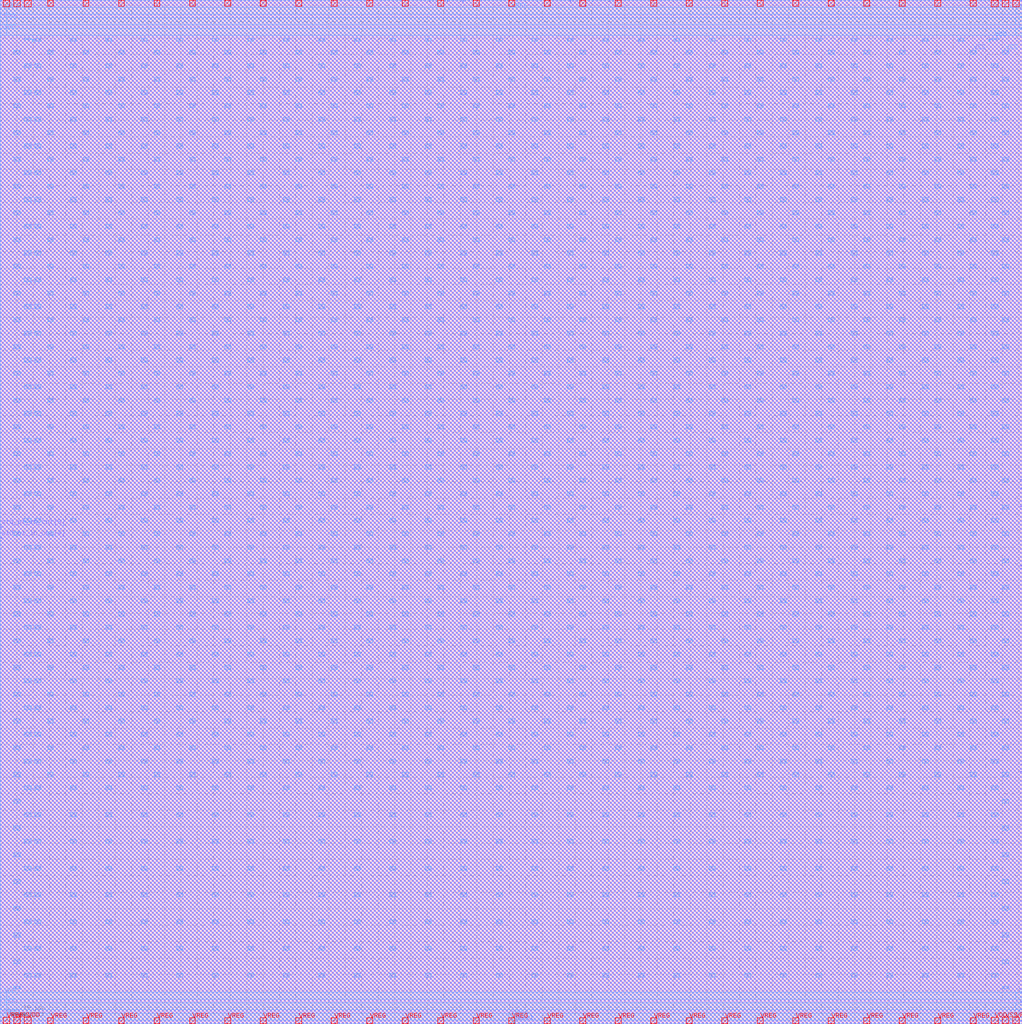
<source format=lef>
##
## LEF for PtnCells ;
## created by Innovus v18.10-p002_1 on Fri Dec 11 23:33:41 2020
##

VERSION 5.8 ;

BUSBITCHARS "[]" ;
DIVIDERCHAR "/" ;

MACRO ldo
  CLASS BLOCK ;
  SIZE 311.040000 BY 311.540000 ;
  FOREIGN ldo 0.000000 0.000000 ;
  ORIGIN 0 0 ;
  SYMMETRY X Y R90 ;
  PIN clk
    DIRECTION INPUT ;
    USE SIGNAL ;
    ANTENNAPARTIALMETALAREA 10.528 LAYER met2  ;
    ANTENNAPARTIALMETALSIDEAREA 52.479 LAYER met2  ;
    ANTENNAPARTIALCUTAREA 0.04 LAYER via2  ;
    ANTENNAPARTIALMETALAREA 85.8669 LAYER met3  ;
    ANTENNAPARTIALMETALSIDEAREA 461.144 LAYER met3  ;
    ANTENNAMODEL OXIDE1 ;
    ANTENNAGATEAREA 98.28 LAYER met3  ;
    ANTENNAMAXAREACAR 8.7355 LAYER met3  ;
    ANTENNAMAXSIDEAREACAR 42.1293 LAYER met3  ;
    ANTENNAMAXCUTCAR 0.171002 LAYER via3  ;
    PORT
      LAYER met2 ;
        RECT 155.210000 0.000000 155.350000 0.485000 ;
    END
  END clk
  PIN reset
    DIRECTION INPUT ;
    USE SIGNAL ;
    ANTENNAPARTIALMETALAREA 11.9144 LAYER met2  ;
    ANTENNAPARTIALMETALSIDEAREA 59.185 LAYER met2  ;
    ANTENNAMODEL OXIDE1 ;
    ANTENNAGATEAREA 2.25 LAYER met2  ;
    ANTENNAMAXAREACAR 5.88529 LAYER met2  ;
    ANTENNAMAXSIDEAREACAR 28.1293 LAYER met2  ;
    ANTENNAPARTIALCUTAREA 0.04 LAYER via2  ;
    ANTENNAMAXCUTCAR 0.0834667 LAYER via2  ;
    ANTENNAPARTIALMETALAREA 57.8805 LAYER met3  ;
    ANTENNAPARTIALMETALSIDEAREA 313.376 LAYER met3  ;
    ANTENNAGATEAREA 50.88 LAYER met3  ;
    ANTENNAMAXAREACAR 18.0309 LAYER met3  ;
    ANTENNAMAXSIDEAREACAR 88.0698 LAYER met3  ;
    ANTENNAMAXCUTCAR 0.312857 LAYER via3  ;
    PORT
      LAYER met2 ;
        RECT 156.170000 0.000000 156.310000 0.485000 ;
    END
  END reset
  PIN mode_sel[1]
    DIRECTION INPUT ;
    USE SIGNAL ;
    ANTENNAPARTIALMETALAREA 13.632 LAYER met2  ;
    ANTENNAPARTIALMETALSIDEAREA 67.718 LAYER met2  ;
    ANTENNAMODEL OXIDE1 ;
    ANTENNAGATEAREA 2.67 LAYER met2  ;
    ANTENNAMAXAREACAR 6.72633 LAYER met2  ;
    ANTENNAMAXSIDEAREACAR 31.5399 LAYER met2  ;
    ANTENNAMAXCUTCAR 0.122381 LAYER via2  ;
    PORT
      LAYER met2 ;
        RECT 187.850000 311.055000 187.990000 311.540000 ;
    END
  END mode_sel[1]
  PIN mode_sel[0]
    DIRECTION INPUT ;
    USE SIGNAL ;
    ANTENNAPARTIALMETALAREA 11.8432 LAYER met2  ;
    ANTENNAPARTIALMETALSIDEAREA 59.108 LAYER met2  ;
    ANTENNAMODEL OXIDE1 ;
    ANTENNAGATEAREA 0.42 LAYER met2  ;
    ANTENNAMAXAREACAR 29.4888 LAYER met2  ;
    ANTENNAMAXSIDEAREACAR 145.261 LAYER met2  ;
    ANTENNAMAXCUTCAR 0.122381 LAYER via2  ;
    PORT
      LAYER met2 ;
        RECT 180.170000 311.055000 180.310000 311.540000 ;
    END
  END mode_sel[0]
  PIN std_ctrl_in
    DIRECTION INPUT ;
    USE SIGNAL ;
    ANTENNAPARTIALMETALAREA 8.7198 LAYER met2  ;
    ANTENNAPARTIALMETALSIDEAREA 43.491 LAYER met2  ;
    ANTENNAMODEL OXIDE1 ;
    ANTENNAGATEAREA 1.125 LAYER met2  ;
    ANTENNAMAXAREACAR 8.23351 LAYER met2  ;
    ANTENNAMAXSIDEAREACAR 39.9871 LAYER met2  ;
    ANTENNAMAXCUTCAR 0.0456889 LAYER via2  ;
    PORT
      LAYER met2 ;
        RECT 185.450000 311.055000 185.590000 311.540000 ;
    END
  END std_ctrl_in
  PIN std_pt_in_cnt[8]
    DIRECTION INPUT ;
    USE SIGNAL ;
    ANTENNAPARTIALMETALAREA 22.8126 LAYER met2  ;
    ANTENNAPARTIALMETALSIDEAREA 113.729 LAYER met2  ;
    ANTENNAMODEL OXIDE1 ;
    ANTENNAGATEAREA 3.09 LAYER met2  ;
    ANTENNAMAXAREACAR 11.4272 LAYER met2  ;
    ANTENNAMAXSIDEAREACAR 42.9829 LAYER met2  ;
    ANTENNAMAXCUTCAR 0.122381 LAYER via2  ;
    PORT
      LAYER met2 ;
        RECT 136.010000 311.055000 136.150000 311.540000 ;
    END
  END std_pt_in_cnt[8]
  PIN std_pt_in_cnt[7]
    DIRECTION INPUT ;
    USE SIGNAL ;
    ANTENNAPARTIALMETALAREA 21.8832 LAYER met2  ;
    ANTENNAPARTIALMETALSIDEAREA 109.2 LAYER met2  ;
    ANTENNAMODEL OXIDE1 ;
    ANTENNAGATEAREA 2.67 LAYER met2  ;
    ANTENNAMAXAREACAR 9.32319 LAYER met2  ;
    ANTENNAMAXSIDEAREACAR 44.1093 LAYER met2  ;
    ANTENNAMAXCUTCAR 0.0833726 LAYER via2  ;
    PORT
      LAYER met2 ;
        RECT 131.690000 311.055000 131.830000 311.540000 ;
    END
  END std_pt_in_cnt[7]
  PIN std_pt_in_cnt[6]
    DIRECTION INPUT ;
    USE SIGNAL ;
    ANTENNAPARTIALMETALAREA 22.2214 LAYER met2  ;
    ANTENNAPARTIALMETALSIDEAREA 110.537 LAYER met2  ;
    ANTENNAMODEL OXIDE1 ;
    ANTENNAGATEAREA 4.92 LAYER met2  ;
    ANTENNAMAXAREACAR 6.48743 LAYER met2  ;
    ANTENNAMAXSIDEAREACAR 31.5531 LAYER met2  ;
    ANTENNAMAXCUTCAR 0.0979357 LAYER via2  ;
    PORT
      LAYER met2 ;
        RECT 132.650000 311.055000 132.790000 311.540000 ;
    END
  END std_pt_in_cnt[6]
  PIN std_pt_in_cnt[5]
    DIRECTION INPUT ;
    USE SIGNAL ;
    ANTENNAPARTIALMETALAREA 7.0363 LAYER met1  ;
    ANTENNAPARTIALMETALSIDEAREA 35.0735 LAYER met1  ;
    ANTENNAPARTIALCUTAREA 0.0225 LAYER via  ;
    ANTENNAPARTIALMETALAREA 4.6689 LAYER met2  ;
    ANTENNAPARTIALMETALSIDEAREA 23.1735 LAYER met2  ;
    ANTENNAPARTIALCUTAREA 0.04 LAYER via2  ;
    ANTENNAPARTIALMETALAREA 27.3834 LAYER met3  ;
    ANTENNAPARTIALMETALSIDEAREA 147.456 LAYER met3  ;
    ANTENNAMODEL OXIDE1 ;
    ANTENNAGATEAREA 7.875 LAYER met3  ;
    ANTENNAMAXAREACAR 8.18312 LAYER met3  ;
    ANTENNAMAXSIDEAREACAR 41.4577 LAYER met3  ;
    ANTENNAMAXCUTCAR 0.143467 LAYER via3  ;
    PORT
      LAYER met1 ;
        RECT 0.000000 151.075000 0.595000 151.215000 ;
    END
  END std_pt_in_cnt[5]
  PIN std_pt_in_cnt[4]
    DIRECTION INPUT ;
    USE SIGNAL ;
    ANTENNAPARTIALMETALAREA 1.3915 LAYER met1  ;
    ANTENNAPARTIALMETALSIDEAREA 6.8495 LAYER met1  ;
    ANTENNAPARTIALCUTAREA 0.0225 LAYER via  ;
    ANTENNAPARTIALMETALAREA 0.1197 LAYER met2  ;
    ANTENNAPARTIALMETALSIDEAREA 0.5355 LAYER met2  ;
    ANTENNAPARTIALCUTAREA 0.04 LAYER via2  ;
    ANTENNAPARTIALMETALAREA 41.4348 LAYER met3  ;
    ANTENNAPARTIALMETALSIDEAREA 221.392 LAYER met3  ;
    ANTENNAMODEL OXIDE1 ;
    ANTENNAGATEAREA 7.17 LAYER met3  ;
    ANTENNAMAXAREACAR 9.26564 LAYER met3  ;
    ANTENNAMAXSIDEAREACAR 46.1904 LAYER met3  ;
    ANTENNAMAXCUTCAR 0.133539 LAYER via3  ;
    PORT
      LAYER met1 ;
        RECT 0.000000 147.745000 0.595000 147.885000 ;
    END
  END std_pt_in_cnt[4]
  PIN std_pt_in_cnt[3]
    DIRECTION INPUT ;
    USE SIGNAL ;
    ANTENNAPARTIALMETALAREA 0.2127 LAYER met1  ;
    ANTENNAPARTIALMETALSIDEAREA 0.9555 LAYER met1  ;
    ANTENNAPARTIALCUTAREA 0.0225 LAYER via  ;
    ANTENNAPARTIALMETALAREA 0.7237 LAYER met2  ;
    ANTENNAPARTIALMETALSIDEAREA 3.4475 LAYER met2  ;
    ANTENNAPARTIALCUTAREA 0.04 LAYER via2  ;
    ANTENNAPARTIALMETALAREA 62.8824 LAYER met3  ;
    ANTENNAPARTIALMETALSIDEAREA 338.048 LAYER met3  ;
    ANTENNAMODEL OXIDE1 ;
    ANTENNAGATEAREA 12.375 LAYER met3  ;
    ANTENNAMAXAREACAR 8.81038 LAYER met3  ;
    ANTENNAMAXSIDEAREACAR 43.0597 LAYER met3  ;
    ANTENNAMAXCUTCAR 0.207911 LAYER via3  ;
    PORT
      LAYER met1 ;
        RECT 310.445000 138.495000 311.040000 138.635000 ;
    END
  END std_pt_in_cnt[3]
  PIN std_pt_in_cnt[2]
    DIRECTION INPUT ;
    USE SIGNAL ;
    ANTENNAPARTIALMETALAREA 12.1127 LAYER met1  ;
    ANTENNAPARTIALMETALSIDEAREA 60.4555 LAYER met1  ;
    ANTENNAPARTIALCUTAREA 0.0225 LAYER via  ;
    ANTENNAPARTIALMETALAREA 2.38345 LAYER met2  ;
    ANTENNAPARTIALMETALSIDEAREA 10.4475 LAYER met2  ;
    ANTENNAMODEL OXIDE1 ;
    ANTENNAGATEAREA 1.125 LAYER met2  ;
    ANTENNAMAXAREACAR 3.01911 LAYER met2  ;
    ANTENNAMAXSIDEAREACAR 12.2627 LAYER met2  ;
    ANTENNAPARTIALCUTAREA 0.08 LAYER via2  ;
    ANTENNAMAXCUTCAR 0.1768 LAYER via2  ;
    ANTENNAPARTIALMETALAREA 24.114 LAYER met3  ;
    ANTENNAPARTIALMETALSIDEAREA 130.288 LAYER met3  ;
    ANTENNAGATEAREA 9 LAYER met3  ;
    ANTENNAMAXAREACAR 7.96252 LAYER met3  ;
    ANTENNAMAXSIDEAREACAR 39.3538 LAYER met3  ;
    ANTENNAMAXCUTCAR 0.243467 LAYER via3  ;
    PORT
      LAYER met1 ;
        RECT 310.445000 162.915000 311.040000 163.055000 ;
    END
  END std_pt_in_cnt[2]
  PIN std_pt_in_cnt[1]
    DIRECTION INPUT ;
    USE SIGNAL ;
    ANTENNAPARTIALMETALAREA 0.3471 LAYER met1  ;
    ANTENNAPARTIALMETALSIDEAREA 1.6275 LAYER met1  ;
    ANTENNAPARTIALCUTAREA 0.0225 LAYER via  ;
    ANTENNAPARTIALMETALAREA 0.4983 LAYER met2  ;
    ANTENNAPARTIALMETALSIDEAREA 2.3205 LAYER met2  ;
    ANTENNAPARTIALCUTAREA 0.04 LAYER via2  ;
    ANTENNAPARTIALMETALAREA 40.3776 LAYER met3  ;
    ANTENNAPARTIALMETALSIDEAREA 216.096 LAYER met3  ;
    ANTENNAMODEL OXIDE1 ;
    ANTENNAGATEAREA 6.75 LAYER met3  ;
    ANTENNAMAXAREACAR 8.94978 LAYER met3  ;
    ANTENNAMAXSIDEAREACAR 45.6131 LAYER met3  ;
    ANTENNAMAXCUTCAR 0.1368 LAYER via3  ;
    PORT
      LAYER met1 ;
        RECT 310.445000 157.365000 311.040000 157.505000 ;
    END
  END std_pt_in_cnt[1]
  PIN std_pt_in_cnt[0]
    DIRECTION INPUT ;
    USE SIGNAL ;
    ANTENNAPARTIALMETALAREA 3.4803 LAYER met1  ;
    ANTENNAPARTIALMETALSIDEAREA 17.2935 LAYER met1  ;
    ANTENNAPARTIALCUTAREA 0.0225 LAYER via  ;
    ANTENNAPARTIALMETALAREA 7.6315 LAYER met2  ;
    ANTENNAPARTIALMETALSIDEAREA 37.2365 LAYER met2  ;
    ANTENNAMODEL OXIDE1 ;
    ANTENNAGATEAREA 3.375 LAYER met2  ;
    ANTENNAMAXAREACAR 3.30163 LAYER met2  ;
    ANTENNAMAXSIDEAREACAR 15.1881 LAYER met2  ;
    ANTENNAPARTIALCUTAREA 0.04 LAYER via2  ;
    ANTENNAMAXCUTCAR 0.0775407 LAYER via2  ;
    ANTENNAPARTIALMETALAREA 1.3098 LAYER met3  ;
    ANTENNAPARTIALMETALSIDEAREA 7.456 LAYER met3  ;
    ANTENNAGATEAREA 4.5 LAYER met3  ;
    ANTENNAMAXAREACAR 3.5927 LAYER met3  ;
    ANTENNAMAXSIDEAREACAR 16.845 LAYER met3  ;
    ANTENNAMAXCUTCAR 0.0812444 LAYER via3  ;
    PORT
      LAYER met1 ;
        RECT 310.445000 165.505000 311.040000 165.645000 ;
    END
  END std_pt_in_cnt[0]
  PIN cmp_out
    DIRECTION OUTPUT ;
    USE SIGNAL ;
    ANTENNAPARTIALMETALAREA 0.0384 LAYER met1  ;
    ANTENNAPARTIALMETALSIDEAREA 0.084 LAYER met1  ;
    ANTENNAPARTIALCUTAREA 0.0225 LAYER via  ;
    ANTENNAPARTIALMETALAREA 9.1965 LAYER met2  ;
    ANTENNAPARTIALMETALSIDEAREA 45.8115 LAYER met2  ;
    ANTENNAPARTIALCUTAREA 0.04 LAYER via2  ;
    ANTENNAPARTIALMETALAREA 36.5355 LAYER met3  ;
    ANTENNAPARTIALMETALSIDEAREA 195.792 LAYER met3  ;
    ANTENNAMODEL OXIDE1 ;
    ANTENNAGATEAREA 1.125 LAYER met3  ;
    ANTENNAMAXAREACAR 32.8116 LAYER met3  ;
    ANTENNAMAXSIDEAREACAR 175.213 LAYER met3  ;
    ANTENNAMAXCUTCAR 0.0812444 LAYER via3  ;
    PORT
      LAYER met1 ;
        RECT 310.445000 139.235000 311.040000 139.375000 ;
    END
  END cmp_out
  PIN ctrl_out[8]
    DIRECTION OUTPUT ;
    USE SIGNAL ;
    ANTENNADIFFAREA 0.59625 LAYER met2  ;
    ANTENNAPARTIALMETALAREA 17.8826 LAYER met2  ;
    ANTENNAPARTIALMETALSIDEAREA 89.089 LAYER met2  ;
    ANTENNAMODEL OXIDE1 ;
    ANTENNAGATEAREA 5.625 LAYER met2  ;
    ANTENNAMAXAREACAR 3.88337 LAYER met2  ;
    ANTENNAMAXSIDEAREACAR 18.4723 LAYER met2  ;
    ANTENNAMAXCUTCAR 0.0456889 LAYER via2  ;
    PORT
      LAYER met2 ;
        RECT 140.810000 311.055000 140.950000 311.540000 ;
    END
  END ctrl_out[8]
  PIN ctrl_out[7]
    DIRECTION OUTPUT ;
    USE SIGNAL ;
    ANTENNADIFFAREA 0.59625 LAYER met2  ;
    ANTENNAPARTIALMETALAREA 20.1548 LAYER met2  ;
    ANTENNAPARTIALMETALSIDEAREA 99.988 LAYER met2  ;
    ANTENNAMODEL OXIDE1 ;
    ANTENNAGATEAREA 7.17 LAYER met2  ;
    ANTENNAMAXAREACAR 4.55587 LAYER met2  ;
    ANTENNAMAXSIDEAREACAR 21.7351 LAYER met2  ;
    ANTENNAMAXCUTCAR 0.122381 LAYER via2  ;
    PORT
      LAYER met2 ;
        RECT 130.730000 311.055000 130.870000 311.540000 ;
    END
  END ctrl_out[7]
  PIN ctrl_out[6]
    DIRECTION OUTPUT ;
    USE SIGNAL ;
    ANTENNADIFFAREA 0.64125 LAYER met2  ;
    ANTENNAPARTIALMETALAREA 16.9908 LAYER met2  ;
    ANTENNAPARTIALMETALSIDEAREA 84.728 LAYER met2  ;
    ANTENNAMODEL OXIDE1 ;
    ANTENNAGATEAREA 1.125 LAYER met2  ;
    ANTENNAMAXAREACAR 15.4662 LAYER met2  ;
    ANTENNAMAXSIDEAREACAR 76.2049 LAYER met2  ;
    ANTENNAMAXCUTCAR 0.0456889 LAYER via2  ;
    PORT
      LAYER met2 ;
        RECT 120.650000 311.055000 120.790000 311.540000 ;
    END
  END ctrl_out[6]
  PIN ctrl_out[5]
    DIRECTION OUTPUT ;
    USE SIGNAL ;
    ANTENNAPARTIALMETALAREA 15.9607 LAYER met2  ;
    ANTENNAPARTIALMETALSIDEAREA 79.6425 LAYER met2  ;
    ANTENNAPARTIALCUTAREA 0.04 LAYER via2  ;
    ANTENNADIFFAREA 0.59625 LAYER met3  ;
    ANTENNAPARTIALMETALAREA 8.0586 LAYER met3  ;
    ANTENNAPARTIALMETALSIDEAREA 43.44 LAYER met3  ;
    ANTENNAMODEL OXIDE1 ;
    ANTENNAGATEAREA 7.17 LAYER met3  ;
    ANTENNAMAXAREACAR 3.73856 LAYER met3  ;
    ANTENNAMAXSIDEAREACAR 18.6177 LAYER met3  ;
    ANTENNAMAXCUTCAR 0.0853666 LAYER via3  ;
    PORT
      LAYER met2 ;
        RECT 119.690000 311.055000 119.830000 311.540000 ;
    END
  END ctrl_out[5]
  PIN ctrl_out[4]
    DIRECTION OUTPUT ;
    USE SIGNAL ;
    ANTENNADIFFAREA 0.64125 LAYER met2  ;
    ANTENNAPARTIALMETALAREA 19.6866 LAYER met2  ;
    ANTENNAPARTIALMETALSIDEAREA 98.217 LAYER met2  ;
    ANTENNAMODEL OXIDE1 ;
    ANTENNAGATEAREA 1.125 LAYER met2  ;
    ANTENNAMAXAREACAR 17.8816 LAYER met2  ;
    ANTENNAMAXSIDEAREACAR 88.8902 LAYER met2  ;
    ANTENNAMAXCUTCAR 0.0456889 LAYER via2  ;
    PORT
      LAYER met2 ;
        RECT 152.330000 311.055000 152.470000 311.540000 ;
    END
  END ctrl_out[4]
  PIN ctrl_out[3]
    DIRECTION OUTPUT ;
    USE SIGNAL ;
    ANTENNADIFFAREA 0.59625 LAYER met2  ;
    ANTENNAPARTIALMETALAREA 18.991 LAYER met2  ;
    ANTENNAPARTIALMETALSIDEAREA 94.395 LAYER met2  ;
    ANTENNAMODEL OXIDE1 ;
    ANTENNAGATEAREA 7.17 LAYER met2  ;
    ANTENNAMAXAREACAR 3.85907 LAYER met2  ;
    ANTENNAMAXSIDEAREACAR 15.521 LAYER met2  ;
    ANTENNAMAXCUTCAR 0.0856635 LAYER via2  ;
    PORT
      LAYER met2 ;
        RECT 163.370000 311.055000 163.510000 311.540000 ;
    END
  END ctrl_out[3]
  PIN ctrl_out[2]
    DIRECTION OUTPUT ;
    USE SIGNAL ;
    ANTENNADIFFAREA 0.59625 LAYER met2  ;
    ANTENNAPARTIALMETALAREA 18.0924 LAYER met2  ;
    ANTENNAPARTIALMETALSIDEAREA 90.02 LAYER met2  ;
    ANTENNAMODEL OXIDE1 ;
    ANTENNAGATEAREA 7.17 LAYER met2  ;
    ANTENNAMAXAREACAR 3.62969 LAYER met2  ;
    ANTENNAMAXSIDEAREACAR 14.431 LAYER met2  ;
    ANTENNAMAXCUTCAR 0.0772365 LAYER via2  ;
    PORT
      LAYER met2 ;
        RECT 173.450000 311.055000 173.590000 311.540000 ;
    END
  END ctrl_out[2]
  PIN ctrl_out[1]
    DIRECTION OUTPUT ;
    USE SIGNAL ;
    ANTENNADIFFAREA 0.64125 LAYER met2  ;
    ANTENNAPARTIALMETALAREA 19.484 LAYER met2  ;
    ANTENNAPARTIALMETALSIDEAREA 96.978 LAYER met2  ;
    ANTENNAMODEL OXIDE1 ;
    ANTENNAGATEAREA 4.5 LAYER met2  ;
    ANTENNAMAXAREACAR 5.13738 LAYER met2  ;
    ANTENNAMAXSIDEAREACAR 24.5091 LAYER met2  ;
    ANTENNAMAXCUTCAR 0.0456889 LAYER via2  ;
    PORT
      LAYER met2 ;
        RECT 186.410000 311.055000 186.550000 311.540000 ;
    END
  END ctrl_out[1]
  PIN ctrl_out[0]
    DIRECTION OUTPUT ;
    USE SIGNAL ;
    ANTENNADIFFAREA 0.59625 LAYER met2  ;
    ANTENNAPARTIALMETALAREA 19.5012 LAYER met2  ;
    ANTENNAPARTIALMETALSIDEAREA 96.838 LAYER met2  ;
    ANTENNAMODEL OXIDE1 ;
    ANTENNAGATEAREA 9.42 LAYER met2  ;
    ANTENNAMAXAREACAR 3.26455 LAYER met2  ;
    ANTENNAMAXSIDEAREACAR 15.1492 LAYER met2  ;
    ANTENNAMAXCUTCAR 0.122381 LAYER via2  ;
    PORT
      LAYER met2 ;
        RECT 188.810000 311.055000 188.950000 311.540000 ;
    END
  END ctrl_out[0]
  PIN VREF
    DIRECTION INPUT ;
    USE SIGNAL ;
    ANTENNAPARTIALMETALAREA 6.0804 LAYER met1  ;
    ANTENNAPARTIALMETALSIDEAREA 30.3345 LAYER met1  ;
    PORT
      LAYER met1 ;
        RECT 310.445000 76.705000 311.040000 76.845000 ;
    END
  END VREF
  PIN VSS
    DIRECTION INOUT ;
    USE GROUND ;
    PORT
      LAYER met4 ;
        RECT 14.400000 309.740000 16.200000 311.540000 ;
    END
    PORT
      LAYER met4 ;
        RECT 25.200000 309.740000 27.000000 311.540000 ;
    END
    PORT
      LAYER met4 ;
        RECT 36.000000 309.740000 37.800000 311.540000 ;
    END
    PORT
      LAYER met4 ;
        RECT 46.800000 309.740000 48.600000 311.540000 ;
    END
    PORT
      LAYER met4 ;
        RECT 57.600000 309.740000 59.400000 311.540000 ;
    END
    PORT
      LAYER met4 ;
        RECT 68.400000 309.740000 70.200000 311.540000 ;
    END
    PORT
      LAYER met4 ;
        RECT 79.200000 309.740000 81.000000 311.540000 ;
    END
    PORT
      LAYER met4 ;
        RECT 90.000000 309.740000 91.800000 311.540000 ;
    END
    PORT
      LAYER met4 ;
        RECT 100.800000 309.740000 102.600000 311.540000 ;
    END
    PORT
      LAYER met4 ;
        RECT 111.600000 309.740000 113.400000 311.540000 ;
    END
    PORT
      LAYER met4 ;
        RECT 122.400000 309.740000 124.200000 311.540000 ;
    END
    PORT
      LAYER met4 ;
        RECT 133.200000 309.740000 135.000000 311.540000 ;
    END
    PORT
      LAYER met4 ;
        RECT 144.000000 309.740000 145.800000 311.540000 ;
    END
    PORT
      LAYER met4 ;
        RECT 154.800000 309.740000 156.600000 311.540000 ;
    END
    PORT
      LAYER met4 ;
        RECT 165.600000 309.740000 167.400000 311.540000 ;
    END
    PORT
      LAYER met4 ;
        RECT 176.400000 309.740000 178.200000 311.540000 ;
    END
    PORT
      LAYER met4 ;
        RECT 187.200000 309.740000 189.000000 311.540000 ;
    END
    PORT
      LAYER met4 ;
        RECT 198.000000 309.740000 199.800000 311.540000 ;
    END
    PORT
      LAYER met4 ;
        RECT 208.800000 309.740000 210.600000 311.540000 ;
    END
    PORT
      LAYER met4 ;
        RECT 219.600000 309.740000 221.400000 311.540000 ;
    END
    PORT
      LAYER met4 ;
        RECT 230.400000 309.740000 232.200000 311.540000 ;
    END
    PORT
      LAYER met4 ;
        RECT 241.200000 309.740000 243.000000 311.540000 ;
    END
    PORT
      LAYER met4 ;
        RECT 252.000000 309.740000 253.800000 311.540000 ;
    END
    PORT
      LAYER met4 ;
        RECT 262.800000 309.740000 264.600000 311.540000 ;
    END
    PORT
      LAYER met4 ;
        RECT 273.600000 309.740000 275.400000 311.540000 ;
    END
    PORT
      LAYER met4 ;
        RECT 284.400000 309.740000 286.200000 311.540000 ;
    END
    PORT
      LAYER met4 ;
        RECT 295.200000 309.740000 297.000000 311.540000 ;
    END
    PORT
      LAYER met3 ;
        RECT 309.040000 304.100000 311.040000 306.100000 ;
    END
    PORT
      LAYER met3 ;
        RECT 0.000000 304.100000 2.000000 306.100000 ;
    END
    PORT
      LAYER met3 ;
        RECT 309.040000 4.330000 311.040000 6.330000 ;
    END
    PORT
      LAYER met3 ;
        RECT 0.000000 4.330000 2.000000 6.330000 ;
    END
    PORT
      LAYER met4 ;
        RECT 304.880000 309.540000 306.880000 311.540000 ;
    END
    PORT
      LAYER met4 ;
        RECT 304.880000 0.000000 306.880000 2.000000 ;
    END
    PORT
      LAYER met4 ;
        RECT 4.160000 309.540000 6.160000 311.540000 ;
    END
    PORT
      LAYER met4 ;
        RECT 4.160000 0.000000 6.160000 2.000000 ;
    END

# P/G power stripe data as pin
    PORT
      LAYER met2 ;
        RECT 154.800000 75.225000 156.600000 76.475000 ;
        RECT 154.800000 115.925000 156.600000 117.175000 ;
        RECT 154.800000 83.365000 156.600000 84.615000 ;
        RECT 154.800000 91.505000 156.600000 92.755000 ;
        RECT 154.800000 99.645000 156.600000 100.895000 ;
        RECT 154.800000 107.785000 156.600000 109.035000 ;
        RECT 154.800000 124.065000 156.600000 125.315000 ;
        RECT 154.800000 132.205000 156.600000 133.455000 ;
        RECT 154.800000 140.345000 156.600000 141.595000 ;
        RECT 154.800000 148.485000 156.600000 149.735000 ;
        RECT 4.160000 18.245000 6.160000 19.495000 ;
        RECT 4.160000 10.615000 6.160000 11.355000 ;
        RECT 4.160000 34.525000 6.160000 35.775000 ;
        RECT 4.160000 26.385000 6.160000 27.635000 ;
        RECT 4.160000 50.805000 6.160000 52.055000 ;
        RECT 4.160000 42.665000 6.160000 43.915000 ;
        RECT 4.160000 75.225000 6.160000 76.475000 ;
        RECT 4.160000 67.085000 6.160000 68.335000 ;
        RECT 4.160000 58.945000 6.160000 60.195000 ;
        RECT 14.400000 75.225000 16.200000 76.475000 ;
        RECT 25.200000 75.225000 27.000000 76.475000 ;
        RECT 36.000000 75.225000 37.800000 76.475000 ;
        RECT 57.600000 75.225000 59.400000 76.475000 ;
        RECT 46.800000 75.225000 48.600000 76.475000 ;
        RECT 68.400000 75.225000 70.200000 76.475000 ;
        RECT 90.000000 75.225000 91.800000 76.475000 ;
        RECT 79.200000 75.225000 81.000000 76.475000 ;
        RECT 111.600000 75.225000 113.400000 76.475000 ;
        RECT 100.800000 75.225000 102.600000 76.475000 ;
        RECT 133.200000 75.225000 135.000000 76.475000 ;
        RECT 122.400000 75.225000 124.200000 76.475000 ;
        RECT 144.000000 75.225000 145.800000 76.475000 ;
        RECT 68.400000 115.925000 70.200000 117.175000 ;
        RECT 57.600000 115.925000 59.400000 117.175000 ;
        RECT 46.800000 115.925000 48.600000 117.175000 ;
        RECT 36.000000 115.925000 37.800000 117.175000 ;
        RECT 25.200000 115.925000 27.000000 117.175000 ;
        RECT 14.400000 115.925000 16.200000 117.175000 ;
        RECT 4.160000 115.925000 6.160000 117.175000 ;
        RECT 4.160000 83.365000 6.160000 84.615000 ;
        RECT 14.400000 83.365000 16.200000 84.615000 ;
        RECT 4.160000 91.505000 6.160000 92.755000 ;
        RECT 14.400000 91.505000 16.200000 92.755000 ;
        RECT 36.000000 83.365000 37.800000 84.615000 ;
        RECT 25.200000 83.365000 27.000000 84.615000 ;
        RECT 36.000000 91.505000 37.800000 92.755000 ;
        RECT 25.200000 91.505000 27.000000 92.755000 ;
        RECT 14.400000 107.785000 16.200000 109.035000 ;
        RECT 14.400000 99.645000 16.200000 100.895000 ;
        RECT 4.160000 107.785000 6.160000 109.035000 ;
        RECT 4.160000 99.645000 6.160000 100.895000 ;
        RECT 25.200000 99.645000 27.000000 100.895000 ;
        RECT 25.200000 107.785000 27.000000 109.035000 ;
        RECT 36.000000 99.645000 37.800000 100.895000 ;
        RECT 36.000000 107.785000 37.800000 109.035000 ;
        RECT 57.600000 83.365000 59.400000 84.615000 ;
        RECT 57.600000 91.505000 59.400000 92.755000 ;
        RECT 46.800000 91.505000 48.600000 92.755000 ;
        RECT 46.800000 83.365000 48.600000 84.615000 ;
        RECT 68.400000 91.505000 70.200000 92.755000 ;
        RECT 68.400000 83.365000 70.200000 84.615000 ;
        RECT 57.600000 99.645000 59.400000 100.895000 ;
        RECT 57.600000 107.785000 59.400000 109.035000 ;
        RECT 46.800000 107.785000 48.600000 109.035000 ;
        RECT 46.800000 99.645000 48.600000 100.895000 ;
        RECT 68.400000 107.785000 70.200000 109.035000 ;
        RECT 68.400000 99.645000 70.200000 100.895000 ;
        RECT 14.400000 132.205000 16.200000 133.455000 ;
        RECT 14.400000 124.065000 16.200000 125.315000 ;
        RECT 4.160000 124.065000 6.160000 125.315000 ;
        RECT 4.160000 132.205000 6.160000 133.455000 ;
        RECT 25.200000 132.205000 27.000000 133.455000 ;
        RECT 25.200000 124.065000 27.000000 125.315000 ;
        RECT 36.000000 124.065000 37.800000 125.315000 ;
        RECT 36.000000 132.205000 37.800000 133.455000 ;
        RECT 14.400000 148.485000 16.200000 149.735000 ;
        RECT 14.400000 140.345000 16.200000 141.595000 ;
        RECT 4.160000 140.345000 6.160000 141.595000 ;
        RECT 4.160000 148.485000 6.160000 149.735000 ;
        RECT 25.200000 140.345000 27.000000 141.595000 ;
        RECT 25.200000 148.485000 27.000000 149.735000 ;
        RECT 36.000000 140.345000 37.800000 141.595000 ;
        RECT 36.000000 148.485000 37.800000 149.735000 ;
        RECT 57.600000 124.065000 59.400000 125.315000 ;
        RECT 57.600000 132.205000 59.400000 133.455000 ;
        RECT 46.800000 132.205000 48.600000 133.455000 ;
        RECT 46.800000 124.065000 48.600000 125.315000 ;
        RECT 68.400000 132.205000 70.200000 133.455000 ;
        RECT 68.400000 124.065000 70.200000 125.315000 ;
        RECT 57.600000 140.345000 59.400000 141.595000 ;
        RECT 57.600000 148.485000 59.400000 149.735000 ;
        RECT 46.800000 148.485000 48.600000 149.735000 ;
        RECT 46.800000 140.345000 48.600000 141.595000 ;
        RECT 68.400000 148.485000 70.200000 149.735000 ;
        RECT 68.400000 140.345000 70.200000 141.595000 ;
        RECT 144.000000 115.925000 145.800000 117.175000 ;
        RECT 133.200000 115.925000 135.000000 117.175000 ;
        RECT 122.400000 115.925000 124.200000 117.175000 ;
        RECT 111.600000 115.925000 113.400000 117.175000 ;
        RECT 100.800000 115.925000 102.600000 117.175000 ;
        RECT 90.000000 115.925000 91.800000 117.175000 ;
        RECT 79.200000 115.925000 81.000000 117.175000 ;
        RECT 90.000000 91.505000 91.800000 92.755000 ;
        RECT 90.000000 83.365000 91.800000 84.615000 ;
        RECT 79.200000 83.365000 81.000000 84.615000 ;
        RECT 79.200000 91.505000 81.000000 92.755000 ;
        RECT 111.600000 91.505000 113.400000 92.755000 ;
        RECT 111.600000 83.365000 113.400000 84.615000 ;
        RECT 100.800000 91.505000 102.600000 92.755000 ;
        RECT 100.800000 83.365000 102.600000 84.615000 ;
        RECT 90.000000 107.785000 91.800000 109.035000 ;
        RECT 90.000000 99.645000 91.800000 100.895000 ;
        RECT 79.200000 107.785000 81.000000 109.035000 ;
        RECT 79.200000 99.645000 81.000000 100.895000 ;
        RECT 100.800000 107.785000 102.600000 109.035000 ;
        RECT 100.800000 99.645000 102.600000 100.895000 ;
        RECT 111.600000 99.645000 113.400000 100.895000 ;
        RECT 111.600000 107.785000 113.400000 109.035000 ;
        RECT 122.400000 83.365000 124.200000 84.615000 ;
        RECT 133.200000 83.365000 135.000000 84.615000 ;
        RECT 122.400000 91.505000 124.200000 92.755000 ;
        RECT 133.200000 91.505000 135.000000 92.755000 ;
        RECT 144.000000 91.505000 145.800000 92.755000 ;
        RECT 144.000000 83.365000 145.800000 84.615000 ;
        RECT 133.200000 107.785000 135.000000 109.035000 ;
        RECT 133.200000 99.645000 135.000000 100.895000 ;
        RECT 122.400000 107.785000 124.200000 109.035000 ;
        RECT 122.400000 99.645000 124.200000 100.895000 ;
        RECT 144.000000 107.785000 145.800000 109.035000 ;
        RECT 144.000000 99.645000 145.800000 100.895000 ;
        RECT 90.000000 132.205000 91.800000 133.455000 ;
        RECT 90.000000 124.065000 91.800000 125.315000 ;
        RECT 79.200000 124.065000 81.000000 125.315000 ;
        RECT 79.200000 132.205000 81.000000 133.455000 ;
        RECT 111.600000 132.205000 113.400000 133.455000 ;
        RECT 111.600000 124.065000 113.400000 125.315000 ;
        RECT 100.800000 132.205000 102.600000 133.455000 ;
        RECT 100.800000 124.065000 102.600000 125.315000 ;
        RECT 90.000000 148.485000 91.800000 149.735000 ;
        RECT 90.000000 140.345000 91.800000 141.595000 ;
        RECT 79.200000 148.485000 81.000000 149.735000 ;
        RECT 79.200000 140.345000 81.000000 141.595000 ;
        RECT 100.800000 148.485000 102.600000 149.735000 ;
        RECT 100.800000 140.345000 102.600000 141.595000 ;
        RECT 111.600000 140.345000 113.400000 141.595000 ;
        RECT 111.600000 148.485000 113.400000 149.735000 ;
        RECT 133.200000 132.205000 135.000000 133.455000 ;
        RECT 133.200000 124.065000 135.000000 125.315000 ;
        RECT 122.400000 132.205000 124.200000 133.455000 ;
        RECT 122.400000 124.065000 124.200000 125.315000 ;
        RECT 144.000000 132.205000 145.800000 133.455000 ;
        RECT 144.000000 124.065000 145.800000 125.315000 ;
        RECT 133.200000 148.485000 135.000000 149.735000 ;
        RECT 133.200000 140.345000 135.000000 141.595000 ;
        RECT 122.400000 148.485000 124.200000 149.735000 ;
        RECT 122.400000 140.345000 124.200000 141.595000 ;
        RECT 144.000000 148.485000 145.800000 149.735000 ;
        RECT 144.000000 140.345000 145.800000 141.595000 ;
        RECT 165.600000 75.225000 167.400000 76.475000 ;
        RECT 176.400000 75.225000 178.200000 76.475000 ;
        RECT 187.200000 75.225000 189.000000 76.475000 ;
        RECT 208.800000 75.225000 210.600000 76.475000 ;
        RECT 198.000000 75.225000 199.800000 76.475000 ;
        RECT 230.400000 75.225000 232.200000 76.475000 ;
        RECT 219.600000 75.225000 221.400000 76.475000 ;
        RECT 304.880000 18.245000 306.880000 19.495000 ;
        RECT 304.880000 10.615000 306.880000 11.355000 ;
        RECT 304.880000 26.385000 306.880000 27.635000 ;
        RECT 304.880000 34.525000 306.880000 35.775000 ;
        RECT 252.000000 75.225000 253.800000 76.475000 ;
        RECT 241.200000 75.225000 243.000000 76.475000 ;
        RECT 262.800000 75.225000 264.600000 76.475000 ;
        RECT 304.880000 42.665000 306.880000 43.915000 ;
        RECT 304.880000 50.805000 306.880000 52.055000 ;
        RECT 273.600000 75.225000 275.400000 76.475000 ;
        RECT 284.400000 75.225000 286.200000 76.475000 ;
        RECT 304.880000 75.225000 306.880000 76.475000 ;
        RECT 304.880000 67.085000 306.880000 68.335000 ;
        RECT 304.880000 58.945000 306.880000 60.195000 ;
        RECT 295.200000 75.225000 297.000000 76.475000 ;
        RECT 230.400000 115.925000 232.200000 117.175000 ;
        RECT 219.600000 115.925000 221.400000 117.175000 ;
        RECT 208.800000 115.925000 210.600000 117.175000 ;
        RECT 198.000000 115.925000 199.800000 117.175000 ;
        RECT 187.200000 115.925000 189.000000 117.175000 ;
        RECT 176.400000 115.925000 178.200000 117.175000 ;
        RECT 165.600000 115.925000 167.400000 117.175000 ;
        RECT 165.600000 83.365000 167.400000 84.615000 ;
        RECT 165.600000 91.505000 167.400000 92.755000 ;
        RECT 187.200000 91.505000 189.000000 92.755000 ;
        RECT 187.200000 83.365000 189.000000 84.615000 ;
        RECT 176.400000 91.505000 178.200000 92.755000 ;
        RECT 176.400000 83.365000 178.200000 84.615000 ;
        RECT 165.600000 107.785000 167.400000 109.035000 ;
        RECT 165.600000 99.645000 167.400000 100.895000 ;
        RECT 187.200000 107.785000 189.000000 109.035000 ;
        RECT 187.200000 99.645000 189.000000 100.895000 ;
        RECT 176.400000 107.785000 178.200000 109.035000 ;
        RECT 176.400000 99.645000 178.200000 100.895000 ;
        RECT 208.800000 91.505000 210.600000 92.755000 ;
        RECT 208.800000 83.365000 210.600000 84.615000 ;
        RECT 198.000000 91.505000 199.800000 92.755000 ;
        RECT 198.000000 83.365000 199.800000 84.615000 ;
        RECT 219.600000 83.365000 221.400000 84.615000 ;
        RECT 230.400000 83.365000 232.200000 84.615000 ;
        RECT 219.600000 91.505000 221.400000 92.755000 ;
        RECT 230.400000 91.505000 232.200000 92.755000 ;
        RECT 208.800000 107.785000 210.600000 109.035000 ;
        RECT 208.800000 99.645000 210.600000 100.895000 ;
        RECT 198.000000 107.785000 199.800000 109.035000 ;
        RECT 198.000000 99.645000 199.800000 100.895000 ;
        RECT 219.600000 107.785000 221.400000 109.035000 ;
        RECT 219.600000 99.645000 221.400000 100.895000 ;
        RECT 230.400000 99.645000 232.200000 100.895000 ;
        RECT 230.400000 107.785000 232.200000 109.035000 ;
        RECT 165.600000 124.065000 167.400000 125.315000 ;
        RECT 165.600000 132.205000 167.400000 133.455000 ;
        RECT 187.200000 132.205000 189.000000 133.455000 ;
        RECT 187.200000 124.065000 189.000000 125.315000 ;
        RECT 176.400000 132.205000 178.200000 133.455000 ;
        RECT 176.400000 124.065000 178.200000 125.315000 ;
        RECT 165.600000 148.485000 167.400000 149.735000 ;
        RECT 165.600000 140.345000 167.400000 141.595000 ;
        RECT 187.200000 148.485000 189.000000 149.735000 ;
        RECT 187.200000 140.345000 189.000000 141.595000 ;
        RECT 176.400000 148.485000 178.200000 149.735000 ;
        RECT 176.400000 140.345000 178.200000 141.595000 ;
        RECT 208.800000 132.205000 210.600000 133.455000 ;
        RECT 208.800000 124.065000 210.600000 125.315000 ;
        RECT 198.000000 132.205000 199.800000 133.455000 ;
        RECT 198.000000 124.065000 199.800000 125.315000 ;
        RECT 230.400000 132.205000 232.200000 133.455000 ;
        RECT 230.400000 124.065000 232.200000 125.315000 ;
        RECT 219.600000 132.205000 221.400000 133.455000 ;
        RECT 219.600000 124.065000 221.400000 125.315000 ;
        RECT 208.800000 148.485000 210.600000 149.735000 ;
        RECT 208.800000 140.345000 210.600000 141.595000 ;
        RECT 198.000000 148.485000 199.800000 149.735000 ;
        RECT 198.000000 140.345000 199.800000 141.595000 ;
        RECT 219.600000 148.485000 221.400000 149.735000 ;
        RECT 219.600000 140.345000 221.400000 141.595000 ;
        RECT 230.400000 140.345000 232.200000 141.595000 ;
        RECT 230.400000 148.485000 232.200000 149.735000 ;
        RECT 295.200000 115.925000 297.000000 117.175000 ;
        RECT 284.400000 115.925000 286.200000 117.175000 ;
        RECT 273.600000 115.925000 275.400000 117.175000 ;
        RECT 262.800000 115.925000 264.600000 117.175000 ;
        RECT 252.000000 115.925000 253.800000 117.175000 ;
        RECT 241.200000 115.925000 243.000000 117.175000 ;
        RECT 304.880000 115.925000 306.880000 117.175000 ;
        RECT 252.000000 83.365000 253.800000 84.615000 ;
        RECT 252.000000 91.505000 253.800000 92.755000 ;
        RECT 241.200000 91.505000 243.000000 92.755000 ;
        RECT 241.200000 83.365000 243.000000 84.615000 ;
        RECT 262.800000 91.505000 264.600000 92.755000 ;
        RECT 262.800000 83.365000 264.600000 84.615000 ;
        RECT 252.000000 99.645000 253.800000 100.895000 ;
        RECT 252.000000 107.785000 253.800000 109.035000 ;
        RECT 241.200000 107.785000 243.000000 109.035000 ;
        RECT 241.200000 99.645000 243.000000 100.895000 ;
        RECT 262.800000 107.785000 264.600000 109.035000 ;
        RECT 262.800000 99.645000 264.600000 100.895000 ;
        RECT 284.400000 91.505000 286.200000 92.755000 ;
        RECT 284.400000 83.365000 286.200000 84.615000 ;
        RECT 273.600000 91.505000 275.400000 92.755000 ;
        RECT 273.600000 83.365000 275.400000 84.615000 ;
        RECT 304.880000 91.505000 306.880000 92.755000 ;
        RECT 304.880000 83.365000 306.880000 84.615000 ;
        RECT 295.200000 83.365000 297.000000 84.615000 ;
        RECT 295.200000 91.505000 297.000000 92.755000 ;
        RECT 273.600000 107.785000 275.400000 109.035000 ;
        RECT 273.600000 99.645000 275.400000 100.895000 ;
        RECT 284.400000 99.645000 286.200000 100.895000 ;
        RECT 284.400000 107.785000 286.200000 109.035000 ;
        RECT 304.880000 107.785000 306.880000 109.035000 ;
        RECT 304.880000 99.645000 306.880000 100.895000 ;
        RECT 295.200000 99.645000 297.000000 100.895000 ;
        RECT 295.200000 107.785000 297.000000 109.035000 ;
        RECT 252.000000 124.065000 253.800000 125.315000 ;
        RECT 252.000000 132.205000 253.800000 133.455000 ;
        RECT 241.200000 132.205000 243.000000 133.455000 ;
        RECT 241.200000 124.065000 243.000000 125.315000 ;
        RECT 262.800000 132.205000 264.600000 133.455000 ;
        RECT 262.800000 124.065000 264.600000 125.315000 ;
        RECT 252.000000 140.345000 253.800000 141.595000 ;
        RECT 252.000000 148.485000 253.800000 149.735000 ;
        RECT 241.200000 148.485000 243.000000 149.735000 ;
        RECT 241.200000 140.345000 243.000000 141.595000 ;
        RECT 262.800000 148.485000 264.600000 149.735000 ;
        RECT 262.800000 140.345000 264.600000 141.595000 ;
        RECT 284.400000 132.205000 286.200000 133.455000 ;
        RECT 284.400000 124.065000 286.200000 125.315000 ;
        RECT 273.600000 132.205000 275.400000 133.455000 ;
        RECT 273.600000 124.065000 275.400000 125.315000 ;
        RECT 304.880000 124.065000 306.880000 125.315000 ;
        RECT 304.880000 132.205000 306.880000 133.455000 ;
        RECT 295.200000 124.065000 297.000000 125.315000 ;
        RECT 295.200000 132.205000 297.000000 133.455000 ;
        RECT 273.600000 148.485000 275.400000 149.735000 ;
        RECT 273.600000 140.345000 275.400000 141.595000 ;
        RECT 284.400000 140.345000 286.200000 141.595000 ;
        RECT 284.400000 148.485000 286.200000 149.735000 ;
        RECT 304.880000 140.345000 306.880000 141.595000 ;
        RECT 304.880000 148.485000 306.880000 149.735000 ;
        RECT 295.200000 140.345000 297.000000 141.595000 ;
        RECT 295.200000 148.485000 297.000000 149.735000 ;
        RECT 154.800000 156.625000 156.600000 157.875000 ;
        RECT 154.800000 164.765000 156.600000 166.015000 ;
        RECT 154.800000 172.905000 156.600000 174.155000 ;
        RECT 154.800000 181.045000 156.600000 182.295000 ;
        RECT 154.800000 189.185000 156.600000 190.435000 ;
        RECT 154.800000 213.605000 156.600000 214.855000 ;
        RECT 154.800000 197.325000 156.600000 198.575000 ;
        RECT 154.800000 205.465000 156.600000 206.715000 ;
        RECT 154.800000 221.745000 156.600000 222.995000 ;
        RECT 154.800000 229.885000 156.600000 231.135000 ;
        RECT 154.800000 238.025000 156.600000 239.275000 ;
        RECT 154.800000 246.165000 156.600000 247.415000 ;
        RECT 154.800000 254.305000 156.600000 255.555000 ;
        RECT 154.800000 262.445000 156.600000 263.695000 ;
        RECT 154.800000 270.585000 156.600000 271.835000 ;
        RECT 154.800000 278.725000 156.600000 279.975000 ;
        RECT 154.800000 286.865000 156.600000 288.115000 ;
        RECT 154.800000 295.005000 156.600000 296.255000 ;
        RECT 4.160000 164.765000 6.160000 166.015000 ;
        RECT 14.400000 164.765000 16.200000 166.015000 ;
        RECT 4.160000 156.625000 6.160000 157.875000 ;
        RECT 14.400000 156.625000 16.200000 157.875000 ;
        RECT 14.400000 172.905000 16.200000 174.155000 ;
        RECT 4.160000 172.905000 6.160000 174.155000 ;
        RECT 25.200000 164.765000 27.000000 166.015000 ;
        RECT 36.000000 164.765000 37.800000 166.015000 ;
        RECT 36.000000 156.625000 37.800000 157.875000 ;
        RECT 25.200000 156.625000 27.000000 157.875000 ;
        RECT 36.000000 172.905000 37.800000 174.155000 ;
        RECT 25.200000 172.905000 27.000000 174.155000 ;
        RECT 14.400000 181.045000 16.200000 182.295000 ;
        RECT 4.160000 181.045000 6.160000 182.295000 ;
        RECT 14.400000 189.185000 16.200000 190.435000 ;
        RECT 4.160000 189.185000 6.160000 190.435000 ;
        RECT 36.000000 181.045000 37.800000 182.295000 ;
        RECT 25.200000 181.045000 27.000000 182.295000 ;
        RECT 36.000000 189.185000 37.800000 190.435000 ;
        RECT 25.200000 189.185000 27.000000 190.435000 ;
        RECT 57.600000 156.625000 59.400000 157.875000 ;
        RECT 57.600000 164.765000 59.400000 166.015000 ;
        RECT 57.600000 172.905000 59.400000 174.155000 ;
        RECT 46.800000 172.905000 48.600000 174.155000 ;
        RECT 46.800000 164.765000 48.600000 166.015000 ;
        RECT 46.800000 156.625000 48.600000 157.875000 ;
        RECT 68.400000 172.905000 70.200000 174.155000 ;
        RECT 68.400000 164.765000 70.200000 166.015000 ;
        RECT 68.400000 156.625000 70.200000 157.875000 ;
        RECT 57.600000 181.045000 59.400000 182.295000 ;
        RECT 57.600000 189.185000 59.400000 190.435000 ;
        RECT 46.800000 189.185000 48.600000 190.435000 ;
        RECT 46.800000 181.045000 48.600000 182.295000 ;
        RECT 68.400000 189.185000 70.200000 190.435000 ;
        RECT 68.400000 181.045000 70.200000 182.295000 ;
        RECT 36.000000 213.605000 37.800000 214.855000 ;
        RECT 25.200000 213.605000 27.000000 214.855000 ;
        RECT 14.400000 213.605000 16.200000 214.855000 ;
        RECT 4.160000 213.605000 6.160000 214.855000 ;
        RECT 14.400000 197.325000 16.200000 198.575000 ;
        RECT 4.160000 205.465000 6.160000 206.715000 ;
        RECT 4.160000 197.325000 6.160000 198.575000 ;
        RECT 14.400000 205.465000 16.200000 206.715000 ;
        RECT 25.200000 197.325000 27.000000 198.575000 ;
        RECT 25.200000 205.465000 27.000000 206.715000 ;
        RECT 36.000000 197.325000 37.800000 198.575000 ;
        RECT 36.000000 205.465000 37.800000 206.715000 ;
        RECT 4.160000 229.885000 6.160000 231.135000 ;
        RECT 4.160000 221.745000 6.160000 222.995000 ;
        RECT 14.400000 221.745000 16.200000 222.995000 ;
        RECT 14.400000 229.885000 16.200000 231.135000 ;
        RECT 25.200000 221.745000 27.000000 222.995000 ;
        RECT 25.200000 229.885000 27.000000 231.135000 ;
        RECT 36.000000 221.745000 37.800000 222.995000 ;
        RECT 36.000000 229.885000 37.800000 231.135000 ;
        RECT 68.400000 213.605000 70.200000 214.855000 ;
        RECT 57.600000 213.605000 59.400000 214.855000 ;
        RECT 46.800000 213.605000 48.600000 214.855000 ;
        RECT 57.600000 197.325000 59.400000 198.575000 ;
        RECT 57.600000 205.465000 59.400000 206.715000 ;
        RECT 46.800000 205.465000 48.600000 206.715000 ;
        RECT 46.800000 197.325000 48.600000 198.575000 ;
        RECT 68.400000 205.465000 70.200000 206.715000 ;
        RECT 68.400000 197.325000 70.200000 198.575000 ;
        RECT 57.600000 221.745000 59.400000 222.995000 ;
        RECT 57.600000 229.885000 59.400000 231.135000 ;
        RECT 46.800000 229.885000 48.600000 231.135000 ;
        RECT 46.800000 221.745000 48.600000 222.995000 ;
        RECT 68.400000 229.885000 70.200000 231.135000 ;
        RECT 68.400000 221.745000 70.200000 222.995000 ;
        RECT 90.000000 172.905000 91.800000 174.155000 ;
        RECT 90.000000 164.765000 91.800000 166.015000 ;
        RECT 90.000000 156.625000 91.800000 157.875000 ;
        RECT 79.200000 172.905000 81.000000 174.155000 ;
        RECT 79.200000 164.765000 81.000000 166.015000 ;
        RECT 79.200000 156.625000 81.000000 157.875000 ;
        RECT 100.800000 156.625000 102.600000 157.875000 ;
        RECT 100.800000 164.765000 102.600000 166.015000 ;
        RECT 100.800000 172.905000 102.600000 174.155000 ;
        RECT 111.600000 156.625000 113.400000 157.875000 ;
        RECT 111.600000 164.765000 113.400000 166.015000 ;
        RECT 111.600000 172.905000 113.400000 174.155000 ;
        RECT 90.000000 189.185000 91.800000 190.435000 ;
        RECT 90.000000 181.045000 91.800000 182.295000 ;
        RECT 79.200000 189.185000 81.000000 190.435000 ;
        RECT 79.200000 181.045000 81.000000 182.295000 ;
        RECT 100.800000 181.045000 102.600000 182.295000 ;
        RECT 100.800000 189.185000 102.600000 190.435000 ;
        RECT 111.600000 181.045000 113.400000 182.295000 ;
        RECT 111.600000 189.185000 113.400000 190.435000 ;
        RECT 133.200000 164.765000 135.000000 166.015000 ;
        RECT 122.400000 164.765000 124.200000 166.015000 ;
        RECT 122.400000 156.625000 124.200000 157.875000 ;
        RECT 133.200000 156.625000 135.000000 157.875000 ;
        RECT 122.400000 172.905000 124.200000 174.155000 ;
        RECT 133.200000 172.905000 135.000000 174.155000 ;
        RECT 144.000000 172.905000 145.800000 174.155000 ;
        RECT 144.000000 164.765000 145.800000 166.015000 ;
        RECT 144.000000 156.625000 145.800000 157.875000 ;
        RECT 122.400000 181.045000 124.200000 182.295000 ;
        RECT 133.200000 181.045000 135.000000 182.295000 ;
        RECT 122.400000 189.185000 124.200000 190.435000 ;
        RECT 133.200000 189.185000 135.000000 190.435000 ;
        RECT 144.000000 189.185000 145.800000 190.435000 ;
        RECT 144.000000 181.045000 145.800000 182.295000 ;
        RECT 111.600000 213.605000 113.400000 214.855000 ;
        RECT 100.800000 213.605000 102.600000 214.855000 ;
        RECT 90.000000 213.605000 91.800000 214.855000 ;
        RECT 79.200000 213.605000 81.000000 214.855000 ;
        RECT 90.000000 205.465000 91.800000 206.715000 ;
        RECT 90.000000 197.325000 91.800000 198.575000 ;
        RECT 79.200000 205.465000 81.000000 206.715000 ;
        RECT 79.200000 197.325000 81.000000 198.575000 ;
        RECT 100.800000 197.325000 102.600000 198.575000 ;
        RECT 100.800000 205.465000 102.600000 206.715000 ;
        RECT 111.600000 197.325000 113.400000 198.575000 ;
        RECT 111.600000 205.465000 113.400000 206.715000 ;
        RECT 90.000000 229.885000 91.800000 231.135000 ;
        RECT 90.000000 221.745000 91.800000 222.995000 ;
        RECT 79.200000 229.885000 81.000000 231.135000 ;
        RECT 79.200000 221.745000 81.000000 222.995000 ;
        RECT 100.800000 221.745000 102.600000 222.995000 ;
        RECT 100.800000 229.885000 102.600000 231.135000 ;
        RECT 111.600000 221.745000 113.400000 222.995000 ;
        RECT 111.600000 229.885000 113.400000 231.135000 ;
        RECT 144.000000 213.605000 145.800000 214.855000 ;
        RECT 133.200000 213.605000 135.000000 214.855000 ;
        RECT 122.400000 213.605000 124.200000 214.855000 ;
        RECT 133.200000 205.465000 135.000000 206.715000 ;
        RECT 133.200000 197.325000 135.000000 198.575000 ;
        RECT 122.400000 205.465000 124.200000 206.715000 ;
        RECT 122.400000 197.325000 124.200000 198.575000 ;
        RECT 144.000000 205.465000 145.800000 206.715000 ;
        RECT 144.000000 197.325000 145.800000 198.575000 ;
        RECT 133.200000 229.885000 135.000000 231.135000 ;
        RECT 133.200000 221.745000 135.000000 222.995000 ;
        RECT 122.400000 229.885000 124.200000 231.135000 ;
        RECT 122.400000 221.745000 124.200000 222.995000 ;
        RECT 144.000000 229.885000 145.800000 231.135000 ;
        RECT 144.000000 221.745000 145.800000 222.995000 ;
        RECT 4.160000 238.025000 6.160000 239.275000 ;
        RECT 14.400000 238.025000 16.200000 239.275000 ;
        RECT 14.400000 246.165000 16.200000 247.415000 ;
        RECT 4.160000 246.165000 6.160000 247.415000 ;
        RECT 36.000000 238.025000 37.800000 239.275000 ;
        RECT 25.200000 238.025000 27.000000 239.275000 ;
        RECT 36.000000 246.165000 37.800000 247.415000 ;
        RECT 25.200000 246.165000 27.000000 247.415000 ;
        RECT 4.160000 262.445000 6.160000 263.695000 ;
        RECT 14.400000 262.445000 16.200000 263.695000 ;
        RECT 14.400000 254.305000 16.200000 255.555000 ;
        RECT 4.160000 254.305000 6.160000 255.555000 ;
        RECT 14.400000 270.585000 16.200000 271.835000 ;
        RECT 4.160000 270.585000 6.160000 271.835000 ;
        RECT 25.200000 262.445000 27.000000 263.695000 ;
        RECT 36.000000 262.445000 37.800000 263.695000 ;
        RECT 36.000000 254.305000 37.800000 255.555000 ;
        RECT 25.200000 254.305000 27.000000 255.555000 ;
        RECT 36.000000 270.585000 37.800000 271.835000 ;
        RECT 25.200000 270.585000 27.000000 271.835000 ;
        RECT 57.600000 238.025000 59.400000 239.275000 ;
        RECT 57.600000 246.165000 59.400000 247.415000 ;
        RECT 46.800000 246.165000 48.600000 247.415000 ;
        RECT 46.800000 238.025000 48.600000 239.275000 ;
        RECT 68.400000 246.165000 70.200000 247.415000 ;
        RECT 68.400000 238.025000 70.200000 239.275000 ;
        RECT 57.600000 254.305000 59.400000 255.555000 ;
        RECT 57.600000 262.445000 59.400000 263.695000 ;
        RECT 57.600000 270.585000 59.400000 271.835000 ;
        RECT 46.800000 270.585000 48.600000 271.835000 ;
        RECT 46.800000 262.445000 48.600000 263.695000 ;
        RECT 46.800000 254.305000 48.600000 255.555000 ;
        RECT 68.400000 270.585000 70.200000 271.835000 ;
        RECT 68.400000 262.445000 70.200000 263.695000 ;
        RECT 68.400000 254.305000 70.200000 255.555000 ;
        RECT 14.400000 286.865000 16.200000 288.115000 ;
        RECT 14.400000 278.725000 16.200000 279.975000 ;
        RECT 4.160000 278.725000 6.160000 279.975000 ;
        RECT 4.160000 286.865000 6.160000 288.115000 ;
        RECT 36.000000 286.865000 37.800000 288.115000 ;
        RECT 36.000000 278.725000 37.800000 279.975000 ;
        RECT 25.200000 286.865000 27.000000 288.115000 ;
        RECT 25.200000 278.725000 27.000000 279.975000 ;
        RECT 14.400000 295.005000 16.200000 296.255000 ;
        RECT 4.160000 295.005000 6.160000 296.255000 ;
        RECT 25.200000 295.005000 27.000000 296.255000 ;
        RECT 36.000000 295.005000 37.800000 296.255000 ;
        RECT 57.600000 278.725000 59.400000 279.975000 ;
        RECT 57.600000 286.865000 59.400000 288.115000 ;
        RECT 46.800000 286.865000 48.600000 288.115000 ;
        RECT 46.800000 278.725000 48.600000 279.975000 ;
        RECT 68.400000 286.865000 70.200000 288.115000 ;
        RECT 68.400000 278.725000 70.200000 279.975000 ;
        RECT 57.600000 295.005000 59.400000 296.255000 ;
        RECT 46.800000 295.005000 48.600000 296.255000 ;
        RECT 68.400000 295.005000 70.200000 296.255000 ;
        RECT 90.000000 246.165000 91.800000 247.415000 ;
        RECT 90.000000 238.025000 91.800000 239.275000 ;
        RECT 79.200000 246.165000 81.000000 247.415000 ;
        RECT 79.200000 238.025000 81.000000 239.275000 ;
        RECT 100.800000 238.025000 102.600000 239.275000 ;
        RECT 100.800000 246.165000 102.600000 247.415000 ;
        RECT 111.600000 238.025000 113.400000 239.275000 ;
        RECT 111.600000 246.165000 113.400000 247.415000 ;
        RECT 90.000000 270.585000 91.800000 271.835000 ;
        RECT 90.000000 262.445000 91.800000 263.695000 ;
        RECT 90.000000 254.305000 91.800000 255.555000 ;
        RECT 79.200000 270.585000 81.000000 271.835000 ;
        RECT 79.200000 262.445000 81.000000 263.695000 ;
        RECT 79.200000 254.305000 81.000000 255.555000 ;
        RECT 100.800000 254.305000 102.600000 255.555000 ;
        RECT 100.800000 262.445000 102.600000 263.695000 ;
        RECT 100.800000 270.585000 102.600000 271.835000 ;
        RECT 111.600000 254.305000 113.400000 255.555000 ;
        RECT 111.600000 262.445000 113.400000 263.695000 ;
        RECT 111.600000 270.585000 113.400000 271.835000 ;
        RECT 122.400000 238.025000 124.200000 239.275000 ;
        RECT 133.200000 238.025000 135.000000 239.275000 ;
        RECT 122.400000 246.165000 124.200000 247.415000 ;
        RECT 133.200000 246.165000 135.000000 247.415000 ;
        RECT 144.000000 246.165000 145.800000 247.415000 ;
        RECT 144.000000 238.025000 145.800000 239.275000 ;
        RECT 133.200000 262.445000 135.000000 263.695000 ;
        RECT 122.400000 262.445000 124.200000 263.695000 ;
        RECT 122.400000 254.305000 124.200000 255.555000 ;
        RECT 133.200000 254.305000 135.000000 255.555000 ;
        RECT 122.400000 270.585000 124.200000 271.835000 ;
        RECT 133.200000 270.585000 135.000000 271.835000 ;
        RECT 144.000000 270.585000 145.800000 271.835000 ;
        RECT 144.000000 262.445000 145.800000 263.695000 ;
        RECT 144.000000 254.305000 145.800000 255.555000 ;
        RECT 90.000000 286.865000 91.800000 288.115000 ;
        RECT 90.000000 278.725000 91.800000 279.975000 ;
        RECT 79.200000 278.725000 81.000000 279.975000 ;
        RECT 79.200000 286.865000 81.000000 288.115000 ;
        RECT 111.600000 286.865000 113.400000 288.115000 ;
        RECT 111.600000 278.725000 113.400000 279.975000 ;
        RECT 100.800000 286.865000 102.600000 288.115000 ;
        RECT 100.800000 278.725000 102.600000 279.975000 ;
        RECT 90.000000 295.005000 91.800000 296.255000 ;
        RECT 79.200000 295.005000 81.000000 296.255000 ;
        RECT 111.600000 295.005000 113.400000 296.255000 ;
        RECT 100.800000 295.005000 102.600000 296.255000 ;
        RECT 133.200000 286.865000 135.000000 288.115000 ;
        RECT 133.200000 278.725000 135.000000 279.975000 ;
        RECT 122.400000 286.865000 124.200000 288.115000 ;
        RECT 122.400000 278.725000 124.200000 279.975000 ;
        RECT 144.000000 286.865000 145.800000 288.115000 ;
        RECT 144.000000 278.725000 145.800000 279.975000 ;
        RECT 133.200000 295.005000 135.000000 296.255000 ;
        RECT 122.400000 295.005000 124.200000 296.255000 ;
        RECT 144.000000 295.005000 145.800000 296.255000 ;
        RECT 165.600000 172.905000 167.400000 174.155000 ;
        RECT 165.600000 164.765000 167.400000 166.015000 ;
        RECT 165.600000 156.625000 167.400000 157.875000 ;
        RECT 187.200000 172.905000 189.000000 174.155000 ;
        RECT 187.200000 164.765000 189.000000 166.015000 ;
        RECT 187.200000 156.625000 189.000000 157.875000 ;
        RECT 176.400000 172.905000 178.200000 174.155000 ;
        RECT 176.400000 164.765000 178.200000 166.015000 ;
        RECT 176.400000 156.625000 178.200000 157.875000 ;
        RECT 165.600000 189.185000 167.400000 190.435000 ;
        RECT 165.600000 181.045000 167.400000 182.295000 ;
        RECT 187.200000 189.185000 189.000000 190.435000 ;
        RECT 187.200000 181.045000 189.000000 182.295000 ;
        RECT 176.400000 189.185000 178.200000 190.435000 ;
        RECT 176.400000 181.045000 178.200000 182.295000 ;
        RECT 208.800000 172.905000 210.600000 174.155000 ;
        RECT 208.800000 164.765000 210.600000 166.015000 ;
        RECT 208.800000 156.625000 210.600000 157.875000 ;
        RECT 198.000000 172.905000 199.800000 174.155000 ;
        RECT 198.000000 164.765000 199.800000 166.015000 ;
        RECT 198.000000 156.625000 199.800000 157.875000 ;
        RECT 219.600000 164.765000 221.400000 166.015000 ;
        RECT 230.400000 164.765000 232.200000 166.015000 ;
        RECT 230.400000 156.625000 232.200000 157.875000 ;
        RECT 219.600000 156.625000 221.400000 157.875000 ;
        RECT 230.400000 172.905000 232.200000 174.155000 ;
        RECT 219.600000 172.905000 221.400000 174.155000 ;
        RECT 208.800000 189.185000 210.600000 190.435000 ;
        RECT 208.800000 181.045000 210.600000 182.295000 ;
        RECT 198.000000 189.185000 199.800000 190.435000 ;
        RECT 198.000000 181.045000 199.800000 182.295000 ;
        RECT 230.400000 181.045000 232.200000 182.295000 ;
        RECT 219.600000 181.045000 221.400000 182.295000 ;
        RECT 230.400000 189.185000 232.200000 190.435000 ;
        RECT 219.600000 189.185000 221.400000 190.435000 ;
        RECT 187.200000 213.605000 189.000000 214.855000 ;
        RECT 176.400000 213.605000 178.200000 214.855000 ;
        RECT 165.600000 213.605000 167.400000 214.855000 ;
        RECT 165.600000 205.465000 167.400000 206.715000 ;
        RECT 165.600000 197.325000 167.400000 198.575000 ;
        RECT 187.200000 205.465000 189.000000 206.715000 ;
        RECT 187.200000 197.325000 189.000000 198.575000 ;
        RECT 176.400000 205.465000 178.200000 206.715000 ;
        RECT 176.400000 197.325000 178.200000 198.575000 ;
        RECT 165.600000 229.885000 167.400000 231.135000 ;
        RECT 165.600000 221.745000 167.400000 222.995000 ;
        RECT 187.200000 229.885000 189.000000 231.135000 ;
        RECT 187.200000 221.745000 189.000000 222.995000 ;
        RECT 176.400000 229.885000 178.200000 231.135000 ;
        RECT 176.400000 221.745000 178.200000 222.995000 ;
        RECT 230.400000 213.605000 232.200000 214.855000 ;
        RECT 219.600000 213.605000 221.400000 214.855000 ;
        RECT 208.800000 213.605000 210.600000 214.855000 ;
        RECT 198.000000 213.605000 199.800000 214.855000 ;
        RECT 208.800000 205.465000 210.600000 206.715000 ;
        RECT 208.800000 197.325000 210.600000 198.575000 ;
        RECT 198.000000 205.465000 199.800000 206.715000 ;
        RECT 198.000000 197.325000 199.800000 198.575000 ;
        RECT 219.600000 197.325000 221.400000 198.575000 ;
        RECT 219.600000 205.465000 221.400000 206.715000 ;
        RECT 230.400000 197.325000 232.200000 198.575000 ;
        RECT 230.400000 205.465000 232.200000 206.715000 ;
        RECT 208.800000 229.885000 210.600000 231.135000 ;
        RECT 208.800000 221.745000 210.600000 222.995000 ;
        RECT 198.000000 229.885000 199.800000 231.135000 ;
        RECT 198.000000 221.745000 199.800000 222.995000 ;
        RECT 219.600000 221.745000 221.400000 222.995000 ;
        RECT 219.600000 229.885000 221.400000 231.135000 ;
        RECT 230.400000 221.745000 232.200000 222.995000 ;
        RECT 230.400000 229.885000 232.200000 231.135000 ;
        RECT 252.000000 156.625000 253.800000 157.875000 ;
        RECT 252.000000 164.765000 253.800000 166.015000 ;
        RECT 252.000000 172.905000 253.800000 174.155000 ;
        RECT 241.200000 172.905000 243.000000 174.155000 ;
        RECT 241.200000 164.765000 243.000000 166.015000 ;
        RECT 241.200000 156.625000 243.000000 157.875000 ;
        RECT 262.800000 172.905000 264.600000 174.155000 ;
        RECT 262.800000 164.765000 264.600000 166.015000 ;
        RECT 262.800000 156.625000 264.600000 157.875000 ;
        RECT 252.000000 181.045000 253.800000 182.295000 ;
        RECT 252.000000 189.185000 253.800000 190.435000 ;
        RECT 241.200000 189.185000 243.000000 190.435000 ;
        RECT 241.200000 181.045000 243.000000 182.295000 ;
        RECT 262.800000 189.185000 264.600000 190.435000 ;
        RECT 262.800000 181.045000 264.600000 182.295000 ;
        RECT 273.600000 156.625000 275.400000 157.875000 ;
        RECT 273.600000 164.765000 275.400000 166.015000 ;
        RECT 273.600000 172.905000 275.400000 174.155000 ;
        RECT 284.400000 156.625000 286.200000 157.875000 ;
        RECT 284.400000 164.765000 286.200000 166.015000 ;
        RECT 284.400000 172.905000 286.200000 174.155000 ;
        RECT 304.880000 172.905000 306.880000 174.155000 ;
        RECT 304.880000 164.765000 306.880000 166.015000 ;
        RECT 304.880000 156.625000 306.880000 157.875000 ;
        RECT 295.200000 156.625000 297.000000 157.875000 ;
        RECT 295.200000 164.765000 297.000000 166.015000 ;
        RECT 295.200000 172.905000 297.000000 174.155000 ;
        RECT 273.600000 181.045000 275.400000 182.295000 ;
        RECT 273.600000 189.185000 275.400000 190.435000 ;
        RECT 284.400000 181.045000 286.200000 182.295000 ;
        RECT 284.400000 189.185000 286.200000 190.435000 ;
        RECT 304.880000 189.185000 306.880000 190.435000 ;
        RECT 304.880000 181.045000 306.880000 182.295000 ;
        RECT 295.200000 181.045000 297.000000 182.295000 ;
        RECT 295.200000 189.185000 297.000000 190.435000 ;
        RECT 262.800000 213.605000 264.600000 214.855000 ;
        RECT 252.000000 213.605000 253.800000 214.855000 ;
        RECT 241.200000 213.605000 243.000000 214.855000 ;
        RECT 252.000000 197.325000 253.800000 198.575000 ;
        RECT 252.000000 205.465000 253.800000 206.715000 ;
        RECT 241.200000 205.465000 243.000000 206.715000 ;
        RECT 241.200000 197.325000 243.000000 198.575000 ;
        RECT 262.800000 205.465000 264.600000 206.715000 ;
        RECT 262.800000 197.325000 264.600000 198.575000 ;
        RECT 252.000000 221.745000 253.800000 222.995000 ;
        RECT 252.000000 229.885000 253.800000 231.135000 ;
        RECT 241.200000 229.885000 243.000000 231.135000 ;
        RECT 241.200000 221.745000 243.000000 222.995000 ;
        RECT 262.800000 229.885000 264.600000 231.135000 ;
        RECT 262.800000 221.745000 264.600000 222.995000 ;
        RECT 295.200000 213.605000 297.000000 214.855000 ;
        RECT 284.400000 213.605000 286.200000 214.855000 ;
        RECT 273.600000 213.605000 275.400000 214.855000 ;
        RECT 304.880000 213.605000 306.880000 214.855000 ;
        RECT 273.600000 197.325000 275.400000 198.575000 ;
        RECT 273.600000 205.465000 275.400000 206.715000 ;
        RECT 284.400000 197.325000 286.200000 198.575000 ;
        RECT 284.400000 205.465000 286.200000 206.715000 ;
        RECT 304.880000 205.465000 306.880000 206.715000 ;
        RECT 304.880000 197.325000 306.880000 198.575000 ;
        RECT 295.200000 197.325000 297.000000 198.575000 ;
        RECT 295.200000 205.465000 297.000000 206.715000 ;
        RECT 273.600000 221.745000 275.400000 222.995000 ;
        RECT 273.600000 229.885000 275.400000 231.135000 ;
        RECT 284.400000 221.745000 286.200000 222.995000 ;
        RECT 284.400000 229.885000 286.200000 231.135000 ;
        RECT 304.880000 229.885000 306.880000 231.135000 ;
        RECT 304.880000 221.745000 306.880000 222.995000 ;
        RECT 295.200000 221.745000 297.000000 222.995000 ;
        RECT 295.200000 229.885000 297.000000 231.135000 ;
        RECT 165.600000 246.165000 167.400000 247.415000 ;
        RECT 165.600000 238.025000 167.400000 239.275000 ;
        RECT 187.200000 246.165000 189.000000 247.415000 ;
        RECT 187.200000 238.025000 189.000000 239.275000 ;
        RECT 176.400000 246.165000 178.200000 247.415000 ;
        RECT 176.400000 238.025000 178.200000 239.275000 ;
        RECT 165.600000 270.585000 167.400000 271.835000 ;
        RECT 165.600000 262.445000 167.400000 263.695000 ;
        RECT 165.600000 254.305000 167.400000 255.555000 ;
        RECT 187.200000 270.585000 189.000000 271.835000 ;
        RECT 187.200000 262.445000 189.000000 263.695000 ;
        RECT 187.200000 254.305000 189.000000 255.555000 ;
        RECT 176.400000 270.585000 178.200000 271.835000 ;
        RECT 176.400000 262.445000 178.200000 263.695000 ;
        RECT 176.400000 254.305000 178.200000 255.555000 ;
        RECT 208.800000 246.165000 210.600000 247.415000 ;
        RECT 208.800000 238.025000 210.600000 239.275000 ;
        RECT 198.000000 246.165000 199.800000 247.415000 ;
        RECT 198.000000 238.025000 199.800000 239.275000 ;
        RECT 230.400000 238.025000 232.200000 239.275000 ;
        RECT 219.600000 238.025000 221.400000 239.275000 ;
        RECT 230.400000 246.165000 232.200000 247.415000 ;
        RECT 219.600000 246.165000 221.400000 247.415000 ;
        RECT 208.800000 270.585000 210.600000 271.835000 ;
        RECT 208.800000 262.445000 210.600000 263.695000 ;
        RECT 208.800000 254.305000 210.600000 255.555000 ;
        RECT 198.000000 270.585000 199.800000 271.835000 ;
        RECT 198.000000 262.445000 199.800000 263.695000 ;
        RECT 198.000000 254.305000 199.800000 255.555000 ;
        RECT 219.600000 262.445000 221.400000 263.695000 ;
        RECT 230.400000 262.445000 232.200000 263.695000 ;
        RECT 230.400000 254.305000 232.200000 255.555000 ;
        RECT 219.600000 254.305000 221.400000 255.555000 ;
        RECT 230.400000 270.585000 232.200000 271.835000 ;
        RECT 219.600000 270.585000 221.400000 271.835000 ;
        RECT 165.600000 278.725000 167.400000 279.975000 ;
        RECT 165.600000 286.865000 167.400000 288.115000 ;
        RECT 187.200000 286.865000 189.000000 288.115000 ;
        RECT 187.200000 278.725000 189.000000 279.975000 ;
        RECT 176.400000 286.865000 178.200000 288.115000 ;
        RECT 176.400000 278.725000 178.200000 279.975000 ;
        RECT 165.600000 295.005000 167.400000 296.255000 ;
        RECT 176.400000 295.005000 178.200000 296.255000 ;
        RECT 187.200000 295.005000 189.000000 296.255000 ;
        RECT 208.800000 286.865000 210.600000 288.115000 ;
        RECT 208.800000 278.725000 210.600000 279.975000 ;
        RECT 198.000000 286.865000 199.800000 288.115000 ;
        RECT 198.000000 278.725000 199.800000 279.975000 ;
        RECT 230.400000 286.865000 232.200000 288.115000 ;
        RECT 230.400000 278.725000 232.200000 279.975000 ;
        RECT 219.600000 286.865000 221.400000 288.115000 ;
        RECT 219.600000 278.725000 221.400000 279.975000 ;
        RECT 208.800000 295.005000 210.600000 296.255000 ;
        RECT 198.000000 295.005000 199.800000 296.255000 ;
        RECT 230.400000 295.005000 232.200000 296.255000 ;
        RECT 219.600000 295.005000 221.400000 296.255000 ;
        RECT 252.000000 238.025000 253.800000 239.275000 ;
        RECT 252.000000 246.165000 253.800000 247.415000 ;
        RECT 241.200000 246.165000 243.000000 247.415000 ;
        RECT 241.200000 238.025000 243.000000 239.275000 ;
        RECT 262.800000 246.165000 264.600000 247.415000 ;
        RECT 262.800000 238.025000 264.600000 239.275000 ;
        RECT 252.000000 254.305000 253.800000 255.555000 ;
        RECT 252.000000 262.445000 253.800000 263.695000 ;
        RECT 252.000000 270.585000 253.800000 271.835000 ;
        RECT 241.200000 270.585000 243.000000 271.835000 ;
        RECT 241.200000 262.445000 243.000000 263.695000 ;
        RECT 241.200000 254.305000 243.000000 255.555000 ;
        RECT 262.800000 270.585000 264.600000 271.835000 ;
        RECT 262.800000 262.445000 264.600000 263.695000 ;
        RECT 262.800000 254.305000 264.600000 255.555000 ;
        RECT 273.600000 238.025000 275.400000 239.275000 ;
        RECT 273.600000 246.165000 275.400000 247.415000 ;
        RECT 284.400000 238.025000 286.200000 239.275000 ;
        RECT 284.400000 246.165000 286.200000 247.415000 ;
        RECT 304.880000 238.025000 306.880000 239.275000 ;
        RECT 304.880000 246.165000 306.880000 247.415000 ;
        RECT 295.200000 238.025000 297.000000 239.275000 ;
        RECT 295.200000 246.165000 297.000000 247.415000 ;
        RECT 273.600000 254.305000 275.400000 255.555000 ;
        RECT 273.600000 262.445000 275.400000 263.695000 ;
        RECT 273.600000 270.585000 275.400000 271.835000 ;
        RECT 284.400000 254.305000 286.200000 255.555000 ;
        RECT 284.400000 262.445000 286.200000 263.695000 ;
        RECT 284.400000 270.585000 286.200000 271.835000 ;
        RECT 304.880000 254.305000 306.880000 255.555000 ;
        RECT 304.880000 262.445000 306.880000 263.695000 ;
        RECT 304.880000 270.585000 306.880000 271.835000 ;
        RECT 295.200000 254.305000 297.000000 255.555000 ;
        RECT 295.200000 262.445000 297.000000 263.695000 ;
        RECT 295.200000 270.585000 297.000000 271.835000 ;
        RECT 252.000000 278.725000 253.800000 279.975000 ;
        RECT 252.000000 286.865000 253.800000 288.115000 ;
        RECT 241.200000 286.865000 243.000000 288.115000 ;
        RECT 241.200000 278.725000 243.000000 279.975000 ;
        RECT 262.800000 286.865000 264.600000 288.115000 ;
        RECT 262.800000 278.725000 264.600000 279.975000 ;
        RECT 252.000000 295.005000 253.800000 296.255000 ;
        RECT 241.200000 295.005000 243.000000 296.255000 ;
        RECT 262.800000 295.005000 264.600000 296.255000 ;
        RECT 284.400000 286.865000 286.200000 288.115000 ;
        RECT 284.400000 278.725000 286.200000 279.975000 ;
        RECT 273.600000 286.865000 275.400000 288.115000 ;
        RECT 273.600000 278.725000 275.400000 279.975000 ;
        RECT 295.200000 286.865000 297.000000 288.115000 ;
        RECT 295.200000 278.725000 297.000000 279.975000 ;
        RECT 304.880000 278.725000 306.880000 279.975000 ;
        RECT 304.880000 286.865000 306.880000 288.115000 ;
        RECT 284.400000 295.005000 286.200000 296.255000 ;
        RECT 273.600000 295.005000 275.400000 296.255000 ;
        RECT 304.880000 295.005000 306.880000 296.255000 ;
        RECT 295.200000 295.005000 297.000000 296.255000 ;
      LAYER met3 ;
        RECT 0.000000 4.330000 311.040000 6.330000 ;
        RECT 0.000000 304.100000 311.040000 306.100000 ;
        RECT 154.800000 75.225000 156.600000 76.475000 ;
        RECT 154.800000 115.925000 156.600000 117.175000 ;
        RECT 154.800000 83.365000 156.600000 84.615000 ;
        RECT 154.800000 91.505000 156.600000 92.755000 ;
        RECT 154.800000 99.645000 156.600000 100.895000 ;
        RECT 154.800000 107.785000 156.600000 109.035000 ;
        RECT 154.800000 124.065000 156.600000 125.315000 ;
        RECT 154.800000 132.205000 156.600000 133.455000 ;
        RECT 154.800000 140.345000 156.600000 141.595000 ;
        RECT 154.800000 148.485000 156.600000 149.735000 ;
        RECT 4.160000 18.245000 6.160000 19.495000 ;
        RECT 4.160000 10.615000 6.160000 11.355000 ;
        RECT 4.160000 26.385000 6.160000 27.635000 ;
        RECT 4.160000 34.525000 6.160000 35.775000 ;
        RECT 4.160000 42.665000 6.160000 43.915000 ;
        RECT 4.160000 50.805000 6.160000 52.055000 ;
        RECT 4.160000 58.945000 6.160000 60.195000 ;
        RECT 4.160000 67.085000 6.160000 68.335000 ;
        RECT 4.160000 75.225000 6.160000 76.475000 ;
        RECT 14.400000 75.225000 16.200000 76.475000 ;
        RECT 36.000000 75.225000 37.800000 76.475000 ;
        RECT 25.200000 75.225000 27.000000 76.475000 ;
        RECT 57.600000 75.225000 59.400000 76.475000 ;
        RECT 46.800000 75.225000 48.600000 76.475000 ;
        RECT 68.400000 75.225000 70.200000 76.475000 ;
        RECT 90.000000 75.225000 91.800000 76.475000 ;
        RECT 79.200000 75.225000 81.000000 76.475000 ;
        RECT 111.600000 75.225000 113.400000 76.475000 ;
        RECT 100.800000 75.225000 102.600000 76.475000 ;
        RECT 133.200000 75.225000 135.000000 76.475000 ;
        RECT 122.400000 75.225000 124.200000 76.475000 ;
        RECT 144.000000 75.225000 145.800000 76.475000 ;
        RECT 68.400000 115.925000 70.200000 117.175000 ;
        RECT 57.600000 115.925000 59.400000 117.175000 ;
        RECT 46.800000 115.925000 48.600000 117.175000 ;
        RECT 36.000000 115.925000 37.800000 117.175000 ;
        RECT 25.200000 115.925000 27.000000 117.175000 ;
        RECT 14.400000 115.925000 16.200000 117.175000 ;
        RECT 4.160000 115.925000 6.160000 117.175000 ;
        RECT 14.400000 83.365000 16.200000 84.615000 ;
        RECT 4.160000 83.365000 6.160000 84.615000 ;
        RECT 14.400000 91.505000 16.200000 92.755000 ;
        RECT 4.160000 91.505000 6.160000 92.755000 ;
        RECT 36.000000 83.365000 37.800000 84.615000 ;
        RECT 25.200000 83.365000 27.000000 84.615000 ;
        RECT 36.000000 91.505000 37.800000 92.755000 ;
        RECT 25.200000 91.505000 27.000000 92.755000 ;
        RECT 14.400000 107.785000 16.200000 109.035000 ;
        RECT 4.160000 99.645000 6.160000 100.895000 ;
        RECT 4.160000 107.785000 6.160000 109.035000 ;
        RECT 14.400000 99.645000 16.200000 100.895000 ;
        RECT 25.200000 99.645000 27.000000 100.895000 ;
        RECT 25.200000 107.785000 27.000000 109.035000 ;
        RECT 36.000000 99.645000 37.800000 100.895000 ;
        RECT 36.000000 107.785000 37.800000 109.035000 ;
        RECT 57.600000 91.505000 59.400000 92.755000 ;
        RECT 57.600000 83.365000 59.400000 84.615000 ;
        RECT 46.800000 83.365000 48.600000 84.615000 ;
        RECT 46.800000 91.505000 48.600000 92.755000 ;
        RECT 68.400000 91.505000 70.200000 92.755000 ;
        RECT 68.400000 83.365000 70.200000 84.615000 ;
        RECT 57.600000 99.645000 59.400000 100.895000 ;
        RECT 57.600000 107.785000 59.400000 109.035000 ;
        RECT 46.800000 99.645000 48.600000 100.895000 ;
        RECT 46.800000 107.785000 48.600000 109.035000 ;
        RECT 68.400000 107.785000 70.200000 109.035000 ;
        RECT 68.400000 99.645000 70.200000 100.895000 ;
        RECT 4.160000 124.065000 6.160000 125.315000 ;
        RECT 4.160000 132.205000 6.160000 133.455000 ;
        RECT 14.400000 124.065000 16.200000 125.315000 ;
        RECT 14.400000 132.205000 16.200000 133.455000 ;
        RECT 25.200000 124.065000 27.000000 125.315000 ;
        RECT 25.200000 132.205000 27.000000 133.455000 ;
        RECT 36.000000 124.065000 37.800000 125.315000 ;
        RECT 36.000000 132.205000 37.800000 133.455000 ;
        RECT 4.160000 140.345000 6.160000 141.595000 ;
        RECT 4.160000 148.485000 6.160000 149.735000 ;
        RECT 14.400000 140.345000 16.200000 141.595000 ;
        RECT 14.400000 148.485000 16.200000 149.735000 ;
        RECT 25.200000 140.345000 27.000000 141.595000 ;
        RECT 25.200000 148.485000 27.000000 149.735000 ;
        RECT 36.000000 140.345000 37.800000 141.595000 ;
        RECT 36.000000 148.485000 37.800000 149.735000 ;
        RECT 57.600000 132.205000 59.400000 133.455000 ;
        RECT 57.600000 124.065000 59.400000 125.315000 ;
        RECT 46.800000 124.065000 48.600000 125.315000 ;
        RECT 46.800000 132.205000 48.600000 133.455000 ;
        RECT 68.400000 132.205000 70.200000 133.455000 ;
        RECT 68.400000 124.065000 70.200000 125.315000 ;
        RECT 57.600000 140.345000 59.400000 141.595000 ;
        RECT 57.600000 148.485000 59.400000 149.735000 ;
        RECT 46.800000 140.345000 48.600000 141.595000 ;
        RECT 46.800000 148.485000 48.600000 149.735000 ;
        RECT 68.400000 148.485000 70.200000 149.735000 ;
        RECT 68.400000 140.345000 70.200000 141.595000 ;
        RECT 144.000000 115.925000 145.800000 117.175000 ;
        RECT 133.200000 115.925000 135.000000 117.175000 ;
        RECT 122.400000 115.925000 124.200000 117.175000 ;
        RECT 111.600000 115.925000 113.400000 117.175000 ;
        RECT 100.800000 115.925000 102.600000 117.175000 ;
        RECT 90.000000 115.925000 91.800000 117.175000 ;
        RECT 79.200000 115.925000 81.000000 117.175000 ;
        RECT 90.000000 91.505000 91.800000 92.755000 ;
        RECT 90.000000 83.365000 91.800000 84.615000 ;
        RECT 79.200000 91.505000 81.000000 92.755000 ;
        RECT 79.200000 83.365000 81.000000 84.615000 ;
        RECT 111.600000 91.505000 113.400000 92.755000 ;
        RECT 111.600000 83.365000 113.400000 84.615000 ;
        RECT 100.800000 91.505000 102.600000 92.755000 ;
        RECT 100.800000 83.365000 102.600000 84.615000 ;
        RECT 90.000000 107.785000 91.800000 109.035000 ;
        RECT 90.000000 99.645000 91.800000 100.895000 ;
        RECT 79.200000 107.785000 81.000000 109.035000 ;
        RECT 79.200000 99.645000 81.000000 100.895000 ;
        RECT 111.600000 99.645000 113.400000 100.895000 ;
        RECT 100.800000 107.785000 102.600000 109.035000 ;
        RECT 100.800000 99.645000 102.600000 100.895000 ;
        RECT 111.600000 107.785000 113.400000 109.035000 ;
        RECT 133.200000 83.365000 135.000000 84.615000 ;
        RECT 122.400000 83.365000 124.200000 84.615000 ;
        RECT 133.200000 91.505000 135.000000 92.755000 ;
        RECT 122.400000 91.505000 124.200000 92.755000 ;
        RECT 144.000000 83.365000 145.800000 84.615000 ;
        RECT 144.000000 91.505000 145.800000 92.755000 ;
        RECT 122.400000 99.645000 124.200000 100.895000 ;
        RECT 122.400000 107.785000 124.200000 109.035000 ;
        RECT 133.200000 99.645000 135.000000 100.895000 ;
        RECT 133.200000 107.785000 135.000000 109.035000 ;
        RECT 144.000000 99.645000 145.800000 100.895000 ;
        RECT 144.000000 107.785000 145.800000 109.035000 ;
        RECT 90.000000 132.205000 91.800000 133.455000 ;
        RECT 90.000000 124.065000 91.800000 125.315000 ;
        RECT 79.200000 132.205000 81.000000 133.455000 ;
        RECT 79.200000 124.065000 81.000000 125.315000 ;
        RECT 100.800000 132.205000 102.600000 133.455000 ;
        RECT 100.800000 124.065000 102.600000 125.315000 ;
        RECT 111.600000 124.065000 113.400000 125.315000 ;
        RECT 111.600000 132.205000 113.400000 133.455000 ;
        RECT 90.000000 148.485000 91.800000 149.735000 ;
        RECT 90.000000 140.345000 91.800000 141.595000 ;
        RECT 79.200000 148.485000 81.000000 149.735000 ;
        RECT 79.200000 140.345000 81.000000 141.595000 ;
        RECT 100.800000 148.485000 102.600000 149.735000 ;
        RECT 100.800000 140.345000 102.600000 141.595000 ;
        RECT 111.600000 140.345000 113.400000 141.595000 ;
        RECT 111.600000 148.485000 113.400000 149.735000 ;
        RECT 122.400000 124.065000 124.200000 125.315000 ;
        RECT 122.400000 132.205000 124.200000 133.455000 ;
        RECT 133.200000 124.065000 135.000000 125.315000 ;
        RECT 133.200000 132.205000 135.000000 133.455000 ;
        RECT 144.000000 124.065000 145.800000 125.315000 ;
        RECT 144.000000 132.205000 145.800000 133.455000 ;
        RECT 122.400000 140.345000 124.200000 141.595000 ;
        RECT 122.400000 148.485000 124.200000 149.735000 ;
        RECT 133.200000 140.345000 135.000000 141.595000 ;
        RECT 133.200000 148.485000 135.000000 149.735000 ;
        RECT 144.000000 140.345000 145.800000 141.595000 ;
        RECT 144.000000 148.485000 145.800000 149.735000 ;
        RECT 176.400000 75.225000 178.200000 76.475000 ;
        RECT 165.600000 75.225000 167.400000 76.475000 ;
        RECT 187.200000 75.225000 189.000000 76.475000 ;
        RECT 208.800000 75.225000 210.600000 76.475000 ;
        RECT 198.000000 75.225000 199.800000 76.475000 ;
        RECT 230.400000 75.225000 232.200000 76.475000 ;
        RECT 219.600000 75.225000 221.400000 76.475000 ;
        RECT 304.880000 18.245000 306.880000 19.495000 ;
        RECT 304.880000 10.615000 306.880000 11.355000 ;
        RECT 304.880000 34.525000 306.880000 35.775000 ;
        RECT 304.880000 26.385000 306.880000 27.635000 ;
        RECT 252.000000 75.225000 253.800000 76.475000 ;
        RECT 241.200000 75.225000 243.000000 76.475000 ;
        RECT 262.800000 75.225000 264.600000 76.475000 ;
        RECT 304.880000 50.805000 306.880000 52.055000 ;
        RECT 304.880000 42.665000 306.880000 43.915000 ;
        RECT 273.600000 75.225000 275.400000 76.475000 ;
        RECT 284.400000 75.225000 286.200000 76.475000 ;
        RECT 304.880000 58.945000 306.880000 60.195000 ;
        RECT 304.880000 67.085000 306.880000 68.335000 ;
        RECT 304.880000 75.225000 306.880000 76.475000 ;
        RECT 295.200000 75.225000 297.000000 76.475000 ;
        RECT 230.400000 115.925000 232.200000 117.175000 ;
        RECT 219.600000 115.925000 221.400000 117.175000 ;
        RECT 208.800000 115.925000 210.600000 117.175000 ;
        RECT 198.000000 115.925000 199.800000 117.175000 ;
        RECT 187.200000 115.925000 189.000000 117.175000 ;
        RECT 176.400000 115.925000 178.200000 117.175000 ;
        RECT 165.600000 115.925000 167.400000 117.175000 ;
        RECT 165.600000 83.365000 167.400000 84.615000 ;
        RECT 165.600000 91.505000 167.400000 92.755000 ;
        RECT 187.200000 91.505000 189.000000 92.755000 ;
        RECT 187.200000 83.365000 189.000000 84.615000 ;
        RECT 176.400000 91.505000 178.200000 92.755000 ;
        RECT 176.400000 83.365000 178.200000 84.615000 ;
        RECT 165.600000 107.785000 167.400000 109.035000 ;
        RECT 165.600000 99.645000 167.400000 100.895000 ;
        RECT 187.200000 107.785000 189.000000 109.035000 ;
        RECT 187.200000 99.645000 189.000000 100.895000 ;
        RECT 176.400000 107.785000 178.200000 109.035000 ;
        RECT 176.400000 99.645000 178.200000 100.895000 ;
        RECT 198.000000 91.505000 199.800000 92.755000 ;
        RECT 198.000000 83.365000 199.800000 84.615000 ;
        RECT 208.800000 83.365000 210.600000 84.615000 ;
        RECT 208.800000 91.505000 210.600000 92.755000 ;
        RECT 230.400000 83.365000 232.200000 84.615000 ;
        RECT 219.600000 83.365000 221.400000 84.615000 ;
        RECT 230.400000 91.505000 232.200000 92.755000 ;
        RECT 219.600000 91.505000 221.400000 92.755000 ;
        RECT 198.000000 99.645000 199.800000 100.895000 ;
        RECT 198.000000 107.785000 199.800000 109.035000 ;
        RECT 208.800000 99.645000 210.600000 100.895000 ;
        RECT 208.800000 107.785000 210.600000 109.035000 ;
        RECT 219.600000 99.645000 221.400000 100.895000 ;
        RECT 219.600000 107.785000 221.400000 109.035000 ;
        RECT 230.400000 99.645000 232.200000 100.895000 ;
        RECT 230.400000 107.785000 232.200000 109.035000 ;
        RECT 165.600000 132.205000 167.400000 133.455000 ;
        RECT 165.600000 124.065000 167.400000 125.315000 ;
        RECT 187.200000 132.205000 189.000000 133.455000 ;
        RECT 187.200000 124.065000 189.000000 125.315000 ;
        RECT 176.400000 132.205000 178.200000 133.455000 ;
        RECT 176.400000 124.065000 178.200000 125.315000 ;
        RECT 165.600000 148.485000 167.400000 149.735000 ;
        RECT 165.600000 140.345000 167.400000 141.595000 ;
        RECT 187.200000 148.485000 189.000000 149.735000 ;
        RECT 187.200000 140.345000 189.000000 141.595000 ;
        RECT 176.400000 148.485000 178.200000 149.735000 ;
        RECT 176.400000 140.345000 178.200000 141.595000 ;
        RECT 198.000000 124.065000 199.800000 125.315000 ;
        RECT 198.000000 132.205000 199.800000 133.455000 ;
        RECT 208.800000 124.065000 210.600000 125.315000 ;
        RECT 208.800000 132.205000 210.600000 133.455000 ;
        RECT 219.600000 124.065000 221.400000 125.315000 ;
        RECT 219.600000 132.205000 221.400000 133.455000 ;
        RECT 230.400000 124.065000 232.200000 125.315000 ;
        RECT 230.400000 132.205000 232.200000 133.455000 ;
        RECT 198.000000 140.345000 199.800000 141.595000 ;
        RECT 198.000000 148.485000 199.800000 149.735000 ;
        RECT 208.800000 140.345000 210.600000 141.595000 ;
        RECT 208.800000 148.485000 210.600000 149.735000 ;
        RECT 219.600000 140.345000 221.400000 141.595000 ;
        RECT 219.600000 148.485000 221.400000 149.735000 ;
        RECT 230.400000 140.345000 232.200000 141.595000 ;
        RECT 230.400000 148.485000 232.200000 149.735000 ;
        RECT 295.200000 115.925000 297.000000 117.175000 ;
        RECT 284.400000 115.925000 286.200000 117.175000 ;
        RECT 273.600000 115.925000 275.400000 117.175000 ;
        RECT 262.800000 115.925000 264.600000 117.175000 ;
        RECT 252.000000 115.925000 253.800000 117.175000 ;
        RECT 241.200000 115.925000 243.000000 117.175000 ;
        RECT 304.880000 115.925000 306.880000 117.175000 ;
        RECT 252.000000 91.505000 253.800000 92.755000 ;
        RECT 252.000000 83.365000 253.800000 84.615000 ;
        RECT 241.200000 91.505000 243.000000 92.755000 ;
        RECT 241.200000 83.365000 243.000000 84.615000 ;
        RECT 262.800000 83.365000 264.600000 84.615000 ;
        RECT 262.800000 91.505000 264.600000 92.755000 ;
        RECT 252.000000 107.785000 253.800000 109.035000 ;
        RECT 252.000000 99.645000 253.800000 100.895000 ;
        RECT 241.200000 99.645000 243.000000 100.895000 ;
        RECT 241.200000 107.785000 243.000000 109.035000 ;
        RECT 262.800000 99.645000 264.600000 100.895000 ;
        RECT 262.800000 107.785000 264.600000 109.035000 ;
        RECT 273.600000 83.365000 275.400000 84.615000 ;
        RECT 273.600000 91.505000 275.400000 92.755000 ;
        RECT 284.400000 83.365000 286.200000 84.615000 ;
        RECT 284.400000 91.505000 286.200000 92.755000 ;
        RECT 295.200000 91.505000 297.000000 92.755000 ;
        RECT 295.200000 83.365000 297.000000 84.615000 ;
        RECT 304.880000 83.365000 306.880000 84.615000 ;
        RECT 304.880000 91.505000 306.880000 92.755000 ;
        RECT 284.400000 107.785000 286.200000 109.035000 ;
        RECT 284.400000 99.645000 286.200000 100.895000 ;
        RECT 273.600000 99.645000 275.400000 100.895000 ;
        RECT 273.600000 107.785000 275.400000 109.035000 ;
        RECT 295.200000 107.785000 297.000000 109.035000 ;
        RECT 295.200000 99.645000 297.000000 100.895000 ;
        RECT 304.880000 99.645000 306.880000 100.895000 ;
        RECT 304.880000 107.785000 306.880000 109.035000 ;
        RECT 252.000000 132.205000 253.800000 133.455000 ;
        RECT 252.000000 124.065000 253.800000 125.315000 ;
        RECT 241.200000 124.065000 243.000000 125.315000 ;
        RECT 241.200000 132.205000 243.000000 133.455000 ;
        RECT 262.800000 124.065000 264.600000 125.315000 ;
        RECT 262.800000 132.205000 264.600000 133.455000 ;
        RECT 252.000000 148.485000 253.800000 149.735000 ;
        RECT 252.000000 140.345000 253.800000 141.595000 ;
        RECT 241.200000 140.345000 243.000000 141.595000 ;
        RECT 241.200000 148.485000 243.000000 149.735000 ;
        RECT 262.800000 140.345000 264.600000 141.595000 ;
        RECT 262.800000 148.485000 264.600000 149.735000 ;
        RECT 273.600000 124.065000 275.400000 125.315000 ;
        RECT 273.600000 132.205000 275.400000 133.455000 ;
        RECT 284.400000 124.065000 286.200000 125.315000 ;
        RECT 284.400000 132.205000 286.200000 133.455000 ;
        RECT 295.200000 132.205000 297.000000 133.455000 ;
        RECT 295.200000 124.065000 297.000000 125.315000 ;
        RECT 304.880000 124.065000 306.880000 125.315000 ;
        RECT 304.880000 132.205000 306.880000 133.455000 ;
        RECT 284.400000 148.485000 286.200000 149.735000 ;
        RECT 284.400000 140.345000 286.200000 141.595000 ;
        RECT 273.600000 140.345000 275.400000 141.595000 ;
        RECT 273.600000 148.485000 275.400000 149.735000 ;
        RECT 295.200000 148.485000 297.000000 149.735000 ;
        RECT 295.200000 140.345000 297.000000 141.595000 ;
        RECT 304.880000 140.345000 306.880000 141.595000 ;
        RECT 304.880000 148.485000 306.880000 149.735000 ;
        RECT 154.800000 156.625000 156.600000 157.875000 ;
        RECT 154.800000 164.765000 156.600000 166.015000 ;
        RECT 154.800000 172.905000 156.600000 174.155000 ;
        RECT 154.800000 181.045000 156.600000 182.295000 ;
        RECT 154.800000 189.185000 156.600000 190.435000 ;
        RECT 154.800000 213.605000 156.600000 214.855000 ;
        RECT 154.800000 197.325000 156.600000 198.575000 ;
        RECT 154.800000 205.465000 156.600000 206.715000 ;
        RECT 154.800000 221.745000 156.600000 222.995000 ;
        RECT 154.800000 229.885000 156.600000 231.135000 ;
        RECT 154.800000 238.025000 156.600000 239.275000 ;
        RECT 154.800000 246.165000 156.600000 247.415000 ;
        RECT 154.800000 254.305000 156.600000 255.555000 ;
        RECT 154.800000 262.445000 156.600000 263.695000 ;
        RECT 154.800000 270.585000 156.600000 271.835000 ;
        RECT 154.800000 278.725000 156.600000 279.975000 ;
        RECT 154.800000 286.865000 156.600000 288.115000 ;
        RECT 154.800000 295.005000 156.600000 296.255000 ;
        RECT 4.160000 164.765000 6.160000 166.015000 ;
        RECT 14.400000 164.765000 16.200000 166.015000 ;
        RECT 4.160000 156.625000 6.160000 157.875000 ;
        RECT 14.400000 156.625000 16.200000 157.875000 ;
        RECT 14.400000 172.905000 16.200000 174.155000 ;
        RECT 4.160000 172.905000 6.160000 174.155000 ;
        RECT 25.200000 164.765000 27.000000 166.015000 ;
        RECT 36.000000 164.765000 37.800000 166.015000 ;
        RECT 36.000000 156.625000 37.800000 157.875000 ;
        RECT 25.200000 156.625000 27.000000 157.875000 ;
        RECT 36.000000 172.905000 37.800000 174.155000 ;
        RECT 25.200000 172.905000 27.000000 174.155000 ;
        RECT 14.400000 181.045000 16.200000 182.295000 ;
        RECT 4.160000 181.045000 6.160000 182.295000 ;
        RECT 14.400000 189.185000 16.200000 190.435000 ;
        RECT 4.160000 189.185000 6.160000 190.435000 ;
        RECT 36.000000 181.045000 37.800000 182.295000 ;
        RECT 25.200000 181.045000 27.000000 182.295000 ;
        RECT 36.000000 189.185000 37.800000 190.435000 ;
        RECT 25.200000 189.185000 27.000000 190.435000 ;
        RECT 57.600000 156.625000 59.400000 157.875000 ;
        RECT 57.600000 164.765000 59.400000 166.015000 ;
        RECT 57.600000 172.905000 59.400000 174.155000 ;
        RECT 46.800000 172.905000 48.600000 174.155000 ;
        RECT 46.800000 164.765000 48.600000 166.015000 ;
        RECT 46.800000 156.625000 48.600000 157.875000 ;
        RECT 68.400000 172.905000 70.200000 174.155000 ;
        RECT 68.400000 164.765000 70.200000 166.015000 ;
        RECT 68.400000 156.625000 70.200000 157.875000 ;
        RECT 57.600000 181.045000 59.400000 182.295000 ;
        RECT 57.600000 189.185000 59.400000 190.435000 ;
        RECT 46.800000 189.185000 48.600000 190.435000 ;
        RECT 46.800000 181.045000 48.600000 182.295000 ;
        RECT 68.400000 189.185000 70.200000 190.435000 ;
        RECT 68.400000 181.045000 70.200000 182.295000 ;
        RECT 4.160000 213.605000 6.160000 214.855000 ;
        RECT 14.400000 213.605000 16.200000 214.855000 ;
        RECT 25.200000 213.605000 27.000000 214.855000 ;
        RECT 36.000000 213.605000 37.800000 214.855000 ;
        RECT 4.160000 197.325000 6.160000 198.575000 ;
        RECT 4.160000 205.465000 6.160000 206.715000 ;
        RECT 14.400000 197.325000 16.200000 198.575000 ;
        RECT 14.400000 205.465000 16.200000 206.715000 ;
        RECT 25.200000 197.325000 27.000000 198.575000 ;
        RECT 25.200000 205.465000 27.000000 206.715000 ;
        RECT 36.000000 197.325000 37.800000 198.575000 ;
        RECT 36.000000 205.465000 37.800000 206.715000 ;
        RECT 4.160000 221.745000 6.160000 222.995000 ;
        RECT 4.160000 229.885000 6.160000 231.135000 ;
        RECT 14.400000 221.745000 16.200000 222.995000 ;
        RECT 14.400000 229.885000 16.200000 231.135000 ;
        RECT 25.200000 221.745000 27.000000 222.995000 ;
        RECT 25.200000 229.885000 27.000000 231.135000 ;
        RECT 36.000000 221.745000 37.800000 222.995000 ;
        RECT 36.000000 229.885000 37.800000 231.135000 ;
        RECT 68.400000 213.605000 70.200000 214.855000 ;
        RECT 57.600000 213.605000 59.400000 214.855000 ;
        RECT 46.800000 213.605000 48.600000 214.855000 ;
        RECT 57.600000 197.325000 59.400000 198.575000 ;
        RECT 57.600000 205.465000 59.400000 206.715000 ;
        RECT 46.800000 205.465000 48.600000 206.715000 ;
        RECT 46.800000 197.325000 48.600000 198.575000 ;
        RECT 68.400000 205.465000 70.200000 206.715000 ;
        RECT 68.400000 197.325000 70.200000 198.575000 ;
        RECT 57.600000 221.745000 59.400000 222.995000 ;
        RECT 57.600000 229.885000 59.400000 231.135000 ;
        RECT 46.800000 229.885000 48.600000 231.135000 ;
        RECT 46.800000 221.745000 48.600000 222.995000 ;
        RECT 68.400000 229.885000 70.200000 231.135000 ;
        RECT 68.400000 221.745000 70.200000 222.995000 ;
        RECT 90.000000 172.905000 91.800000 174.155000 ;
        RECT 90.000000 164.765000 91.800000 166.015000 ;
        RECT 90.000000 156.625000 91.800000 157.875000 ;
        RECT 79.200000 172.905000 81.000000 174.155000 ;
        RECT 79.200000 164.765000 81.000000 166.015000 ;
        RECT 79.200000 156.625000 81.000000 157.875000 ;
        RECT 100.800000 172.905000 102.600000 174.155000 ;
        RECT 100.800000 164.765000 102.600000 166.015000 ;
        RECT 100.800000 156.625000 102.600000 157.875000 ;
        RECT 111.600000 156.625000 113.400000 157.875000 ;
        RECT 111.600000 164.765000 113.400000 166.015000 ;
        RECT 111.600000 172.905000 113.400000 174.155000 ;
        RECT 90.000000 189.185000 91.800000 190.435000 ;
        RECT 90.000000 181.045000 91.800000 182.295000 ;
        RECT 79.200000 189.185000 81.000000 190.435000 ;
        RECT 79.200000 181.045000 81.000000 182.295000 ;
        RECT 100.800000 189.185000 102.600000 190.435000 ;
        RECT 100.800000 181.045000 102.600000 182.295000 ;
        RECT 111.600000 181.045000 113.400000 182.295000 ;
        RECT 111.600000 189.185000 113.400000 190.435000 ;
        RECT 122.400000 164.765000 124.200000 166.015000 ;
        RECT 133.200000 164.765000 135.000000 166.015000 ;
        RECT 133.200000 156.625000 135.000000 157.875000 ;
        RECT 122.400000 156.625000 124.200000 157.875000 ;
        RECT 133.200000 172.905000 135.000000 174.155000 ;
        RECT 122.400000 172.905000 124.200000 174.155000 ;
        RECT 144.000000 172.905000 145.800000 174.155000 ;
        RECT 144.000000 164.765000 145.800000 166.015000 ;
        RECT 144.000000 156.625000 145.800000 157.875000 ;
        RECT 133.200000 181.045000 135.000000 182.295000 ;
        RECT 122.400000 181.045000 124.200000 182.295000 ;
        RECT 133.200000 189.185000 135.000000 190.435000 ;
        RECT 122.400000 189.185000 124.200000 190.435000 ;
        RECT 144.000000 189.185000 145.800000 190.435000 ;
        RECT 144.000000 181.045000 145.800000 182.295000 ;
        RECT 100.800000 213.605000 102.600000 214.855000 ;
        RECT 90.000000 213.605000 91.800000 214.855000 ;
        RECT 79.200000 213.605000 81.000000 214.855000 ;
        RECT 111.600000 213.605000 113.400000 214.855000 ;
        RECT 90.000000 205.465000 91.800000 206.715000 ;
        RECT 90.000000 197.325000 91.800000 198.575000 ;
        RECT 79.200000 205.465000 81.000000 206.715000 ;
        RECT 79.200000 197.325000 81.000000 198.575000 ;
        RECT 100.800000 205.465000 102.600000 206.715000 ;
        RECT 100.800000 197.325000 102.600000 198.575000 ;
        RECT 111.600000 197.325000 113.400000 198.575000 ;
        RECT 111.600000 205.465000 113.400000 206.715000 ;
        RECT 90.000000 229.885000 91.800000 231.135000 ;
        RECT 90.000000 221.745000 91.800000 222.995000 ;
        RECT 79.200000 229.885000 81.000000 231.135000 ;
        RECT 79.200000 221.745000 81.000000 222.995000 ;
        RECT 100.800000 229.885000 102.600000 231.135000 ;
        RECT 100.800000 221.745000 102.600000 222.995000 ;
        RECT 111.600000 221.745000 113.400000 222.995000 ;
        RECT 111.600000 229.885000 113.400000 231.135000 ;
        RECT 144.000000 213.605000 145.800000 214.855000 ;
        RECT 122.400000 213.605000 124.200000 214.855000 ;
        RECT 133.200000 213.605000 135.000000 214.855000 ;
        RECT 122.400000 197.325000 124.200000 198.575000 ;
        RECT 122.400000 205.465000 124.200000 206.715000 ;
        RECT 133.200000 197.325000 135.000000 198.575000 ;
        RECT 133.200000 205.465000 135.000000 206.715000 ;
        RECT 144.000000 205.465000 145.800000 206.715000 ;
        RECT 144.000000 197.325000 145.800000 198.575000 ;
        RECT 122.400000 221.745000 124.200000 222.995000 ;
        RECT 122.400000 229.885000 124.200000 231.135000 ;
        RECT 133.200000 221.745000 135.000000 222.995000 ;
        RECT 133.200000 229.885000 135.000000 231.135000 ;
        RECT 144.000000 229.885000 145.800000 231.135000 ;
        RECT 144.000000 221.745000 145.800000 222.995000 ;
        RECT 14.400000 238.025000 16.200000 239.275000 ;
        RECT 4.160000 238.025000 6.160000 239.275000 ;
        RECT 14.400000 246.165000 16.200000 247.415000 ;
        RECT 4.160000 246.165000 6.160000 247.415000 ;
        RECT 36.000000 238.025000 37.800000 239.275000 ;
        RECT 25.200000 238.025000 27.000000 239.275000 ;
        RECT 36.000000 246.165000 37.800000 247.415000 ;
        RECT 25.200000 246.165000 27.000000 247.415000 ;
        RECT 4.160000 262.445000 6.160000 263.695000 ;
        RECT 14.400000 262.445000 16.200000 263.695000 ;
        RECT 14.400000 254.305000 16.200000 255.555000 ;
        RECT 4.160000 254.305000 6.160000 255.555000 ;
        RECT 14.400000 270.585000 16.200000 271.835000 ;
        RECT 4.160000 270.585000 6.160000 271.835000 ;
        RECT 25.200000 262.445000 27.000000 263.695000 ;
        RECT 36.000000 262.445000 37.800000 263.695000 ;
        RECT 36.000000 254.305000 37.800000 255.555000 ;
        RECT 25.200000 254.305000 27.000000 255.555000 ;
        RECT 36.000000 270.585000 37.800000 271.835000 ;
        RECT 25.200000 270.585000 27.000000 271.835000 ;
        RECT 57.600000 238.025000 59.400000 239.275000 ;
        RECT 57.600000 246.165000 59.400000 247.415000 ;
        RECT 46.800000 246.165000 48.600000 247.415000 ;
        RECT 46.800000 238.025000 48.600000 239.275000 ;
        RECT 68.400000 246.165000 70.200000 247.415000 ;
        RECT 68.400000 238.025000 70.200000 239.275000 ;
        RECT 57.600000 254.305000 59.400000 255.555000 ;
        RECT 57.600000 262.445000 59.400000 263.695000 ;
        RECT 57.600000 270.585000 59.400000 271.835000 ;
        RECT 46.800000 270.585000 48.600000 271.835000 ;
        RECT 46.800000 262.445000 48.600000 263.695000 ;
        RECT 46.800000 254.305000 48.600000 255.555000 ;
        RECT 68.400000 270.585000 70.200000 271.835000 ;
        RECT 68.400000 262.445000 70.200000 263.695000 ;
        RECT 68.400000 254.305000 70.200000 255.555000 ;
        RECT 4.160000 278.725000 6.160000 279.975000 ;
        RECT 4.160000 286.865000 6.160000 288.115000 ;
        RECT 14.400000 278.725000 16.200000 279.975000 ;
        RECT 14.400000 286.865000 16.200000 288.115000 ;
        RECT 25.200000 278.725000 27.000000 279.975000 ;
        RECT 25.200000 286.865000 27.000000 288.115000 ;
        RECT 36.000000 278.725000 37.800000 279.975000 ;
        RECT 36.000000 286.865000 37.800000 288.115000 ;
        RECT 4.160000 295.005000 6.160000 296.255000 ;
        RECT 14.400000 295.005000 16.200000 296.255000 ;
        RECT 25.200000 295.005000 27.000000 296.255000 ;
        RECT 36.000000 295.005000 37.800000 296.255000 ;
        RECT 57.600000 286.865000 59.400000 288.115000 ;
        RECT 57.600000 278.725000 59.400000 279.975000 ;
        RECT 46.800000 278.725000 48.600000 279.975000 ;
        RECT 46.800000 286.865000 48.600000 288.115000 ;
        RECT 68.400000 286.865000 70.200000 288.115000 ;
        RECT 68.400000 278.725000 70.200000 279.975000 ;
        RECT 57.600000 295.005000 59.400000 296.255000 ;
        RECT 46.800000 295.005000 48.600000 296.255000 ;
        RECT 68.400000 295.005000 70.200000 296.255000 ;
        RECT 90.000000 246.165000 91.800000 247.415000 ;
        RECT 90.000000 238.025000 91.800000 239.275000 ;
        RECT 79.200000 246.165000 81.000000 247.415000 ;
        RECT 79.200000 238.025000 81.000000 239.275000 ;
        RECT 100.800000 246.165000 102.600000 247.415000 ;
        RECT 100.800000 238.025000 102.600000 239.275000 ;
        RECT 111.600000 238.025000 113.400000 239.275000 ;
        RECT 111.600000 246.165000 113.400000 247.415000 ;
        RECT 90.000000 270.585000 91.800000 271.835000 ;
        RECT 90.000000 262.445000 91.800000 263.695000 ;
        RECT 90.000000 254.305000 91.800000 255.555000 ;
        RECT 79.200000 270.585000 81.000000 271.835000 ;
        RECT 79.200000 262.445000 81.000000 263.695000 ;
        RECT 79.200000 254.305000 81.000000 255.555000 ;
        RECT 100.800000 270.585000 102.600000 271.835000 ;
        RECT 100.800000 262.445000 102.600000 263.695000 ;
        RECT 100.800000 254.305000 102.600000 255.555000 ;
        RECT 111.600000 254.305000 113.400000 255.555000 ;
        RECT 111.600000 262.445000 113.400000 263.695000 ;
        RECT 111.600000 270.585000 113.400000 271.835000 ;
        RECT 133.200000 238.025000 135.000000 239.275000 ;
        RECT 122.400000 238.025000 124.200000 239.275000 ;
        RECT 133.200000 246.165000 135.000000 247.415000 ;
        RECT 122.400000 246.165000 124.200000 247.415000 ;
        RECT 144.000000 246.165000 145.800000 247.415000 ;
        RECT 144.000000 238.025000 145.800000 239.275000 ;
        RECT 122.400000 262.445000 124.200000 263.695000 ;
        RECT 133.200000 262.445000 135.000000 263.695000 ;
        RECT 133.200000 254.305000 135.000000 255.555000 ;
        RECT 122.400000 254.305000 124.200000 255.555000 ;
        RECT 133.200000 270.585000 135.000000 271.835000 ;
        RECT 122.400000 270.585000 124.200000 271.835000 ;
        RECT 144.000000 270.585000 145.800000 271.835000 ;
        RECT 144.000000 262.445000 145.800000 263.695000 ;
        RECT 144.000000 254.305000 145.800000 255.555000 ;
        RECT 90.000000 286.865000 91.800000 288.115000 ;
        RECT 90.000000 278.725000 91.800000 279.975000 ;
        RECT 79.200000 286.865000 81.000000 288.115000 ;
        RECT 79.200000 278.725000 81.000000 279.975000 ;
        RECT 100.800000 286.865000 102.600000 288.115000 ;
        RECT 100.800000 278.725000 102.600000 279.975000 ;
        RECT 111.600000 278.725000 113.400000 279.975000 ;
        RECT 111.600000 286.865000 113.400000 288.115000 ;
        RECT 90.000000 295.005000 91.800000 296.255000 ;
        RECT 79.200000 295.005000 81.000000 296.255000 ;
        RECT 100.800000 295.005000 102.600000 296.255000 ;
        RECT 111.600000 295.005000 113.400000 296.255000 ;
        RECT 122.400000 278.725000 124.200000 279.975000 ;
        RECT 122.400000 286.865000 124.200000 288.115000 ;
        RECT 133.200000 278.725000 135.000000 279.975000 ;
        RECT 133.200000 286.865000 135.000000 288.115000 ;
        RECT 144.000000 278.725000 145.800000 279.975000 ;
        RECT 144.000000 286.865000 145.800000 288.115000 ;
        RECT 122.400000 295.005000 124.200000 296.255000 ;
        RECT 133.200000 295.005000 135.000000 296.255000 ;
        RECT 144.000000 295.005000 145.800000 296.255000 ;
        RECT 165.600000 172.905000 167.400000 174.155000 ;
        RECT 165.600000 164.765000 167.400000 166.015000 ;
        RECT 165.600000 156.625000 167.400000 157.875000 ;
        RECT 187.200000 172.905000 189.000000 174.155000 ;
        RECT 187.200000 164.765000 189.000000 166.015000 ;
        RECT 187.200000 156.625000 189.000000 157.875000 ;
        RECT 176.400000 172.905000 178.200000 174.155000 ;
        RECT 176.400000 164.765000 178.200000 166.015000 ;
        RECT 176.400000 156.625000 178.200000 157.875000 ;
        RECT 165.600000 189.185000 167.400000 190.435000 ;
        RECT 165.600000 181.045000 167.400000 182.295000 ;
        RECT 187.200000 189.185000 189.000000 190.435000 ;
        RECT 187.200000 181.045000 189.000000 182.295000 ;
        RECT 176.400000 189.185000 178.200000 190.435000 ;
        RECT 176.400000 181.045000 178.200000 182.295000 ;
        RECT 198.000000 156.625000 199.800000 157.875000 ;
        RECT 198.000000 164.765000 199.800000 166.015000 ;
        RECT 198.000000 172.905000 199.800000 174.155000 ;
        RECT 208.800000 156.625000 210.600000 157.875000 ;
        RECT 208.800000 164.765000 210.600000 166.015000 ;
        RECT 208.800000 172.905000 210.600000 174.155000 ;
        RECT 230.400000 164.765000 232.200000 166.015000 ;
        RECT 219.600000 164.765000 221.400000 166.015000 ;
        RECT 219.600000 156.625000 221.400000 157.875000 ;
        RECT 230.400000 156.625000 232.200000 157.875000 ;
        RECT 219.600000 172.905000 221.400000 174.155000 ;
        RECT 230.400000 172.905000 232.200000 174.155000 ;
        RECT 198.000000 181.045000 199.800000 182.295000 ;
        RECT 198.000000 189.185000 199.800000 190.435000 ;
        RECT 208.800000 181.045000 210.600000 182.295000 ;
        RECT 208.800000 189.185000 210.600000 190.435000 ;
        RECT 219.600000 181.045000 221.400000 182.295000 ;
        RECT 230.400000 181.045000 232.200000 182.295000 ;
        RECT 219.600000 189.185000 221.400000 190.435000 ;
        RECT 230.400000 189.185000 232.200000 190.435000 ;
        RECT 187.200000 213.605000 189.000000 214.855000 ;
        RECT 176.400000 213.605000 178.200000 214.855000 ;
        RECT 165.600000 213.605000 167.400000 214.855000 ;
        RECT 165.600000 205.465000 167.400000 206.715000 ;
        RECT 165.600000 197.325000 167.400000 198.575000 ;
        RECT 187.200000 205.465000 189.000000 206.715000 ;
        RECT 187.200000 197.325000 189.000000 198.575000 ;
        RECT 176.400000 205.465000 178.200000 206.715000 ;
        RECT 176.400000 197.325000 178.200000 198.575000 ;
        RECT 165.600000 229.885000 167.400000 231.135000 ;
        RECT 165.600000 221.745000 167.400000 222.995000 ;
        RECT 187.200000 229.885000 189.000000 231.135000 ;
        RECT 187.200000 221.745000 189.000000 222.995000 ;
        RECT 176.400000 229.885000 178.200000 231.135000 ;
        RECT 176.400000 221.745000 178.200000 222.995000 ;
        RECT 230.400000 213.605000 232.200000 214.855000 ;
        RECT 198.000000 213.605000 199.800000 214.855000 ;
        RECT 208.800000 213.605000 210.600000 214.855000 ;
        RECT 219.600000 213.605000 221.400000 214.855000 ;
        RECT 198.000000 197.325000 199.800000 198.575000 ;
        RECT 198.000000 205.465000 199.800000 206.715000 ;
        RECT 208.800000 197.325000 210.600000 198.575000 ;
        RECT 208.800000 205.465000 210.600000 206.715000 ;
        RECT 230.400000 205.465000 232.200000 206.715000 ;
        RECT 230.400000 197.325000 232.200000 198.575000 ;
        RECT 219.600000 197.325000 221.400000 198.575000 ;
        RECT 219.600000 205.465000 221.400000 206.715000 ;
        RECT 198.000000 221.745000 199.800000 222.995000 ;
        RECT 198.000000 229.885000 199.800000 231.135000 ;
        RECT 208.800000 221.745000 210.600000 222.995000 ;
        RECT 208.800000 229.885000 210.600000 231.135000 ;
        RECT 230.400000 229.885000 232.200000 231.135000 ;
        RECT 230.400000 221.745000 232.200000 222.995000 ;
        RECT 219.600000 221.745000 221.400000 222.995000 ;
        RECT 219.600000 229.885000 221.400000 231.135000 ;
        RECT 252.000000 172.905000 253.800000 174.155000 ;
        RECT 252.000000 164.765000 253.800000 166.015000 ;
        RECT 252.000000 156.625000 253.800000 157.875000 ;
        RECT 241.200000 156.625000 243.000000 157.875000 ;
        RECT 241.200000 164.765000 243.000000 166.015000 ;
        RECT 241.200000 172.905000 243.000000 174.155000 ;
        RECT 262.800000 156.625000 264.600000 157.875000 ;
        RECT 262.800000 164.765000 264.600000 166.015000 ;
        RECT 262.800000 172.905000 264.600000 174.155000 ;
        RECT 252.000000 189.185000 253.800000 190.435000 ;
        RECT 252.000000 181.045000 253.800000 182.295000 ;
        RECT 241.200000 181.045000 243.000000 182.295000 ;
        RECT 241.200000 189.185000 243.000000 190.435000 ;
        RECT 262.800000 181.045000 264.600000 182.295000 ;
        RECT 262.800000 189.185000 264.600000 190.435000 ;
        RECT 284.400000 172.905000 286.200000 174.155000 ;
        RECT 284.400000 164.765000 286.200000 166.015000 ;
        RECT 284.400000 156.625000 286.200000 157.875000 ;
        RECT 273.600000 172.905000 275.400000 174.155000 ;
        RECT 273.600000 164.765000 275.400000 166.015000 ;
        RECT 273.600000 156.625000 275.400000 157.875000 ;
        RECT 295.200000 172.905000 297.000000 174.155000 ;
        RECT 295.200000 164.765000 297.000000 166.015000 ;
        RECT 295.200000 156.625000 297.000000 157.875000 ;
        RECT 304.880000 156.625000 306.880000 157.875000 ;
        RECT 304.880000 164.765000 306.880000 166.015000 ;
        RECT 304.880000 172.905000 306.880000 174.155000 ;
        RECT 284.400000 189.185000 286.200000 190.435000 ;
        RECT 284.400000 181.045000 286.200000 182.295000 ;
        RECT 273.600000 189.185000 275.400000 190.435000 ;
        RECT 273.600000 181.045000 275.400000 182.295000 ;
        RECT 295.200000 189.185000 297.000000 190.435000 ;
        RECT 295.200000 181.045000 297.000000 182.295000 ;
        RECT 304.880000 181.045000 306.880000 182.295000 ;
        RECT 304.880000 189.185000 306.880000 190.435000 ;
        RECT 241.200000 213.605000 243.000000 214.855000 ;
        RECT 252.000000 213.605000 253.800000 214.855000 ;
        RECT 262.800000 213.605000 264.600000 214.855000 ;
        RECT 252.000000 205.465000 253.800000 206.715000 ;
        RECT 252.000000 197.325000 253.800000 198.575000 ;
        RECT 241.200000 197.325000 243.000000 198.575000 ;
        RECT 241.200000 205.465000 243.000000 206.715000 ;
        RECT 262.800000 197.325000 264.600000 198.575000 ;
        RECT 262.800000 205.465000 264.600000 206.715000 ;
        RECT 252.000000 229.885000 253.800000 231.135000 ;
        RECT 252.000000 221.745000 253.800000 222.995000 ;
        RECT 241.200000 221.745000 243.000000 222.995000 ;
        RECT 241.200000 229.885000 243.000000 231.135000 ;
        RECT 262.800000 221.745000 264.600000 222.995000 ;
        RECT 262.800000 229.885000 264.600000 231.135000 ;
        RECT 295.200000 213.605000 297.000000 214.855000 ;
        RECT 284.400000 213.605000 286.200000 214.855000 ;
        RECT 273.600000 213.605000 275.400000 214.855000 ;
        RECT 304.880000 213.605000 306.880000 214.855000 ;
        RECT 284.400000 205.465000 286.200000 206.715000 ;
        RECT 284.400000 197.325000 286.200000 198.575000 ;
        RECT 273.600000 205.465000 275.400000 206.715000 ;
        RECT 273.600000 197.325000 275.400000 198.575000 ;
        RECT 295.200000 205.465000 297.000000 206.715000 ;
        RECT 295.200000 197.325000 297.000000 198.575000 ;
        RECT 304.880000 197.325000 306.880000 198.575000 ;
        RECT 304.880000 205.465000 306.880000 206.715000 ;
        RECT 284.400000 229.885000 286.200000 231.135000 ;
        RECT 284.400000 221.745000 286.200000 222.995000 ;
        RECT 273.600000 229.885000 275.400000 231.135000 ;
        RECT 273.600000 221.745000 275.400000 222.995000 ;
        RECT 295.200000 229.885000 297.000000 231.135000 ;
        RECT 295.200000 221.745000 297.000000 222.995000 ;
        RECT 304.880000 221.745000 306.880000 222.995000 ;
        RECT 304.880000 229.885000 306.880000 231.135000 ;
        RECT 165.600000 246.165000 167.400000 247.415000 ;
        RECT 165.600000 238.025000 167.400000 239.275000 ;
        RECT 187.200000 246.165000 189.000000 247.415000 ;
        RECT 187.200000 238.025000 189.000000 239.275000 ;
        RECT 176.400000 246.165000 178.200000 247.415000 ;
        RECT 176.400000 238.025000 178.200000 239.275000 ;
        RECT 165.600000 270.585000 167.400000 271.835000 ;
        RECT 165.600000 262.445000 167.400000 263.695000 ;
        RECT 165.600000 254.305000 167.400000 255.555000 ;
        RECT 187.200000 270.585000 189.000000 271.835000 ;
        RECT 187.200000 262.445000 189.000000 263.695000 ;
        RECT 187.200000 254.305000 189.000000 255.555000 ;
        RECT 176.400000 270.585000 178.200000 271.835000 ;
        RECT 176.400000 262.445000 178.200000 263.695000 ;
        RECT 176.400000 254.305000 178.200000 255.555000 ;
        RECT 198.000000 238.025000 199.800000 239.275000 ;
        RECT 198.000000 246.165000 199.800000 247.415000 ;
        RECT 208.800000 238.025000 210.600000 239.275000 ;
        RECT 208.800000 246.165000 210.600000 247.415000 ;
        RECT 219.600000 238.025000 221.400000 239.275000 ;
        RECT 230.400000 238.025000 232.200000 239.275000 ;
        RECT 219.600000 246.165000 221.400000 247.415000 ;
        RECT 230.400000 246.165000 232.200000 247.415000 ;
        RECT 198.000000 254.305000 199.800000 255.555000 ;
        RECT 198.000000 262.445000 199.800000 263.695000 ;
        RECT 198.000000 270.585000 199.800000 271.835000 ;
        RECT 208.800000 254.305000 210.600000 255.555000 ;
        RECT 208.800000 262.445000 210.600000 263.695000 ;
        RECT 208.800000 270.585000 210.600000 271.835000 ;
        RECT 230.400000 262.445000 232.200000 263.695000 ;
        RECT 219.600000 262.445000 221.400000 263.695000 ;
        RECT 219.600000 254.305000 221.400000 255.555000 ;
        RECT 230.400000 254.305000 232.200000 255.555000 ;
        RECT 219.600000 270.585000 221.400000 271.835000 ;
        RECT 230.400000 270.585000 232.200000 271.835000 ;
        RECT 165.600000 286.865000 167.400000 288.115000 ;
        RECT 165.600000 278.725000 167.400000 279.975000 ;
        RECT 187.200000 286.865000 189.000000 288.115000 ;
        RECT 187.200000 278.725000 189.000000 279.975000 ;
        RECT 176.400000 286.865000 178.200000 288.115000 ;
        RECT 176.400000 278.725000 178.200000 279.975000 ;
        RECT 187.200000 295.005000 189.000000 296.255000 ;
        RECT 165.600000 295.005000 167.400000 296.255000 ;
        RECT 176.400000 295.005000 178.200000 296.255000 ;
        RECT 198.000000 278.725000 199.800000 279.975000 ;
        RECT 198.000000 286.865000 199.800000 288.115000 ;
        RECT 208.800000 278.725000 210.600000 279.975000 ;
        RECT 208.800000 286.865000 210.600000 288.115000 ;
        RECT 219.600000 278.725000 221.400000 279.975000 ;
        RECT 219.600000 286.865000 221.400000 288.115000 ;
        RECT 230.400000 278.725000 232.200000 279.975000 ;
        RECT 230.400000 286.865000 232.200000 288.115000 ;
        RECT 198.000000 295.005000 199.800000 296.255000 ;
        RECT 208.800000 295.005000 210.600000 296.255000 ;
        RECT 219.600000 295.005000 221.400000 296.255000 ;
        RECT 230.400000 295.005000 232.200000 296.255000 ;
        RECT 252.000000 246.165000 253.800000 247.415000 ;
        RECT 252.000000 238.025000 253.800000 239.275000 ;
        RECT 241.200000 238.025000 243.000000 239.275000 ;
        RECT 241.200000 246.165000 243.000000 247.415000 ;
        RECT 262.800000 238.025000 264.600000 239.275000 ;
        RECT 262.800000 246.165000 264.600000 247.415000 ;
        RECT 252.000000 270.585000 253.800000 271.835000 ;
        RECT 252.000000 262.445000 253.800000 263.695000 ;
        RECT 252.000000 254.305000 253.800000 255.555000 ;
        RECT 241.200000 254.305000 243.000000 255.555000 ;
        RECT 241.200000 262.445000 243.000000 263.695000 ;
        RECT 241.200000 270.585000 243.000000 271.835000 ;
        RECT 262.800000 254.305000 264.600000 255.555000 ;
        RECT 262.800000 262.445000 264.600000 263.695000 ;
        RECT 262.800000 270.585000 264.600000 271.835000 ;
        RECT 284.400000 246.165000 286.200000 247.415000 ;
        RECT 284.400000 238.025000 286.200000 239.275000 ;
        RECT 273.600000 246.165000 275.400000 247.415000 ;
        RECT 273.600000 238.025000 275.400000 239.275000 ;
        RECT 295.200000 246.165000 297.000000 247.415000 ;
        RECT 295.200000 238.025000 297.000000 239.275000 ;
        RECT 304.880000 238.025000 306.880000 239.275000 ;
        RECT 304.880000 246.165000 306.880000 247.415000 ;
        RECT 284.400000 270.585000 286.200000 271.835000 ;
        RECT 284.400000 262.445000 286.200000 263.695000 ;
        RECT 284.400000 254.305000 286.200000 255.555000 ;
        RECT 273.600000 270.585000 275.400000 271.835000 ;
        RECT 273.600000 262.445000 275.400000 263.695000 ;
        RECT 273.600000 254.305000 275.400000 255.555000 ;
        RECT 295.200000 270.585000 297.000000 271.835000 ;
        RECT 295.200000 262.445000 297.000000 263.695000 ;
        RECT 295.200000 254.305000 297.000000 255.555000 ;
        RECT 304.880000 254.305000 306.880000 255.555000 ;
        RECT 304.880000 262.445000 306.880000 263.695000 ;
        RECT 304.880000 270.585000 306.880000 271.835000 ;
        RECT 252.000000 286.865000 253.800000 288.115000 ;
        RECT 252.000000 278.725000 253.800000 279.975000 ;
        RECT 241.200000 278.725000 243.000000 279.975000 ;
        RECT 241.200000 286.865000 243.000000 288.115000 ;
        RECT 262.800000 278.725000 264.600000 279.975000 ;
        RECT 262.800000 286.865000 264.600000 288.115000 ;
        RECT 252.000000 295.005000 253.800000 296.255000 ;
        RECT 241.200000 295.005000 243.000000 296.255000 ;
        RECT 262.800000 295.005000 264.600000 296.255000 ;
        RECT 273.600000 278.725000 275.400000 279.975000 ;
        RECT 273.600000 286.865000 275.400000 288.115000 ;
        RECT 284.400000 278.725000 286.200000 279.975000 ;
        RECT 284.400000 286.865000 286.200000 288.115000 ;
        RECT 295.200000 286.865000 297.000000 288.115000 ;
        RECT 295.200000 278.725000 297.000000 279.975000 ;
        RECT 304.880000 278.725000 306.880000 279.975000 ;
        RECT 304.880000 286.865000 306.880000 288.115000 ;
        RECT 284.400000 295.005000 286.200000 296.255000 ;
        RECT 273.600000 295.005000 275.400000 296.255000 ;
        RECT 295.200000 295.005000 297.000000 296.255000 ;
        RECT 304.880000 295.005000 306.880000 296.255000 ;
    END
# end of P/G power stripe data as pin

  END VSS
  PIN VREG
    DIRECTION INOUT ;
    USE POWER ;
    PORT
      LAYER met3 ;
        RECT 154.800000 0.000000 156.800000 3.200000 ;
    END
    PORT
      LAYER met4 ;
        RECT 14.400000 0.000000 16.200000 1.800000 ;
    END
    PORT
      LAYER met4 ;
        RECT 25.200000 0.000000 27.000000 1.800000 ;
    END
    PORT
      LAYER met4 ;
        RECT 36.000000 0.000000 37.800000 1.800000 ;
    END
    PORT
      LAYER met4 ;
        RECT 46.800000 0.000000 48.600000 1.800000 ;
    END
    PORT
      LAYER met4 ;
        RECT 57.600000 0.000000 59.400000 1.800000 ;
    END
    PORT
      LAYER met4 ;
        RECT 68.400000 0.000000 70.200000 1.800000 ;
    END
    PORT
      LAYER met4 ;
        RECT 79.200000 0.000000 81.000000 1.800000 ;
    END
    PORT
      LAYER met4 ;
        RECT 90.000000 0.000000 91.800000 1.800000 ;
    END
    PORT
      LAYER met4 ;
        RECT 100.800000 0.000000 102.600000 1.800000 ;
    END
    PORT
      LAYER met4 ;
        RECT 111.600000 0.000000 113.400000 1.800000 ;
    END
    PORT
      LAYER met4 ;
        RECT 122.400000 0.000000 124.200000 1.800000 ;
    END
    PORT
      LAYER met4 ;
        RECT 133.200000 0.000000 135.000000 1.800000 ;
    END
    PORT
      LAYER met4 ;
        RECT 144.000000 0.000000 145.800000 1.800000 ;
    END
    PORT
      LAYER met4 ;
        RECT 154.800000 0.000000 156.600000 1.800000 ;
    END
    PORT
      LAYER met4 ;
        RECT 165.600000 0.000000 167.400000 1.800000 ;
    END
    PORT
      LAYER met4 ;
        RECT 176.400000 0.000000 178.200000 1.800000 ;
    END
    PORT
      LAYER met4 ;
        RECT 187.200000 0.000000 189.000000 1.800000 ;
    END
    PORT
      LAYER met4 ;
        RECT 198.000000 0.000000 199.800000 1.800000 ;
    END
    PORT
      LAYER met4 ;
        RECT 208.800000 0.000000 210.600000 1.800000 ;
    END
    PORT
      LAYER met4 ;
        RECT 219.600000 0.000000 221.400000 1.800000 ;
    END
    PORT
      LAYER met4 ;
        RECT 230.400000 0.000000 232.200000 1.800000 ;
    END
    PORT
      LAYER met4 ;
        RECT 241.200000 0.000000 243.000000 1.800000 ;
    END
    PORT
      LAYER met4 ;
        RECT 252.000000 0.000000 253.800000 1.800000 ;
    END
    PORT
      LAYER met4 ;
        RECT 262.800000 0.000000 264.600000 1.800000 ;
    END
    PORT
      LAYER met4 ;
        RECT 273.600000 0.000000 275.400000 1.800000 ;
    END
    PORT
      LAYER met4 ;
        RECT 284.400000 0.000000 286.200000 1.800000 ;
    END
    PORT
      LAYER met4 ;
        RECT 295.200000 0.000000 297.000000 1.800000 ;
    END
    PORT
      LAYER met3 ;
        RECT 309.040000 307.300000 311.040000 309.300000 ;
    END
    PORT
      LAYER met3 ;
        RECT 0.000000 307.300000 2.000000 309.300000 ;
    END
    PORT
      LAYER met3 ;
        RECT 309.040000 1.130000 311.040000 3.130000 ;
    END
    PORT
      LAYER met3 ;
        RECT 0.000000 1.130000 2.000000 3.130000 ;
    END
    PORT
      LAYER met4 ;
        RECT 308.080000 309.540000 310.080000 311.540000 ;
    END
    PORT
      LAYER met4 ;
        RECT 308.080000 0.000000 310.080000 2.000000 ;
    END
    PORT
      LAYER met4 ;
        RECT 0.960000 309.540000 2.960000 311.540000 ;
    END
    PORT
      LAYER met4 ;
        RECT 0.960000 0.000000 2.960000 2.000000 ;
    END

# P/G power stripe data as pin
    PORT
      LAYER met3 ;
        RECT 0.000000 1.130000 311.040000 3.130000 ;
        RECT 0.000000 307.300000 311.040000 309.300000 ;
    END
# end of P/G power stripe data as pin

  END VREG
  PIN VDD
    DIRECTION INOUT ;
    USE POWER ;
    PORT
      LAYER met3 ;
        RECT 309.040000 300.900000 311.040000 302.900000 ;
    END
    PORT
      LAYER met3 ;
        RECT 0.000000 300.900000 2.000000 302.900000 ;
    END
    PORT
      LAYER met3 ;
        RECT 309.040000 7.530000 311.040000 9.530000 ;
    END
    PORT
      LAYER met3 ;
        RECT 0.000000 7.530000 2.000000 9.530000 ;
    END
    PORT
      LAYER met4 ;
        RECT 301.680000 309.540000 303.680000 311.540000 ;
    END
    PORT
      LAYER met4 ;
        RECT 301.680000 0.000000 303.680000 2.000000 ;
    END
    PORT
      LAYER met4 ;
        RECT 7.360000 309.540000 9.360000 311.540000 ;
    END
    PORT
      LAYER met4 ;
        RECT 7.360000 0.000000 9.360000 2.000000 ;
    END

# P/G power stripe data as pin
    PORT
      LAYER met2 ;
        RECT 7.360000 38.595000 9.360000 39.845000 ;
        RECT 10.560000 38.595000 12.360000 39.845000 ;
        RECT 21.360000 38.595000 23.160000 39.845000 ;
        RECT 32.160000 38.595000 33.960000 39.845000 ;
        RECT 42.960000 38.595000 44.760000 39.845000 ;
        RECT 53.760000 38.595000 55.560000 39.845000 ;
        RECT 64.560000 38.595000 66.360000 39.845000 ;
        RECT 75.360000 38.595000 77.160000 39.845000 ;
        RECT 32.160000 14.175000 33.960000 15.425000 ;
        RECT 21.360000 14.175000 23.160000 15.425000 ;
        RECT 10.560000 14.175000 12.360000 15.425000 ;
        RECT 7.360000 14.175000 9.360000 15.425000 ;
        RECT 7.360000 22.315000 9.360000 23.565000 ;
        RECT 7.360000 30.455000 9.360000 31.705000 ;
        RECT 10.560000 22.315000 12.360000 23.565000 ;
        RECT 10.560000 30.455000 12.360000 31.705000 ;
        RECT 21.360000 22.315000 23.160000 23.565000 ;
        RECT 21.360000 30.455000 23.160000 31.705000 ;
        RECT 32.160000 22.315000 33.960000 23.565000 ;
        RECT 32.160000 30.455000 33.960000 31.705000 ;
        RECT 42.960000 14.175000 44.760000 15.425000 ;
        RECT 53.760000 14.175000 55.560000 15.425000 ;
        RECT 64.560000 14.175000 66.360000 15.425000 ;
        RECT 75.360000 14.175000 77.160000 15.425000 ;
        RECT 75.360000 30.455000 77.160000 31.705000 ;
        RECT 42.960000 22.315000 44.760000 23.565000 ;
        RECT 42.960000 30.455000 44.760000 31.705000 ;
        RECT 53.760000 22.315000 55.560000 23.565000 ;
        RECT 53.760000 30.455000 55.560000 31.705000 ;
        RECT 64.560000 22.315000 66.360000 23.565000 ;
        RECT 64.560000 30.455000 66.360000 31.705000 ;
        RECT 75.360000 22.315000 77.160000 23.565000 ;
        RECT 7.360000 54.875000 9.360000 56.125000 ;
        RECT 7.360000 46.735000 9.360000 47.985000 ;
        RECT 10.560000 46.735000 12.360000 47.985000 ;
        RECT 10.560000 54.875000 12.360000 56.125000 ;
        RECT 21.360000 46.735000 23.160000 47.985000 ;
        RECT 21.360000 54.875000 23.160000 56.125000 ;
        RECT 32.160000 46.735000 33.960000 47.985000 ;
        RECT 32.160000 54.875000 33.960000 56.125000 ;
        RECT 10.560000 71.155000 12.360000 72.405000 ;
        RECT 10.560000 63.015000 12.360000 64.265000 ;
        RECT 7.360000 63.015000 9.360000 64.265000 ;
        RECT 7.360000 71.155000 9.360000 72.405000 ;
        RECT 32.160000 71.155000 33.960000 72.405000 ;
        RECT 32.160000 63.015000 33.960000 64.265000 ;
        RECT 21.360000 71.155000 23.160000 72.405000 ;
        RECT 21.360000 63.015000 23.160000 64.265000 ;
        RECT 75.360000 54.875000 77.160000 56.125000 ;
        RECT 75.360000 46.735000 77.160000 47.985000 ;
        RECT 64.560000 54.875000 66.360000 56.125000 ;
        RECT 64.560000 46.735000 66.360000 47.985000 ;
        RECT 53.760000 54.875000 55.560000 56.125000 ;
        RECT 42.960000 46.735000 44.760000 47.985000 ;
        RECT 42.960000 54.875000 44.760000 56.125000 ;
        RECT 53.760000 46.735000 55.560000 47.985000 ;
        RECT 42.960000 71.155000 44.760000 72.405000 ;
        RECT 42.960000 63.015000 44.760000 64.265000 ;
        RECT 53.760000 63.015000 55.560000 64.265000 ;
        RECT 53.760000 71.155000 55.560000 72.405000 ;
        RECT 64.560000 63.015000 66.360000 64.265000 ;
        RECT 64.560000 71.155000 66.360000 72.405000 ;
        RECT 75.360000 63.015000 77.160000 64.265000 ;
        RECT 75.360000 71.155000 77.160000 72.405000 ;
        RECT 150.960000 38.595000 152.760000 39.845000 ;
        RECT 140.160000 38.595000 141.960000 39.845000 ;
        RECT 129.360000 38.595000 131.160000 39.845000 ;
        RECT 118.560000 38.595000 120.360000 39.845000 ;
        RECT 107.760000 38.595000 109.560000 39.845000 ;
        RECT 96.960000 38.595000 98.760000 39.845000 ;
        RECT 86.160000 38.595000 87.960000 39.845000 ;
        RECT 86.160000 14.175000 87.960000 15.425000 ;
        RECT 96.960000 14.175000 98.760000 15.425000 ;
        RECT 107.760000 14.175000 109.560000 15.425000 ;
        RECT 86.160000 22.315000 87.960000 23.565000 ;
        RECT 86.160000 30.455000 87.960000 31.705000 ;
        RECT 96.960000 22.315000 98.760000 23.565000 ;
        RECT 96.960000 30.455000 98.760000 31.705000 ;
        RECT 107.760000 22.315000 109.560000 23.565000 ;
        RECT 107.760000 30.455000 109.560000 31.705000 ;
        RECT 118.560000 14.175000 120.360000 15.425000 ;
        RECT 129.360000 14.175000 131.160000 15.425000 ;
        RECT 140.160000 14.175000 141.960000 15.425000 ;
        RECT 150.960000 14.175000 152.760000 15.425000 ;
        RECT 150.960000 30.455000 152.760000 31.705000 ;
        RECT 118.560000 22.315000 120.360000 23.565000 ;
        RECT 118.560000 30.455000 120.360000 31.705000 ;
        RECT 129.360000 22.315000 131.160000 23.565000 ;
        RECT 129.360000 30.455000 131.160000 31.705000 ;
        RECT 140.160000 22.315000 141.960000 23.565000 ;
        RECT 140.160000 30.455000 141.960000 31.705000 ;
        RECT 150.960000 22.315000 152.760000 23.565000 ;
        RECT 107.760000 54.875000 109.560000 56.125000 ;
        RECT 107.760000 46.735000 109.560000 47.985000 ;
        RECT 86.160000 46.735000 87.960000 47.985000 ;
        RECT 86.160000 54.875000 87.960000 56.125000 ;
        RECT 96.960000 46.735000 98.760000 47.985000 ;
        RECT 96.960000 54.875000 98.760000 56.125000 ;
        RECT 96.960000 71.155000 98.760000 72.405000 ;
        RECT 96.960000 63.015000 98.760000 64.265000 ;
        RECT 86.160000 71.155000 87.960000 72.405000 ;
        RECT 86.160000 63.015000 87.960000 64.265000 ;
        RECT 107.760000 63.015000 109.560000 64.265000 ;
        RECT 107.760000 71.155000 109.560000 72.405000 ;
        RECT 150.960000 54.875000 152.760000 56.125000 ;
        RECT 150.960000 46.735000 152.760000 47.985000 ;
        RECT 140.160000 54.875000 141.960000 56.125000 ;
        RECT 140.160000 46.735000 141.960000 47.985000 ;
        RECT 129.360000 54.875000 131.160000 56.125000 ;
        RECT 118.560000 46.735000 120.360000 47.985000 ;
        RECT 118.560000 54.875000 120.360000 56.125000 ;
        RECT 129.360000 46.735000 131.160000 47.985000 ;
        RECT 118.560000 71.155000 120.360000 72.405000 ;
        RECT 118.560000 63.015000 120.360000 64.265000 ;
        RECT 129.360000 63.015000 131.160000 64.265000 ;
        RECT 129.360000 71.155000 131.160000 72.405000 ;
        RECT 140.160000 63.015000 141.960000 64.265000 ;
        RECT 140.160000 71.155000 141.960000 72.405000 ;
        RECT 150.960000 63.015000 152.760000 64.265000 ;
        RECT 150.960000 71.155000 152.760000 72.405000 ;
        RECT 10.560000 87.435000 12.360000 88.685000 ;
        RECT 7.360000 87.435000 9.360000 88.685000 ;
        RECT 7.360000 79.295000 9.360000 80.545000 ;
        RECT 10.560000 79.295000 12.360000 80.545000 ;
        RECT 7.360000 95.575000 9.360000 96.825000 ;
        RECT 10.560000 95.575000 12.360000 96.825000 ;
        RECT 32.160000 87.435000 33.960000 88.685000 ;
        RECT 21.360000 87.435000 23.160000 88.685000 ;
        RECT 21.360000 79.295000 23.160000 80.545000 ;
        RECT 32.160000 79.295000 33.960000 80.545000 ;
        RECT 21.360000 95.575000 23.160000 96.825000 ;
        RECT 32.160000 95.575000 33.960000 96.825000 ;
        RECT 10.560000 111.855000 12.360000 113.105000 ;
        RECT 10.560000 103.715000 12.360000 104.965000 ;
        RECT 7.360000 103.715000 9.360000 104.965000 ;
        RECT 7.360000 111.855000 9.360000 113.105000 ;
        RECT 32.160000 111.855000 33.960000 113.105000 ;
        RECT 32.160000 103.715000 33.960000 104.965000 ;
        RECT 21.360000 111.855000 23.160000 113.105000 ;
        RECT 21.360000 103.715000 23.160000 104.965000 ;
        RECT 53.760000 95.575000 55.560000 96.825000 ;
        RECT 53.760000 87.435000 55.560000 88.685000 ;
        RECT 53.760000 79.295000 55.560000 80.545000 ;
        RECT 42.960000 95.575000 44.760000 96.825000 ;
        RECT 42.960000 87.435000 44.760000 88.685000 ;
        RECT 42.960000 79.295000 44.760000 80.545000 ;
        RECT 75.360000 95.575000 77.160000 96.825000 ;
        RECT 75.360000 87.435000 77.160000 88.685000 ;
        RECT 75.360000 79.295000 77.160000 80.545000 ;
        RECT 64.560000 95.575000 66.360000 96.825000 ;
        RECT 64.560000 87.435000 66.360000 88.685000 ;
        RECT 64.560000 79.295000 66.360000 80.545000 ;
        RECT 42.960000 103.715000 44.760000 104.965000 ;
        RECT 42.960000 111.855000 44.760000 113.105000 ;
        RECT 53.760000 103.715000 55.560000 104.965000 ;
        RECT 53.760000 111.855000 55.560000 113.105000 ;
        RECT 75.360000 111.855000 77.160000 113.105000 ;
        RECT 75.360000 103.715000 77.160000 104.965000 ;
        RECT 64.560000 111.855000 66.360000 113.105000 ;
        RECT 64.560000 103.715000 66.360000 104.965000 ;
        RECT 32.160000 136.275000 33.960000 137.525000 ;
        RECT 21.360000 136.275000 23.160000 137.525000 ;
        RECT 10.560000 136.275000 12.360000 137.525000 ;
        RECT 7.360000 136.275000 9.360000 137.525000 ;
        RECT 10.560000 128.135000 12.360000 129.385000 ;
        RECT 10.560000 119.995000 12.360000 121.245000 ;
        RECT 7.360000 119.995000 9.360000 121.245000 ;
        RECT 7.360000 128.135000 9.360000 129.385000 ;
        RECT 32.160000 128.135000 33.960000 129.385000 ;
        RECT 32.160000 119.995000 33.960000 121.245000 ;
        RECT 21.360000 128.135000 23.160000 129.385000 ;
        RECT 21.360000 119.995000 23.160000 121.245000 ;
        RECT 10.560000 152.555000 12.360000 153.805000 ;
        RECT 10.560000 144.415000 12.360000 145.665000 ;
        RECT 7.360000 144.415000 9.360000 145.665000 ;
        RECT 7.360000 152.555000 9.360000 153.805000 ;
        RECT 32.160000 152.555000 33.960000 153.805000 ;
        RECT 32.160000 144.415000 33.960000 145.665000 ;
        RECT 21.360000 152.555000 23.160000 153.805000 ;
        RECT 21.360000 144.415000 23.160000 145.665000 ;
        RECT 75.360000 136.275000 77.160000 137.525000 ;
        RECT 64.560000 136.275000 66.360000 137.525000 ;
        RECT 53.760000 136.275000 55.560000 137.525000 ;
        RECT 42.960000 136.275000 44.760000 137.525000 ;
        RECT 42.960000 119.995000 44.760000 121.245000 ;
        RECT 42.960000 128.135000 44.760000 129.385000 ;
        RECT 53.760000 119.995000 55.560000 121.245000 ;
        RECT 53.760000 128.135000 55.560000 129.385000 ;
        RECT 75.360000 128.135000 77.160000 129.385000 ;
        RECT 75.360000 119.995000 77.160000 121.245000 ;
        RECT 64.560000 128.135000 66.360000 129.385000 ;
        RECT 64.560000 119.995000 66.360000 121.245000 ;
        RECT 42.960000 144.415000 44.760000 145.665000 ;
        RECT 42.960000 152.555000 44.760000 153.805000 ;
        RECT 53.760000 144.415000 55.560000 145.665000 ;
        RECT 53.760000 152.555000 55.560000 153.805000 ;
        RECT 75.360000 152.555000 77.160000 153.805000 ;
        RECT 75.360000 144.415000 77.160000 145.665000 ;
        RECT 64.560000 152.555000 66.360000 153.805000 ;
        RECT 64.560000 144.415000 66.360000 145.665000 ;
        RECT 96.960000 95.575000 98.760000 96.825000 ;
        RECT 96.960000 87.435000 98.760000 88.685000 ;
        RECT 96.960000 79.295000 98.760000 80.545000 ;
        RECT 86.160000 95.575000 87.960000 96.825000 ;
        RECT 86.160000 87.435000 87.960000 88.685000 ;
        RECT 86.160000 79.295000 87.960000 80.545000 ;
        RECT 107.760000 95.575000 109.560000 96.825000 ;
        RECT 107.760000 87.435000 109.560000 88.685000 ;
        RECT 107.760000 79.295000 109.560000 80.545000 ;
        RECT 96.960000 111.855000 98.760000 113.105000 ;
        RECT 96.960000 103.715000 98.760000 104.965000 ;
        RECT 86.160000 111.855000 87.960000 113.105000 ;
        RECT 86.160000 103.715000 87.960000 104.965000 ;
        RECT 107.760000 111.855000 109.560000 113.105000 ;
        RECT 107.760000 103.715000 109.560000 104.965000 ;
        RECT 129.360000 87.435000 131.160000 88.685000 ;
        RECT 118.560000 87.435000 120.360000 88.685000 ;
        RECT 118.560000 79.295000 120.360000 80.545000 ;
        RECT 129.360000 79.295000 131.160000 80.545000 ;
        RECT 118.560000 95.575000 120.360000 96.825000 ;
        RECT 129.360000 95.575000 131.160000 96.825000 ;
        RECT 150.960000 95.575000 152.760000 96.825000 ;
        RECT 150.960000 87.435000 152.760000 88.685000 ;
        RECT 150.960000 79.295000 152.760000 80.545000 ;
        RECT 140.160000 95.575000 141.960000 96.825000 ;
        RECT 140.160000 87.435000 141.960000 88.685000 ;
        RECT 140.160000 79.295000 141.960000 80.545000 ;
        RECT 118.560000 103.715000 120.360000 104.965000 ;
        RECT 118.560000 111.855000 120.360000 113.105000 ;
        RECT 129.360000 103.715000 131.160000 104.965000 ;
        RECT 129.360000 111.855000 131.160000 113.105000 ;
        RECT 150.960000 111.855000 152.760000 113.105000 ;
        RECT 150.960000 103.715000 152.760000 104.965000 ;
        RECT 140.160000 111.855000 141.960000 113.105000 ;
        RECT 140.160000 103.715000 141.960000 104.965000 ;
        RECT 107.760000 136.275000 109.560000 137.525000 ;
        RECT 96.960000 136.275000 98.760000 137.525000 ;
        RECT 86.160000 136.275000 87.960000 137.525000 ;
        RECT 96.960000 128.135000 98.760000 129.385000 ;
        RECT 96.960000 119.995000 98.760000 121.245000 ;
        RECT 86.160000 128.135000 87.960000 129.385000 ;
        RECT 86.160000 119.995000 87.960000 121.245000 ;
        RECT 107.760000 128.135000 109.560000 129.385000 ;
        RECT 107.760000 119.995000 109.560000 121.245000 ;
        RECT 96.960000 152.555000 98.760000 153.805000 ;
        RECT 96.960000 144.415000 98.760000 145.665000 ;
        RECT 86.160000 152.555000 87.960000 153.805000 ;
        RECT 86.160000 144.415000 87.960000 145.665000 ;
        RECT 107.760000 152.555000 109.560000 153.805000 ;
        RECT 107.760000 144.415000 109.560000 145.665000 ;
        RECT 150.960000 136.275000 152.760000 137.525000 ;
        RECT 140.160000 136.275000 141.960000 137.525000 ;
        RECT 129.360000 136.275000 131.160000 137.525000 ;
        RECT 118.560000 136.275000 120.360000 137.525000 ;
        RECT 118.560000 119.995000 120.360000 121.245000 ;
        RECT 118.560000 128.135000 120.360000 129.385000 ;
        RECT 129.360000 119.995000 131.160000 121.245000 ;
        RECT 129.360000 128.135000 131.160000 129.385000 ;
        RECT 150.960000 128.135000 152.760000 129.385000 ;
        RECT 150.960000 119.995000 152.760000 121.245000 ;
        RECT 140.160000 128.135000 141.960000 129.385000 ;
        RECT 140.160000 119.995000 141.960000 121.245000 ;
        RECT 118.560000 144.415000 120.360000 145.665000 ;
        RECT 118.560000 152.555000 120.360000 153.805000 ;
        RECT 129.360000 144.415000 131.160000 145.665000 ;
        RECT 129.360000 152.555000 131.160000 153.805000 ;
        RECT 150.960000 152.555000 152.760000 153.805000 ;
        RECT 150.960000 144.415000 152.760000 145.665000 ;
        RECT 140.160000 152.555000 141.960000 153.805000 ;
        RECT 140.160000 144.415000 141.960000 145.665000 ;
        RECT 226.560000 38.595000 228.360000 39.845000 ;
        RECT 215.760000 38.595000 217.560000 39.845000 ;
        RECT 204.960000 38.595000 206.760000 39.845000 ;
        RECT 194.160000 38.595000 195.960000 39.845000 ;
        RECT 183.360000 38.595000 185.160000 39.845000 ;
        RECT 172.560000 38.595000 174.360000 39.845000 ;
        RECT 161.760000 38.595000 163.560000 39.845000 ;
        RECT 194.160000 30.455000 195.960000 31.705000 ;
        RECT 194.160000 22.315000 195.960000 23.565000 ;
        RECT 194.160000 14.175000 195.960000 15.425000 ;
        RECT 161.760000 14.175000 163.560000 15.425000 ;
        RECT 172.560000 14.175000 174.360000 15.425000 ;
        RECT 183.360000 14.175000 185.160000 15.425000 ;
        RECT 161.760000 22.315000 163.560000 23.565000 ;
        RECT 161.760000 30.455000 163.560000 31.705000 ;
        RECT 172.560000 22.315000 174.360000 23.565000 ;
        RECT 172.560000 30.455000 174.360000 31.705000 ;
        RECT 183.360000 22.315000 185.160000 23.565000 ;
        RECT 183.360000 30.455000 185.160000 31.705000 ;
        RECT 204.960000 14.175000 206.760000 15.425000 ;
        RECT 215.760000 14.175000 217.560000 15.425000 ;
        RECT 226.560000 14.175000 228.360000 15.425000 ;
        RECT 204.960000 22.315000 206.760000 23.565000 ;
        RECT 204.960000 30.455000 206.760000 31.705000 ;
        RECT 215.760000 22.315000 217.560000 23.565000 ;
        RECT 215.760000 30.455000 217.560000 31.705000 ;
        RECT 226.560000 22.315000 228.360000 23.565000 ;
        RECT 226.560000 30.455000 228.360000 31.705000 ;
        RECT 194.160000 71.155000 195.960000 72.405000 ;
        RECT 194.160000 63.015000 195.960000 64.265000 ;
        RECT 194.160000 54.875000 195.960000 56.125000 ;
        RECT 194.160000 46.735000 195.960000 47.985000 ;
        RECT 183.360000 54.875000 185.160000 56.125000 ;
        RECT 161.760000 46.735000 163.560000 47.985000 ;
        RECT 161.760000 54.875000 163.560000 56.125000 ;
        RECT 172.560000 46.735000 174.360000 47.985000 ;
        RECT 172.560000 54.875000 174.360000 56.125000 ;
        RECT 183.360000 46.735000 185.160000 47.985000 ;
        RECT 183.360000 71.155000 185.160000 72.405000 ;
        RECT 183.360000 63.015000 185.160000 64.265000 ;
        RECT 161.760000 63.015000 163.560000 64.265000 ;
        RECT 161.760000 71.155000 163.560000 72.405000 ;
        RECT 172.560000 63.015000 174.360000 64.265000 ;
        RECT 172.560000 71.155000 174.360000 72.405000 ;
        RECT 226.560000 54.875000 228.360000 56.125000 ;
        RECT 226.560000 46.735000 228.360000 47.985000 ;
        RECT 204.960000 46.735000 206.760000 47.985000 ;
        RECT 204.960000 54.875000 206.760000 56.125000 ;
        RECT 215.760000 46.735000 217.560000 47.985000 ;
        RECT 215.760000 54.875000 217.560000 56.125000 ;
        RECT 204.960000 71.155000 206.760000 72.405000 ;
        RECT 204.960000 63.015000 206.760000 64.265000 ;
        RECT 215.760000 63.015000 217.560000 64.265000 ;
        RECT 215.760000 71.155000 217.560000 72.405000 ;
        RECT 226.560000 63.015000 228.360000 64.265000 ;
        RECT 226.560000 71.155000 228.360000 72.405000 ;
        RECT 291.360000 38.595000 293.160000 39.845000 ;
        RECT 280.560000 38.595000 282.360000 39.845000 ;
        RECT 269.760000 38.595000 271.560000 39.845000 ;
        RECT 258.960000 38.595000 260.760000 39.845000 ;
        RECT 248.160000 38.595000 249.960000 39.845000 ;
        RECT 237.360000 38.595000 239.160000 39.845000 ;
        RECT 301.680000 38.595000 303.680000 39.845000 ;
        RECT 237.360000 14.175000 239.160000 15.425000 ;
        RECT 248.160000 14.175000 249.960000 15.425000 ;
        RECT 258.960000 14.175000 260.760000 15.425000 ;
        RECT 269.760000 14.175000 271.560000 15.425000 ;
        RECT 269.760000 30.455000 271.560000 31.705000 ;
        RECT 237.360000 22.315000 239.160000 23.565000 ;
        RECT 237.360000 30.455000 239.160000 31.705000 ;
        RECT 248.160000 22.315000 249.960000 23.565000 ;
        RECT 248.160000 30.455000 249.960000 31.705000 ;
        RECT 258.960000 22.315000 260.760000 23.565000 ;
        RECT 258.960000 30.455000 260.760000 31.705000 ;
        RECT 269.760000 22.315000 271.560000 23.565000 ;
        RECT 291.360000 14.175000 293.160000 15.425000 ;
        RECT 280.560000 14.175000 282.360000 15.425000 ;
        RECT 301.680000 14.175000 303.680000 15.425000 ;
        RECT 291.360000 30.455000 293.160000 31.705000 ;
        RECT 291.360000 22.315000 293.160000 23.565000 ;
        RECT 280.560000 30.455000 282.360000 31.705000 ;
        RECT 280.560000 22.315000 282.360000 23.565000 ;
        RECT 301.680000 30.455000 303.680000 31.705000 ;
        RECT 301.680000 22.315000 303.680000 23.565000 ;
        RECT 269.760000 54.875000 271.560000 56.125000 ;
        RECT 269.760000 46.735000 271.560000 47.985000 ;
        RECT 258.960000 54.875000 260.760000 56.125000 ;
        RECT 258.960000 46.735000 260.760000 47.985000 ;
        RECT 248.160000 54.875000 249.960000 56.125000 ;
        RECT 237.360000 46.735000 239.160000 47.985000 ;
        RECT 237.360000 54.875000 239.160000 56.125000 ;
        RECT 248.160000 46.735000 249.960000 47.985000 ;
        RECT 237.360000 71.155000 239.160000 72.405000 ;
        RECT 237.360000 63.015000 239.160000 64.265000 ;
        RECT 248.160000 63.015000 249.960000 64.265000 ;
        RECT 248.160000 71.155000 249.960000 72.405000 ;
        RECT 258.960000 63.015000 260.760000 64.265000 ;
        RECT 258.960000 71.155000 260.760000 72.405000 ;
        RECT 269.760000 63.015000 271.560000 64.265000 ;
        RECT 269.760000 71.155000 271.560000 72.405000 ;
        RECT 291.360000 54.875000 293.160000 56.125000 ;
        RECT 291.360000 46.735000 293.160000 47.985000 ;
        RECT 280.560000 54.875000 282.360000 56.125000 ;
        RECT 280.560000 46.735000 282.360000 47.985000 ;
        RECT 301.680000 46.735000 303.680000 47.985000 ;
        RECT 301.680000 54.875000 303.680000 56.125000 ;
        RECT 291.360000 71.155000 293.160000 72.405000 ;
        RECT 291.360000 63.015000 293.160000 64.265000 ;
        RECT 280.560000 63.015000 282.360000 64.265000 ;
        RECT 280.560000 71.155000 282.360000 72.405000 ;
        RECT 301.680000 63.015000 303.680000 64.265000 ;
        RECT 301.680000 71.155000 303.680000 72.405000 ;
        RECT 194.160000 111.855000 195.960000 113.105000 ;
        RECT 194.160000 103.715000 195.960000 104.965000 ;
        RECT 194.160000 95.575000 195.960000 96.825000 ;
        RECT 194.160000 87.435000 195.960000 88.685000 ;
        RECT 194.160000 79.295000 195.960000 80.545000 ;
        RECT 172.560000 95.575000 174.360000 96.825000 ;
        RECT 172.560000 87.435000 174.360000 88.685000 ;
        RECT 172.560000 79.295000 174.360000 80.545000 ;
        RECT 161.760000 79.295000 163.560000 80.545000 ;
        RECT 161.760000 87.435000 163.560000 88.685000 ;
        RECT 161.760000 95.575000 163.560000 96.825000 ;
        RECT 183.360000 95.575000 185.160000 96.825000 ;
        RECT 183.360000 87.435000 185.160000 88.685000 ;
        RECT 183.360000 79.295000 185.160000 80.545000 ;
        RECT 161.760000 103.715000 163.560000 104.965000 ;
        RECT 161.760000 111.855000 163.560000 113.105000 ;
        RECT 172.560000 103.715000 174.360000 104.965000 ;
        RECT 172.560000 111.855000 174.360000 113.105000 ;
        RECT 183.360000 103.715000 185.160000 104.965000 ;
        RECT 183.360000 111.855000 185.160000 113.105000 ;
        RECT 204.960000 95.575000 206.760000 96.825000 ;
        RECT 204.960000 87.435000 206.760000 88.685000 ;
        RECT 204.960000 79.295000 206.760000 80.545000 ;
        RECT 226.560000 87.435000 228.360000 88.685000 ;
        RECT 215.760000 87.435000 217.560000 88.685000 ;
        RECT 215.760000 79.295000 217.560000 80.545000 ;
        RECT 226.560000 79.295000 228.360000 80.545000 ;
        RECT 215.760000 95.575000 217.560000 96.825000 ;
        RECT 226.560000 95.575000 228.360000 96.825000 ;
        RECT 204.960000 111.855000 206.760000 113.105000 ;
        RECT 204.960000 103.715000 206.760000 104.965000 ;
        RECT 226.560000 111.855000 228.360000 113.105000 ;
        RECT 226.560000 103.715000 228.360000 104.965000 ;
        RECT 215.760000 111.855000 217.560000 113.105000 ;
        RECT 215.760000 103.715000 217.560000 104.965000 ;
        RECT 194.160000 152.555000 195.960000 153.805000 ;
        RECT 194.160000 144.415000 195.960000 145.665000 ;
        RECT 194.160000 136.275000 195.960000 137.525000 ;
        RECT 194.160000 128.135000 195.960000 129.385000 ;
        RECT 194.160000 119.995000 195.960000 121.245000 ;
        RECT 183.360000 136.275000 185.160000 137.525000 ;
        RECT 172.560000 136.275000 174.360000 137.525000 ;
        RECT 161.760000 136.275000 163.560000 137.525000 ;
        RECT 161.760000 119.995000 163.560000 121.245000 ;
        RECT 161.760000 128.135000 163.560000 129.385000 ;
        RECT 172.560000 119.995000 174.360000 121.245000 ;
        RECT 172.560000 128.135000 174.360000 129.385000 ;
        RECT 183.360000 119.995000 185.160000 121.245000 ;
        RECT 183.360000 128.135000 185.160000 129.385000 ;
        RECT 161.760000 144.415000 163.560000 145.665000 ;
        RECT 161.760000 152.555000 163.560000 153.805000 ;
        RECT 172.560000 144.415000 174.360000 145.665000 ;
        RECT 172.560000 152.555000 174.360000 153.805000 ;
        RECT 183.360000 144.415000 185.160000 145.665000 ;
        RECT 183.360000 152.555000 185.160000 153.805000 ;
        RECT 226.560000 136.275000 228.360000 137.525000 ;
        RECT 215.760000 136.275000 217.560000 137.525000 ;
        RECT 204.960000 136.275000 206.760000 137.525000 ;
        RECT 204.960000 128.135000 206.760000 129.385000 ;
        RECT 204.960000 119.995000 206.760000 121.245000 ;
        RECT 226.560000 128.135000 228.360000 129.385000 ;
        RECT 226.560000 119.995000 228.360000 121.245000 ;
        RECT 215.760000 128.135000 217.560000 129.385000 ;
        RECT 215.760000 119.995000 217.560000 121.245000 ;
        RECT 204.960000 152.555000 206.760000 153.805000 ;
        RECT 204.960000 144.415000 206.760000 145.665000 ;
        RECT 226.560000 152.555000 228.360000 153.805000 ;
        RECT 226.560000 144.415000 228.360000 145.665000 ;
        RECT 215.760000 152.555000 217.560000 153.805000 ;
        RECT 215.760000 144.415000 217.560000 145.665000 ;
        RECT 248.160000 95.575000 249.960000 96.825000 ;
        RECT 248.160000 87.435000 249.960000 88.685000 ;
        RECT 248.160000 79.295000 249.960000 80.545000 ;
        RECT 237.360000 95.575000 239.160000 96.825000 ;
        RECT 237.360000 87.435000 239.160000 88.685000 ;
        RECT 237.360000 79.295000 239.160000 80.545000 ;
        RECT 269.760000 95.575000 271.560000 96.825000 ;
        RECT 269.760000 87.435000 271.560000 88.685000 ;
        RECT 269.760000 79.295000 271.560000 80.545000 ;
        RECT 258.960000 95.575000 260.760000 96.825000 ;
        RECT 258.960000 87.435000 260.760000 88.685000 ;
        RECT 258.960000 79.295000 260.760000 80.545000 ;
        RECT 237.360000 103.715000 239.160000 104.965000 ;
        RECT 237.360000 111.855000 239.160000 113.105000 ;
        RECT 248.160000 103.715000 249.960000 104.965000 ;
        RECT 248.160000 111.855000 249.960000 113.105000 ;
        RECT 269.760000 111.855000 271.560000 113.105000 ;
        RECT 269.760000 103.715000 271.560000 104.965000 ;
        RECT 258.960000 111.855000 260.760000 113.105000 ;
        RECT 258.960000 103.715000 260.760000 104.965000 ;
        RECT 291.360000 95.575000 293.160000 96.825000 ;
        RECT 291.360000 87.435000 293.160000 88.685000 ;
        RECT 291.360000 79.295000 293.160000 80.545000 ;
        RECT 280.560000 95.575000 282.360000 96.825000 ;
        RECT 280.560000 87.435000 282.360000 88.685000 ;
        RECT 280.560000 79.295000 282.360000 80.545000 ;
        RECT 301.680000 79.295000 303.680000 80.545000 ;
        RECT 301.680000 87.435000 303.680000 88.685000 ;
        RECT 301.680000 95.575000 303.680000 96.825000 ;
        RECT 291.360000 111.855000 293.160000 113.105000 ;
        RECT 291.360000 103.715000 293.160000 104.965000 ;
        RECT 280.560000 111.855000 282.360000 113.105000 ;
        RECT 280.560000 103.715000 282.360000 104.965000 ;
        RECT 301.680000 103.715000 303.680000 104.965000 ;
        RECT 301.680000 111.855000 303.680000 113.105000 ;
        RECT 269.760000 136.275000 271.560000 137.525000 ;
        RECT 258.960000 136.275000 260.760000 137.525000 ;
        RECT 248.160000 136.275000 249.960000 137.525000 ;
        RECT 237.360000 136.275000 239.160000 137.525000 ;
        RECT 237.360000 119.995000 239.160000 121.245000 ;
        RECT 237.360000 128.135000 239.160000 129.385000 ;
        RECT 248.160000 119.995000 249.960000 121.245000 ;
        RECT 248.160000 128.135000 249.960000 129.385000 ;
        RECT 269.760000 128.135000 271.560000 129.385000 ;
        RECT 269.760000 119.995000 271.560000 121.245000 ;
        RECT 258.960000 128.135000 260.760000 129.385000 ;
        RECT 258.960000 119.995000 260.760000 121.245000 ;
        RECT 237.360000 144.415000 239.160000 145.665000 ;
        RECT 237.360000 152.555000 239.160000 153.805000 ;
        RECT 248.160000 144.415000 249.960000 145.665000 ;
        RECT 248.160000 152.555000 249.960000 153.805000 ;
        RECT 269.760000 152.555000 271.560000 153.805000 ;
        RECT 269.760000 144.415000 271.560000 145.665000 ;
        RECT 258.960000 152.555000 260.760000 153.805000 ;
        RECT 258.960000 144.415000 260.760000 145.665000 ;
        RECT 291.360000 136.275000 293.160000 137.525000 ;
        RECT 280.560000 136.275000 282.360000 137.525000 ;
        RECT 301.680000 136.275000 303.680000 137.525000 ;
        RECT 291.360000 128.135000 293.160000 129.385000 ;
        RECT 291.360000 119.995000 293.160000 121.245000 ;
        RECT 280.560000 128.135000 282.360000 129.385000 ;
        RECT 280.560000 119.995000 282.360000 121.245000 ;
        RECT 301.680000 119.995000 303.680000 121.245000 ;
        RECT 301.680000 128.135000 303.680000 129.385000 ;
        RECT 291.360000 152.555000 293.160000 153.805000 ;
        RECT 291.360000 144.415000 293.160000 145.665000 ;
        RECT 280.560000 152.555000 282.360000 153.805000 ;
        RECT 280.560000 144.415000 282.360000 145.665000 ;
        RECT 301.680000 144.415000 303.680000 145.665000 ;
        RECT 301.680000 152.555000 303.680000 153.805000 ;
        RECT 7.360000 160.695000 9.360000 161.945000 ;
        RECT 10.560000 160.695000 12.360000 161.945000 ;
        RECT 7.360000 168.835000 9.360000 170.085000 ;
        RECT 10.560000 168.835000 12.360000 170.085000 ;
        RECT 21.360000 160.695000 23.160000 161.945000 ;
        RECT 32.160000 160.695000 33.960000 161.945000 ;
        RECT 21.360000 168.835000 23.160000 170.085000 ;
        RECT 32.160000 168.835000 33.960000 170.085000 ;
        RECT 7.360000 176.975000 9.360000 178.225000 ;
        RECT 10.560000 176.975000 12.360000 178.225000 ;
        RECT 7.360000 193.255000 9.360000 194.505000 ;
        RECT 7.360000 185.115000 9.360000 186.365000 ;
        RECT 10.560000 185.115000 12.360000 186.365000 ;
        RECT 10.560000 193.255000 12.360000 194.505000 ;
        RECT 21.360000 176.975000 23.160000 178.225000 ;
        RECT 32.160000 176.975000 33.960000 178.225000 ;
        RECT 21.360000 185.115000 23.160000 186.365000 ;
        RECT 21.360000 193.255000 23.160000 194.505000 ;
        RECT 32.160000 185.115000 33.960000 186.365000 ;
        RECT 32.160000 193.255000 33.960000 194.505000 ;
        RECT 53.760000 168.835000 55.560000 170.085000 ;
        RECT 53.760000 160.695000 55.560000 161.945000 ;
        RECT 42.960000 168.835000 44.760000 170.085000 ;
        RECT 42.960000 160.695000 44.760000 161.945000 ;
        RECT 75.360000 168.835000 77.160000 170.085000 ;
        RECT 75.360000 160.695000 77.160000 161.945000 ;
        RECT 64.560000 168.835000 66.360000 170.085000 ;
        RECT 64.560000 160.695000 66.360000 161.945000 ;
        RECT 53.760000 193.255000 55.560000 194.505000 ;
        RECT 53.760000 185.115000 55.560000 186.365000 ;
        RECT 53.760000 176.975000 55.560000 178.225000 ;
        RECT 42.960000 193.255000 44.760000 194.505000 ;
        RECT 42.960000 185.115000 44.760000 186.365000 ;
        RECT 42.960000 176.975000 44.760000 178.225000 ;
        RECT 75.360000 193.255000 77.160000 194.505000 ;
        RECT 75.360000 185.115000 77.160000 186.365000 ;
        RECT 75.360000 176.975000 77.160000 178.225000 ;
        RECT 64.560000 193.255000 66.360000 194.505000 ;
        RECT 64.560000 185.115000 66.360000 186.365000 ;
        RECT 64.560000 176.975000 66.360000 178.225000 ;
        RECT 10.560000 209.535000 12.360000 210.785000 ;
        RECT 10.560000 201.395000 12.360000 202.645000 ;
        RECT 7.360000 201.395000 9.360000 202.645000 ;
        RECT 7.360000 209.535000 9.360000 210.785000 ;
        RECT 32.160000 209.535000 33.960000 210.785000 ;
        RECT 32.160000 201.395000 33.960000 202.645000 ;
        RECT 21.360000 209.535000 23.160000 210.785000 ;
        RECT 21.360000 201.395000 23.160000 202.645000 ;
        RECT 10.560000 225.815000 12.360000 227.065000 ;
        RECT 10.560000 217.675000 12.360000 218.925000 ;
        RECT 7.360000 217.675000 9.360000 218.925000 ;
        RECT 7.360000 225.815000 9.360000 227.065000 ;
        RECT 32.160000 225.815000 33.960000 227.065000 ;
        RECT 32.160000 217.675000 33.960000 218.925000 ;
        RECT 21.360000 225.815000 23.160000 227.065000 ;
        RECT 21.360000 217.675000 23.160000 218.925000 ;
        RECT 42.960000 201.395000 44.760000 202.645000 ;
        RECT 42.960000 209.535000 44.760000 210.785000 ;
        RECT 53.760000 201.395000 55.560000 202.645000 ;
        RECT 53.760000 209.535000 55.560000 210.785000 ;
        RECT 75.360000 209.535000 77.160000 210.785000 ;
        RECT 75.360000 201.395000 77.160000 202.645000 ;
        RECT 64.560000 209.535000 66.360000 210.785000 ;
        RECT 64.560000 201.395000 66.360000 202.645000 ;
        RECT 42.960000 217.675000 44.760000 218.925000 ;
        RECT 42.960000 225.815000 44.760000 227.065000 ;
        RECT 53.760000 217.675000 55.560000 218.925000 ;
        RECT 53.760000 225.815000 55.560000 227.065000 ;
        RECT 75.360000 225.815000 77.160000 227.065000 ;
        RECT 75.360000 217.675000 77.160000 218.925000 ;
        RECT 64.560000 225.815000 66.360000 227.065000 ;
        RECT 64.560000 217.675000 66.360000 218.925000 ;
        RECT 96.960000 168.835000 98.760000 170.085000 ;
        RECT 96.960000 160.695000 98.760000 161.945000 ;
        RECT 86.160000 168.835000 87.960000 170.085000 ;
        RECT 86.160000 160.695000 87.960000 161.945000 ;
        RECT 107.760000 168.835000 109.560000 170.085000 ;
        RECT 107.760000 160.695000 109.560000 161.945000 ;
        RECT 96.960000 193.255000 98.760000 194.505000 ;
        RECT 96.960000 185.115000 98.760000 186.365000 ;
        RECT 96.960000 176.975000 98.760000 178.225000 ;
        RECT 86.160000 193.255000 87.960000 194.505000 ;
        RECT 86.160000 185.115000 87.960000 186.365000 ;
        RECT 86.160000 176.975000 87.960000 178.225000 ;
        RECT 107.760000 193.255000 109.560000 194.505000 ;
        RECT 107.760000 185.115000 109.560000 186.365000 ;
        RECT 107.760000 176.975000 109.560000 178.225000 ;
        RECT 118.560000 160.695000 120.360000 161.945000 ;
        RECT 129.360000 160.695000 131.160000 161.945000 ;
        RECT 118.560000 168.835000 120.360000 170.085000 ;
        RECT 129.360000 168.835000 131.160000 170.085000 ;
        RECT 150.960000 168.835000 152.760000 170.085000 ;
        RECT 150.960000 160.695000 152.760000 161.945000 ;
        RECT 140.160000 168.835000 141.960000 170.085000 ;
        RECT 140.160000 160.695000 141.960000 161.945000 ;
        RECT 118.560000 176.975000 120.360000 178.225000 ;
        RECT 129.360000 176.975000 131.160000 178.225000 ;
        RECT 118.560000 185.115000 120.360000 186.365000 ;
        RECT 118.560000 193.255000 120.360000 194.505000 ;
        RECT 129.360000 185.115000 131.160000 186.365000 ;
        RECT 129.360000 193.255000 131.160000 194.505000 ;
        RECT 150.960000 193.255000 152.760000 194.505000 ;
        RECT 150.960000 185.115000 152.760000 186.365000 ;
        RECT 150.960000 176.975000 152.760000 178.225000 ;
        RECT 140.160000 193.255000 141.960000 194.505000 ;
        RECT 140.160000 185.115000 141.960000 186.365000 ;
        RECT 140.160000 176.975000 141.960000 178.225000 ;
        RECT 96.960000 209.535000 98.760000 210.785000 ;
        RECT 96.960000 201.395000 98.760000 202.645000 ;
        RECT 86.160000 209.535000 87.960000 210.785000 ;
        RECT 86.160000 201.395000 87.960000 202.645000 ;
        RECT 107.760000 209.535000 109.560000 210.785000 ;
        RECT 107.760000 201.395000 109.560000 202.645000 ;
        RECT 96.960000 225.815000 98.760000 227.065000 ;
        RECT 96.960000 217.675000 98.760000 218.925000 ;
        RECT 86.160000 225.815000 87.960000 227.065000 ;
        RECT 86.160000 217.675000 87.960000 218.925000 ;
        RECT 107.760000 225.815000 109.560000 227.065000 ;
        RECT 107.760000 217.675000 109.560000 218.925000 ;
        RECT 118.560000 201.395000 120.360000 202.645000 ;
        RECT 118.560000 209.535000 120.360000 210.785000 ;
        RECT 129.360000 201.395000 131.160000 202.645000 ;
        RECT 129.360000 209.535000 131.160000 210.785000 ;
        RECT 150.960000 209.535000 152.760000 210.785000 ;
        RECT 150.960000 201.395000 152.760000 202.645000 ;
        RECT 140.160000 209.535000 141.960000 210.785000 ;
        RECT 140.160000 201.395000 141.960000 202.645000 ;
        RECT 118.560000 217.675000 120.360000 218.925000 ;
        RECT 118.560000 225.815000 120.360000 227.065000 ;
        RECT 129.360000 217.675000 131.160000 218.925000 ;
        RECT 129.360000 225.815000 131.160000 227.065000 ;
        RECT 150.960000 225.815000 152.760000 227.065000 ;
        RECT 150.960000 217.675000 152.760000 218.925000 ;
        RECT 140.160000 225.815000 141.960000 227.065000 ;
        RECT 140.160000 217.675000 141.960000 218.925000 ;
        RECT 7.360000 242.095000 9.360000 243.345000 ;
        RECT 7.360000 233.955000 9.360000 235.205000 ;
        RECT 10.560000 233.955000 12.360000 235.205000 ;
        RECT 10.560000 242.095000 12.360000 243.345000 ;
        RECT 7.360000 250.235000 9.360000 251.485000 ;
        RECT 10.560000 250.235000 12.360000 251.485000 ;
        RECT 21.360000 233.955000 23.160000 235.205000 ;
        RECT 21.360000 242.095000 23.160000 243.345000 ;
        RECT 32.160000 233.955000 33.960000 235.205000 ;
        RECT 32.160000 242.095000 33.960000 243.345000 ;
        RECT 21.360000 250.235000 23.160000 251.485000 ;
        RECT 32.160000 250.235000 33.960000 251.485000 ;
        RECT 7.360000 258.375000 9.360000 259.625000 ;
        RECT 10.560000 258.375000 12.360000 259.625000 ;
        RECT 7.360000 266.515000 9.360000 267.765000 ;
        RECT 10.560000 266.515000 12.360000 267.765000 ;
        RECT 21.360000 258.375000 23.160000 259.625000 ;
        RECT 32.160000 258.375000 33.960000 259.625000 ;
        RECT 21.360000 266.515000 23.160000 267.765000 ;
        RECT 32.160000 266.515000 33.960000 267.765000 ;
        RECT 53.760000 250.235000 55.560000 251.485000 ;
        RECT 53.760000 242.095000 55.560000 243.345000 ;
        RECT 53.760000 233.955000 55.560000 235.205000 ;
        RECT 42.960000 250.235000 44.760000 251.485000 ;
        RECT 42.960000 242.095000 44.760000 243.345000 ;
        RECT 42.960000 233.955000 44.760000 235.205000 ;
        RECT 75.360000 250.235000 77.160000 251.485000 ;
        RECT 75.360000 242.095000 77.160000 243.345000 ;
        RECT 75.360000 233.955000 77.160000 235.205000 ;
        RECT 64.560000 250.235000 66.360000 251.485000 ;
        RECT 64.560000 242.095000 66.360000 243.345000 ;
        RECT 64.560000 233.955000 66.360000 235.205000 ;
        RECT 53.760000 266.515000 55.560000 267.765000 ;
        RECT 53.760000 258.375000 55.560000 259.625000 ;
        RECT 42.960000 266.515000 44.760000 267.765000 ;
        RECT 42.960000 258.375000 44.760000 259.625000 ;
        RECT 75.360000 266.515000 77.160000 267.765000 ;
        RECT 75.360000 258.375000 77.160000 259.625000 ;
        RECT 64.560000 266.515000 66.360000 267.765000 ;
        RECT 64.560000 258.375000 66.360000 259.625000 ;
        RECT 32.160000 290.935000 33.960000 292.185000 ;
        RECT 21.360000 290.935000 23.160000 292.185000 ;
        RECT 10.560000 290.935000 12.360000 292.185000 ;
        RECT 7.360000 290.935000 9.360000 292.185000 ;
        RECT 10.560000 282.795000 12.360000 284.045000 ;
        RECT 10.560000 274.655000 12.360000 275.905000 ;
        RECT 7.360000 274.655000 9.360000 275.905000 ;
        RECT 7.360000 282.795000 9.360000 284.045000 ;
        RECT 32.160000 282.795000 33.960000 284.045000 ;
        RECT 32.160000 274.655000 33.960000 275.905000 ;
        RECT 21.360000 282.795000 23.160000 284.045000 ;
        RECT 21.360000 274.655000 23.160000 275.905000 ;
        RECT 9.930000 299.075000 10.260000 299.445000 ;
        RECT 7.360000 299.535000 9.360000 299.865000 ;
        RECT 10.560000 299.075000 12.360000 299.865000 ;
        RECT 32.160000 299.075000 33.960000 299.865000 ;
        RECT 21.360000 299.075000 23.160000 299.865000 ;
        RECT 75.360000 290.935000 77.160000 292.185000 ;
        RECT 64.560000 290.935000 66.360000 292.185000 ;
        RECT 53.760000 290.935000 55.560000 292.185000 ;
        RECT 42.960000 290.935000 44.760000 292.185000 ;
        RECT 42.960000 274.655000 44.760000 275.905000 ;
        RECT 42.960000 282.795000 44.760000 284.045000 ;
        RECT 53.760000 274.655000 55.560000 275.905000 ;
        RECT 53.760000 282.795000 55.560000 284.045000 ;
        RECT 75.360000 282.795000 77.160000 284.045000 ;
        RECT 75.360000 274.655000 77.160000 275.905000 ;
        RECT 64.560000 282.795000 66.360000 284.045000 ;
        RECT 64.560000 274.655000 66.360000 275.905000 ;
        RECT 42.960000 299.075000 44.760000 299.865000 ;
        RECT 53.760000 299.075000 55.560000 299.865000 ;
        RECT 64.560000 299.075000 66.360000 299.865000 ;
        RECT 75.360000 299.075000 77.160000 299.865000 ;
        RECT 96.960000 250.235000 98.760000 251.485000 ;
        RECT 96.960000 242.095000 98.760000 243.345000 ;
        RECT 96.960000 233.955000 98.760000 235.205000 ;
        RECT 86.160000 250.235000 87.960000 251.485000 ;
        RECT 86.160000 242.095000 87.960000 243.345000 ;
        RECT 86.160000 233.955000 87.960000 235.205000 ;
        RECT 107.760000 250.235000 109.560000 251.485000 ;
        RECT 107.760000 242.095000 109.560000 243.345000 ;
        RECT 107.760000 233.955000 109.560000 235.205000 ;
        RECT 96.960000 266.515000 98.760000 267.765000 ;
        RECT 96.960000 258.375000 98.760000 259.625000 ;
        RECT 86.160000 266.515000 87.960000 267.765000 ;
        RECT 86.160000 258.375000 87.960000 259.625000 ;
        RECT 107.760000 266.515000 109.560000 267.765000 ;
        RECT 107.760000 258.375000 109.560000 259.625000 ;
        RECT 118.560000 233.955000 120.360000 235.205000 ;
        RECT 118.560000 242.095000 120.360000 243.345000 ;
        RECT 129.360000 233.955000 131.160000 235.205000 ;
        RECT 129.360000 242.095000 131.160000 243.345000 ;
        RECT 118.560000 250.235000 120.360000 251.485000 ;
        RECT 129.360000 250.235000 131.160000 251.485000 ;
        RECT 150.960000 250.235000 152.760000 251.485000 ;
        RECT 150.960000 242.095000 152.760000 243.345000 ;
        RECT 150.960000 233.955000 152.760000 235.205000 ;
        RECT 140.160000 250.235000 141.960000 251.485000 ;
        RECT 140.160000 242.095000 141.960000 243.345000 ;
        RECT 140.160000 233.955000 141.960000 235.205000 ;
        RECT 118.560000 258.375000 120.360000 259.625000 ;
        RECT 129.360000 258.375000 131.160000 259.625000 ;
        RECT 118.560000 266.515000 120.360000 267.765000 ;
        RECT 129.360000 266.515000 131.160000 267.765000 ;
        RECT 150.960000 266.515000 152.760000 267.765000 ;
        RECT 150.960000 258.375000 152.760000 259.625000 ;
        RECT 140.160000 266.515000 141.960000 267.765000 ;
        RECT 140.160000 258.375000 141.960000 259.625000 ;
        RECT 107.760000 290.935000 109.560000 292.185000 ;
        RECT 96.960000 290.935000 98.760000 292.185000 ;
        RECT 86.160000 290.935000 87.960000 292.185000 ;
        RECT 96.960000 282.795000 98.760000 284.045000 ;
        RECT 96.960000 274.655000 98.760000 275.905000 ;
        RECT 86.160000 282.795000 87.960000 284.045000 ;
        RECT 86.160000 274.655000 87.960000 275.905000 ;
        RECT 107.760000 282.795000 109.560000 284.045000 ;
        RECT 107.760000 274.655000 109.560000 275.905000 ;
        RECT 96.960000 299.075000 98.760000 299.865000 ;
        RECT 86.160000 299.075000 87.960000 299.865000 ;
        RECT 107.760000 299.075000 109.560000 299.865000 ;
        RECT 150.960000 290.935000 152.760000 292.185000 ;
        RECT 140.160000 290.935000 141.960000 292.185000 ;
        RECT 129.360000 290.935000 131.160000 292.185000 ;
        RECT 118.560000 290.935000 120.360000 292.185000 ;
        RECT 118.560000 274.655000 120.360000 275.905000 ;
        RECT 118.560000 282.795000 120.360000 284.045000 ;
        RECT 129.360000 274.655000 131.160000 275.905000 ;
        RECT 129.360000 282.795000 131.160000 284.045000 ;
        RECT 150.960000 282.795000 152.760000 284.045000 ;
        RECT 150.960000 274.655000 152.760000 275.905000 ;
        RECT 140.160000 282.795000 141.960000 284.045000 ;
        RECT 140.160000 274.655000 141.960000 275.905000 ;
        RECT 118.560000 299.075000 120.360000 299.865000 ;
        RECT 129.360000 299.075000 131.160000 299.865000 ;
        RECT 140.160000 299.075000 141.960000 299.865000 ;
        RECT 150.960000 299.075000 152.760000 299.865000 ;
        RECT 194.160000 193.255000 195.960000 194.505000 ;
        RECT 194.160000 185.115000 195.960000 186.365000 ;
        RECT 194.160000 176.975000 195.960000 178.225000 ;
        RECT 194.160000 168.835000 195.960000 170.085000 ;
        RECT 194.160000 160.695000 195.960000 161.945000 ;
        RECT 172.560000 168.835000 174.360000 170.085000 ;
        RECT 172.560000 160.695000 174.360000 161.945000 ;
        RECT 161.760000 168.835000 163.560000 170.085000 ;
        RECT 161.760000 160.695000 163.560000 161.945000 ;
        RECT 183.360000 168.835000 185.160000 170.085000 ;
        RECT 183.360000 160.695000 185.160000 161.945000 ;
        RECT 172.560000 193.255000 174.360000 194.505000 ;
        RECT 172.560000 185.115000 174.360000 186.365000 ;
        RECT 172.560000 176.975000 174.360000 178.225000 ;
        RECT 161.760000 176.975000 163.560000 178.225000 ;
        RECT 161.760000 185.115000 163.560000 186.365000 ;
        RECT 161.760000 193.255000 163.560000 194.505000 ;
        RECT 183.360000 193.255000 185.160000 194.505000 ;
        RECT 183.360000 185.115000 185.160000 186.365000 ;
        RECT 183.360000 176.975000 185.160000 178.225000 ;
        RECT 204.960000 168.835000 206.760000 170.085000 ;
        RECT 204.960000 160.695000 206.760000 161.945000 ;
        RECT 215.760000 160.695000 217.560000 161.945000 ;
        RECT 226.560000 160.695000 228.360000 161.945000 ;
        RECT 215.760000 168.835000 217.560000 170.085000 ;
        RECT 226.560000 168.835000 228.360000 170.085000 ;
        RECT 204.960000 193.255000 206.760000 194.505000 ;
        RECT 204.960000 185.115000 206.760000 186.365000 ;
        RECT 204.960000 176.975000 206.760000 178.225000 ;
        RECT 215.760000 176.975000 217.560000 178.225000 ;
        RECT 226.560000 176.975000 228.360000 178.225000 ;
        RECT 215.760000 185.115000 217.560000 186.365000 ;
        RECT 215.760000 193.255000 217.560000 194.505000 ;
        RECT 226.560000 185.115000 228.360000 186.365000 ;
        RECT 226.560000 193.255000 228.360000 194.505000 ;
        RECT 194.160000 225.815000 195.960000 227.065000 ;
        RECT 194.160000 217.675000 195.960000 218.925000 ;
        RECT 194.160000 209.535000 195.960000 210.785000 ;
        RECT 194.160000 201.395000 195.960000 202.645000 ;
        RECT 161.760000 201.395000 163.560000 202.645000 ;
        RECT 161.760000 209.535000 163.560000 210.785000 ;
        RECT 172.560000 201.395000 174.360000 202.645000 ;
        RECT 172.560000 209.535000 174.360000 210.785000 ;
        RECT 183.360000 201.395000 185.160000 202.645000 ;
        RECT 183.360000 209.535000 185.160000 210.785000 ;
        RECT 161.760000 217.675000 163.560000 218.925000 ;
        RECT 161.760000 225.815000 163.560000 227.065000 ;
        RECT 172.560000 217.675000 174.360000 218.925000 ;
        RECT 172.560000 225.815000 174.360000 227.065000 ;
        RECT 183.360000 217.675000 185.160000 218.925000 ;
        RECT 183.360000 225.815000 185.160000 227.065000 ;
        RECT 204.960000 209.535000 206.760000 210.785000 ;
        RECT 204.960000 201.395000 206.760000 202.645000 ;
        RECT 226.560000 209.535000 228.360000 210.785000 ;
        RECT 226.560000 201.395000 228.360000 202.645000 ;
        RECT 215.760000 209.535000 217.560000 210.785000 ;
        RECT 215.760000 201.395000 217.560000 202.645000 ;
        RECT 204.960000 225.815000 206.760000 227.065000 ;
        RECT 204.960000 217.675000 206.760000 218.925000 ;
        RECT 226.560000 225.815000 228.360000 227.065000 ;
        RECT 226.560000 217.675000 228.360000 218.925000 ;
        RECT 215.760000 225.815000 217.560000 227.065000 ;
        RECT 215.760000 217.675000 217.560000 218.925000 ;
        RECT 248.160000 168.835000 249.960000 170.085000 ;
        RECT 248.160000 160.695000 249.960000 161.945000 ;
        RECT 237.360000 168.835000 239.160000 170.085000 ;
        RECT 237.360000 160.695000 239.160000 161.945000 ;
        RECT 269.760000 168.835000 271.560000 170.085000 ;
        RECT 269.760000 160.695000 271.560000 161.945000 ;
        RECT 258.960000 168.835000 260.760000 170.085000 ;
        RECT 258.960000 160.695000 260.760000 161.945000 ;
        RECT 248.160000 193.255000 249.960000 194.505000 ;
        RECT 248.160000 185.115000 249.960000 186.365000 ;
        RECT 248.160000 176.975000 249.960000 178.225000 ;
        RECT 237.360000 193.255000 239.160000 194.505000 ;
        RECT 237.360000 185.115000 239.160000 186.365000 ;
        RECT 237.360000 176.975000 239.160000 178.225000 ;
        RECT 269.760000 193.255000 271.560000 194.505000 ;
        RECT 269.760000 185.115000 271.560000 186.365000 ;
        RECT 269.760000 176.975000 271.560000 178.225000 ;
        RECT 258.960000 193.255000 260.760000 194.505000 ;
        RECT 258.960000 185.115000 260.760000 186.365000 ;
        RECT 258.960000 176.975000 260.760000 178.225000 ;
        RECT 291.360000 168.835000 293.160000 170.085000 ;
        RECT 291.360000 160.695000 293.160000 161.945000 ;
        RECT 280.560000 168.835000 282.360000 170.085000 ;
        RECT 280.560000 160.695000 282.360000 161.945000 ;
        RECT 301.680000 168.835000 303.680000 170.085000 ;
        RECT 301.680000 160.695000 303.680000 161.945000 ;
        RECT 291.360000 193.255000 293.160000 194.505000 ;
        RECT 291.360000 185.115000 293.160000 186.365000 ;
        RECT 291.360000 176.975000 293.160000 178.225000 ;
        RECT 280.560000 193.255000 282.360000 194.505000 ;
        RECT 280.560000 185.115000 282.360000 186.365000 ;
        RECT 280.560000 176.975000 282.360000 178.225000 ;
        RECT 301.680000 176.975000 303.680000 178.225000 ;
        RECT 301.680000 185.115000 303.680000 186.365000 ;
        RECT 301.680000 193.255000 303.680000 194.505000 ;
        RECT 237.360000 201.395000 239.160000 202.645000 ;
        RECT 237.360000 209.535000 239.160000 210.785000 ;
        RECT 248.160000 201.395000 249.960000 202.645000 ;
        RECT 248.160000 209.535000 249.960000 210.785000 ;
        RECT 269.760000 209.535000 271.560000 210.785000 ;
        RECT 269.760000 201.395000 271.560000 202.645000 ;
        RECT 258.960000 209.535000 260.760000 210.785000 ;
        RECT 258.960000 201.395000 260.760000 202.645000 ;
        RECT 237.360000 217.675000 239.160000 218.925000 ;
        RECT 237.360000 225.815000 239.160000 227.065000 ;
        RECT 248.160000 217.675000 249.960000 218.925000 ;
        RECT 248.160000 225.815000 249.960000 227.065000 ;
        RECT 269.760000 225.815000 271.560000 227.065000 ;
        RECT 269.760000 217.675000 271.560000 218.925000 ;
        RECT 258.960000 225.815000 260.760000 227.065000 ;
        RECT 258.960000 217.675000 260.760000 218.925000 ;
        RECT 291.360000 209.535000 293.160000 210.785000 ;
        RECT 291.360000 201.395000 293.160000 202.645000 ;
        RECT 280.560000 209.535000 282.360000 210.785000 ;
        RECT 280.560000 201.395000 282.360000 202.645000 ;
        RECT 301.680000 201.395000 303.680000 202.645000 ;
        RECT 301.680000 209.535000 303.680000 210.785000 ;
        RECT 291.360000 225.815000 293.160000 227.065000 ;
        RECT 291.360000 217.675000 293.160000 218.925000 ;
        RECT 280.560000 225.815000 282.360000 227.065000 ;
        RECT 280.560000 217.675000 282.360000 218.925000 ;
        RECT 301.680000 217.675000 303.680000 218.925000 ;
        RECT 301.680000 225.815000 303.680000 227.065000 ;
        RECT 194.160000 266.515000 195.960000 267.765000 ;
        RECT 194.160000 258.375000 195.960000 259.625000 ;
        RECT 194.160000 250.235000 195.960000 251.485000 ;
        RECT 194.160000 242.095000 195.960000 243.345000 ;
        RECT 194.160000 233.955000 195.960000 235.205000 ;
        RECT 172.560000 250.235000 174.360000 251.485000 ;
        RECT 172.560000 242.095000 174.360000 243.345000 ;
        RECT 172.560000 233.955000 174.360000 235.205000 ;
        RECT 161.760000 233.955000 163.560000 235.205000 ;
        RECT 161.760000 242.095000 163.560000 243.345000 ;
        RECT 161.760000 250.235000 163.560000 251.485000 ;
        RECT 183.360000 250.235000 185.160000 251.485000 ;
        RECT 183.360000 242.095000 185.160000 243.345000 ;
        RECT 183.360000 233.955000 185.160000 235.205000 ;
        RECT 172.560000 266.515000 174.360000 267.765000 ;
        RECT 172.560000 258.375000 174.360000 259.625000 ;
        RECT 161.760000 266.515000 163.560000 267.765000 ;
        RECT 161.760000 258.375000 163.560000 259.625000 ;
        RECT 183.360000 266.515000 185.160000 267.765000 ;
        RECT 183.360000 258.375000 185.160000 259.625000 ;
        RECT 204.960000 250.235000 206.760000 251.485000 ;
        RECT 204.960000 242.095000 206.760000 243.345000 ;
        RECT 204.960000 233.955000 206.760000 235.205000 ;
        RECT 215.760000 233.955000 217.560000 235.205000 ;
        RECT 215.760000 242.095000 217.560000 243.345000 ;
        RECT 226.560000 233.955000 228.360000 235.205000 ;
        RECT 226.560000 242.095000 228.360000 243.345000 ;
        RECT 215.760000 250.235000 217.560000 251.485000 ;
        RECT 226.560000 250.235000 228.360000 251.485000 ;
        RECT 204.960000 266.515000 206.760000 267.765000 ;
        RECT 204.960000 258.375000 206.760000 259.625000 ;
        RECT 215.760000 258.375000 217.560000 259.625000 ;
        RECT 226.560000 258.375000 228.360000 259.625000 ;
        RECT 215.760000 266.515000 217.560000 267.765000 ;
        RECT 226.560000 266.515000 228.360000 267.765000 ;
        RECT 194.160000 299.075000 195.960000 299.865000 ;
        RECT 194.160000 290.935000 195.960000 292.185000 ;
        RECT 194.160000 282.795000 195.960000 284.045000 ;
        RECT 194.160000 274.655000 195.960000 275.905000 ;
        RECT 183.360000 290.935000 185.160000 292.185000 ;
        RECT 172.560000 290.935000 174.360000 292.185000 ;
        RECT 161.760000 290.935000 163.560000 292.185000 ;
        RECT 161.760000 274.655000 163.560000 275.905000 ;
        RECT 161.760000 282.795000 163.560000 284.045000 ;
        RECT 172.560000 274.655000 174.360000 275.905000 ;
        RECT 172.560000 282.795000 174.360000 284.045000 ;
        RECT 183.360000 274.655000 185.160000 275.905000 ;
        RECT 183.360000 282.795000 185.160000 284.045000 ;
        RECT 183.360000 299.075000 185.160000 299.865000 ;
        RECT 172.560000 299.075000 174.360000 299.865000 ;
        RECT 161.760000 299.075000 163.560000 299.865000 ;
        RECT 226.560000 290.935000 228.360000 292.185000 ;
        RECT 215.760000 290.935000 217.560000 292.185000 ;
        RECT 204.960000 290.935000 206.760000 292.185000 ;
        RECT 204.960000 282.795000 206.760000 284.045000 ;
        RECT 204.960000 274.655000 206.760000 275.905000 ;
        RECT 226.560000 282.795000 228.360000 284.045000 ;
        RECT 226.560000 274.655000 228.360000 275.905000 ;
        RECT 215.760000 282.795000 217.560000 284.045000 ;
        RECT 215.760000 274.655000 217.560000 275.905000 ;
        RECT 204.960000 299.075000 206.760000 299.865000 ;
        RECT 215.760000 299.075000 217.560000 299.865000 ;
        RECT 226.560000 299.075000 228.360000 299.865000 ;
        RECT 248.160000 250.235000 249.960000 251.485000 ;
        RECT 248.160000 242.095000 249.960000 243.345000 ;
        RECT 248.160000 233.955000 249.960000 235.205000 ;
        RECT 237.360000 250.235000 239.160000 251.485000 ;
        RECT 237.360000 242.095000 239.160000 243.345000 ;
        RECT 237.360000 233.955000 239.160000 235.205000 ;
        RECT 269.760000 250.235000 271.560000 251.485000 ;
        RECT 269.760000 242.095000 271.560000 243.345000 ;
        RECT 269.760000 233.955000 271.560000 235.205000 ;
        RECT 258.960000 250.235000 260.760000 251.485000 ;
        RECT 258.960000 242.095000 260.760000 243.345000 ;
        RECT 258.960000 233.955000 260.760000 235.205000 ;
        RECT 248.160000 266.515000 249.960000 267.765000 ;
        RECT 248.160000 258.375000 249.960000 259.625000 ;
        RECT 237.360000 266.515000 239.160000 267.765000 ;
        RECT 237.360000 258.375000 239.160000 259.625000 ;
        RECT 269.760000 266.515000 271.560000 267.765000 ;
        RECT 269.760000 258.375000 271.560000 259.625000 ;
        RECT 258.960000 266.515000 260.760000 267.765000 ;
        RECT 258.960000 258.375000 260.760000 259.625000 ;
        RECT 291.360000 250.235000 293.160000 251.485000 ;
        RECT 291.360000 242.095000 293.160000 243.345000 ;
        RECT 291.360000 233.955000 293.160000 235.205000 ;
        RECT 280.560000 250.235000 282.360000 251.485000 ;
        RECT 280.560000 242.095000 282.360000 243.345000 ;
        RECT 280.560000 233.955000 282.360000 235.205000 ;
        RECT 301.680000 233.955000 303.680000 235.205000 ;
        RECT 301.680000 242.095000 303.680000 243.345000 ;
        RECT 301.680000 250.235000 303.680000 251.485000 ;
        RECT 291.360000 266.515000 293.160000 267.765000 ;
        RECT 291.360000 258.375000 293.160000 259.625000 ;
        RECT 280.560000 266.515000 282.360000 267.765000 ;
        RECT 280.560000 258.375000 282.360000 259.625000 ;
        RECT 301.680000 266.515000 303.680000 267.765000 ;
        RECT 301.680000 258.375000 303.680000 259.625000 ;
        RECT 269.760000 290.935000 271.560000 292.185000 ;
        RECT 258.960000 290.935000 260.760000 292.185000 ;
        RECT 248.160000 290.935000 249.960000 292.185000 ;
        RECT 237.360000 290.935000 239.160000 292.185000 ;
        RECT 237.360000 274.655000 239.160000 275.905000 ;
        RECT 237.360000 282.795000 239.160000 284.045000 ;
        RECT 248.160000 274.655000 249.960000 275.905000 ;
        RECT 248.160000 282.795000 249.960000 284.045000 ;
        RECT 269.760000 282.795000 271.560000 284.045000 ;
        RECT 269.760000 274.655000 271.560000 275.905000 ;
        RECT 258.960000 282.795000 260.760000 284.045000 ;
        RECT 258.960000 274.655000 260.760000 275.905000 ;
        RECT 237.360000 299.075000 239.160000 299.865000 ;
        RECT 248.160000 299.075000 249.960000 299.865000 ;
        RECT 258.960000 299.075000 260.760000 299.865000 ;
        RECT 269.760000 299.075000 271.560000 299.865000 ;
        RECT 291.360000 290.935000 293.160000 292.185000 ;
        RECT 280.560000 290.935000 282.360000 292.185000 ;
        RECT 301.680000 290.935000 303.680000 292.185000 ;
        RECT 291.360000 282.795000 293.160000 284.045000 ;
        RECT 291.360000 274.655000 293.160000 275.905000 ;
        RECT 280.560000 282.795000 282.360000 284.045000 ;
        RECT 280.560000 274.655000 282.360000 275.905000 ;
        RECT 301.680000 274.655000 303.680000 275.905000 ;
        RECT 301.680000 282.795000 303.680000 284.045000 ;
        RECT 291.360000 299.075000 293.160000 299.865000 ;
        RECT 280.560000 299.075000 282.360000 299.865000 ;
        RECT 300.780000 298.895000 301.110000 299.625000 ;
        RECT 301.680000 299.535000 303.680000 299.865000 ;
      LAYER met3 ;
        RECT 0.000000 7.530000 311.040000 9.530000 ;
        RECT 0.000000 300.900000 311.040000 302.900000 ;
        RECT 9.975000 299.075000 10.095000 299.445000 ;
        RECT 300.945000 299.075000 301.055000 299.445000 ;
        RECT 9.930000 299.075000 10.260000 299.445000 ;
        RECT 300.780000 298.895000 301.110000 299.625000 ;
        RECT 7.360000 38.595000 9.360000 39.845000 ;
        RECT 10.560000 38.595000 12.360000 39.845000 ;
        RECT 21.360000 38.595000 23.160000 39.845000 ;
        RECT 32.160000 38.595000 33.960000 39.845000 ;
        RECT 42.960000 38.595000 44.760000 39.845000 ;
        RECT 53.760000 38.595000 55.560000 39.845000 ;
        RECT 64.560000 38.595000 66.360000 39.845000 ;
        RECT 75.360000 38.595000 77.160000 39.845000 ;
        RECT 32.160000 14.175000 33.960000 15.425000 ;
        RECT 21.360000 14.175000 23.160000 15.425000 ;
        RECT 10.560000 14.175000 12.360000 15.425000 ;
        RECT 7.360000 14.175000 9.360000 15.425000 ;
        RECT 7.360000 22.315000 9.360000 23.565000 ;
        RECT 7.360000 30.455000 9.360000 31.705000 ;
        RECT 10.560000 22.315000 12.360000 23.565000 ;
        RECT 10.560000 30.455000 12.360000 31.705000 ;
        RECT 21.360000 22.315000 23.160000 23.565000 ;
        RECT 21.360000 30.455000 23.160000 31.705000 ;
        RECT 32.160000 22.315000 33.960000 23.565000 ;
        RECT 32.160000 30.455000 33.960000 31.705000 ;
        RECT 42.960000 14.175000 44.760000 15.425000 ;
        RECT 53.760000 14.175000 55.560000 15.425000 ;
        RECT 64.560000 14.175000 66.360000 15.425000 ;
        RECT 75.360000 14.175000 77.160000 15.425000 ;
        RECT 42.960000 22.315000 44.760000 23.565000 ;
        RECT 42.960000 30.455000 44.760000 31.705000 ;
        RECT 53.760000 22.315000 55.560000 23.565000 ;
        RECT 53.760000 30.455000 55.560000 31.705000 ;
        RECT 64.560000 22.315000 66.360000 23.565000 ;
        RECT 64.560000 30.455000 66.360000 31.705000 ;
        RECT 75.360000 22.315000 77.160000 23.565000 ;
        RECT 75.360000 30.455000 77.160000 31.705000 ;
        RECT 7.360000 46.735000 9.360000 47.985000 ;
        RECT 7.360000 54.875000 9.360000 56.125000 ;
        RECT 10.560000 46.735000 12.360000 47.985000 ;
        RECT 10.560000 54.875000 12.360000 56.125000 ;
        RECT 21.360000 46.735000 23.160000 47.985000 ;
        RECT 21.360000 54.875000 23.160000 56.125000 ;
        RECT 32.160000 46.735000 33.960000 47.985000 ;
        RECT 32.160000 54.875000 33.960000 56.125000 ;
        RECT 7.360000 63.015000 9.360000 64.265000 ;
        RECT 7.360000 71.155000 9.360000 72.405000 ;
        RECT 10.560000 63.015000 12.360000 64.265000 ;
        RECT 10.560000 71.155000 12.360000 72.405000 ;
        RECT 21.360000 63.015000 23.160000 64.265000 ;
        RECT 21.360000 71.155000 23.160000 72.405000 ;
        RECT 32.160000 63.015000 33.960000 64.265000 ;
        RECT 32.160000 71.155000 33.960000 72.405000 ;
        RECT 42.960000 46.735000 44.760000 47.985000 ;
        RECT 42.960000 54.875000 44.760000 56.125000 ;
        RECT 53.760000 46.735000 55.560000 47.985000 ;
        RECT 53.760000 54.875000 55.560000 56.125000 ;
        RECT 64.560000 46.735000 66.360000 47.985000 ;
        RECT 64.560000 54.875000 66.360000 56.125000 ;
        RECT 75.360000 46.735000 77.160000 47.985000 ;
        RECT 75.360000 54.875000 77.160000 56.125000 ;
        RECT 53.760000 71.155000 55.560000 72.405000 ;
        RECT 53.760000 63.015000 55.560000 64.265000 ;
        RECT 42.960000 71.155000 44.760000 72.405000 ;
        RECT 42.960000 63.015000 44.760000 64.265000 ;
        RECT 75.360000 71.155000 77.160000 72.405000 ;
        RECT 75.360000 63.015000 77.160000 64.265000 ;
        RECT 64.560000 71.155000 66.360000 72.405000 ;
        RECT 64.560000 63.015000 66.360000 64.265000 ;
        RECT 150.960000 38.595000 152.760000 39.845000 ;
        RECT 140.160000 38.595000 141.960000 39.845000 ;
        RECT 129.360000 38.595000 131.160000 39.845000 ;
        RECT 118.560000 38.595000 120.360000 39.845000 ;
        RECT 107.760000 38.595000 109.560000 39.845000 ;
        RECT 96.960000 38.595000 98.760000 39.845000 ;
        RECT 86.160000 38.595000 87.960000 39.845000 ;
        RECT 107.760000 14.175000 109.560000 15.425000 ;
        RECT 96.960000 14.175000 98.760000 15.425000 ;
        RECT 86.160000 14.175000 87.960000 15.425000 ;
        RECT 107.760000 30.455000 109.560000 31.705000 ;
        RECT 107.760000 22.315000 109.560000 23.565000 ;
        RECT 96.960000 30.455000 98.760000 31.705000 ;
        RECT 96.960000 22.315000 98.760000 23.565000 ;
        RECT 86.160000 30.455000 87.960000 31.705000 ;
        RECT 86.160000 22.315000 87.960000 23.565000 ;
        RECT 140.160000 14.175000 141.960000 15.425000 ;
        RECT 129.360000 14.175000 131.160000 15.425000 ;
        RECT 118.560000 14.175000 120.360000 15.425000 ;
        RECT 150.960000 14.175000 152.760000 15.425000 ;
        RECT 129.360000 30.455000 131.160000 31.705000 ;
        RECT 129.360000 22.315000 131.160000 23.565000 ;
        RECT 118.560000 30.455000 120.360000 31.705000 ;
        RECT 118.560000 22.315000 120.360000 23.565000 ;
        RECT 140.160000 22.315000 141.960000 23.565000 ;
        RECT 140.160000 30.455000 141.960000 31.705000 ;
        RECT 150.960000 22.315000 152.760000 23.565000 ;
        RECT 150.960000 30.455000 152.760000 31.705000 ;
        RECT 107.760000 46.735000 109.560000 47.985000 ;
        RECT 96.960000 54.875000 98.760000 56.125000 ;
        RECT 96.960000 46.735000 98.760000 47.985000 ;
        RECT 86.160000 54.875000 87.960000 56.125000 ;
        RECT 86.160000 46.735000 87.960000 47.985000 ;
        RECT 107.760000 54.875000 109.560000 56.125000 ;
        RECT 96.960000 71.155000 98.760000 72.405000 ;
        RECT 96.960000 63.015000 98.760000 64.265000 ;
        RECT 86.160000 63.015000 87.960000 64.265000 ;
        RECT 86.160000 71.155000 87.960000 72.405000 ;
        RECT 107.760000 71.155000 109.560000 72.405000 ;
        RECT 107.760000 63.015000 109.560000 64.265000 ;
        RECT 118.560000 46.735000 120.360000 47.985000 ;
        RECT 118.560000 54.875000 120.360000 56.125000 ;
        RECT 129.360000 46.735000 131.160000 47.985000 ;
        RECT 129.360000 54.875000 131.160000 56.125000 ;
        RECT 140.160000 46.735000 141.960000 47.985000 ;
        RECT 140.160000 54.875000 141.960000 56.125000 ;
        RECT 150.960000 46.735000 152.760000 47.985000 ;
        RECT 150.960000 54.875000 152.760000 56.125000 ;
        RECT 129.360000 71.155000 131.160000 72.405000 ;
        RECT 129.360000 63.015000 131.160000 64.265000 ;
        RECT 118.560000 71.155000 120.360000 72.405000 ;
        RECT 118.560000 63.015000 120.360000 64.265000 ;
        RECT 150.960000 71.155000 152.760000 72.405000 ;
        RECT 150.960000 63.015000 152.760000 64.265000 ;
        RECT 140.160000 71.155000 141.960000 72.405000 ;
        RECT 140.160000 63.015000 141.960000 64.265000 ;
        RECT 10.560000 87.435000 12.360000 88.685000 ;
        RECT 7.360000 87.435000 9.360000 88.685000 ;
        RECT 7.360000 79.295000 9.360000 80.545000 ;
        RECT 10.560000 79.295000 12.360000 80.545000 ;
        RECT 7.360000 95.575000 9.360000 96.825000 ;
        RECT 10.560000 95.575000 12.360000 96.825000 ;
        RECT 32.160000 87.435000 33.960000 88.685000 ;
        RECT 21.360000 87.435000 23.160000 88.685000 ;
        RECT 21.360000 79.295000 23.160000 80.545000 ;
        RECT 32.160000 79.295000 33.960000 80.545000 ;
        RECT 21.360000 95.575000 23.160000 96.825000 ;
        RECT 32.160000 95.575000 33.960000 96.825000 ;
        RECT 10.560000 111.855000 12.360000 113.105000 ;
        RECT 10.560000 103.715000 12.360000 104.965000 ;
        RECT 7.360000 103.715000 9.360000 104.965000 ;
        RECT 7.360000 111.855000 9.360000 113.105000 ;
        RECT 32.160000 111.855000 33.960000 113.105000 ;
        RECT 32.160000 103.715000 33.960000 104.965000 ;
        RECT 21.360000 111.855000 23.160000 113.105000 ;
        RECT 21.360000 103.715000 23.160000 104.965000 ;
        RECT 42.960000 79.295000 44.760000 80.545000 ;
        RECT 42.960000 87.435000 44.760000 88.685000 ;
        RECT 42.960000 95.575000 44.760000 96.825000 ;
        RECT 53.760000 79.295000 55.560000 80.545000 ;
        RECT 53.760000 87.435000 55.560000 88.685000 ;
        RECT 53.760000 95.575000 55.560000 96.825000 ;
        RECT 64.560000 79.295000 66.360000 80.545000 ;
        RECT 64.560000 87.435000 66.360000 88.685000 ;
        RECT 64.560000 95.575000 66.360000 96.825000 ;
        RECT 75.360000 79.295000 77.160000 80.545000 ;
        RECT 75.360000 87.435000 77.160000 88.685000 ;
        RECT 75.360000 95.575000 77.160000 96.825000 ;
        RECT 42.960000 103.715000 44.760000 104.965000 ;
        RECT 42.960000 111.855000 44.760000 113.105000 ;
        RECT 53.760000 103.715000 55.560000 104.965000 ;
        RECT 53.760000 111.855000 55.560000 113.105000 ;
        RECT 64.560000 103.715000 66.360000 104.965000 ;
        RECT 64.560000 111.855000 66.360000 113.105000 ;
        RECT 75.360000 103.715000 77.160000 104.965000 ;
        RECT 75.360000 111.855000 77.160000 113.105000 ;
        RECT 32.160000 136.275000 33.960000 137.525000 ;
        RECT 21.360000 136.275000 23.160000 137.525000 ;
        RECT 10.560000 136.275000 12.360000 137.525000 ;
        RECT 7.360000 136.275000 9.360000 137.525000 ;
        RECT 10.560000 128.135000 12.360000 129.385000 ;
        RECT 10.560000 119.995000 12.360000 121.245000 ;
        RECT 7.360000 119.995000 9.360000 121.245000 ;
        RECT 7.360000 128.135000 9.360000 129.385000 ;
        RECT 32.160000 128.135000 33.960000 129.385000 ;
        RECT 32.160000 119.995000 33.960000 121.245000 ;
        RECT 21.360000 128.135000 23.160000 129.385000 ;
        RECT 21.360000 119.995000 23.160000 121.245000 ;
        RECT 10.560000 152.555000 12.360000 153.805000 ;
        RECT 10.560000 144.415000 12.360000 145.665000 ;
        RECT 7.360000 144.415000 9.360000 145.665000 ;
        RECT 7.360000 152.555000 9.360000 153.805000 ;
        RECT 32.160000 152.555000 33.960000 153.805000 ;
        RECT 32.160000 144.415000 33.960000 145.665000 ;
        RECT 21.360000 152.555000 23.160000 153.805000 ;
        RECT 21.360000 144.415000 23.160000 145.665000 ;
        RECT 75.360000 136.275000 77.160000 137.525000 ;
        RECT 64.560000 136.275000 66.360000 137.525000 ;
        RECT 53.760000 136.275000 55.560000 137.525000 ;
        RECT 42.960000 136.275000 44.760000 137.525000 ;
        RECT 42.960000 119.995000 44.760000 121.245000 ;
        RECT 42.960000 128.135000 44.760000 129.385000 ;
        RECT 53.760000 119.995000 55.560000 121.245000 ;
        RECT 53.760000 128.135000 55.560000 129.385000 ;
        RECT 64.560000 119.995000 66.360000 121.245000 ;
        RECT 64.560000 128.135000 66.360000 129.385000 ;
        RECT 75.360000 119.995000 77.160000 121.245000 ;
        RECT 75.360000 128.135000 77.160000 129.385000 ;
        RECT 42.960000 144.415000 44.760000 145.665000 ;
        RECT 42.960000 152.555000 44.760000 153.805000 ;
        RECT 53.760000 144.415000 55.560000 145.665000 ;
        RECT 53.760000 152.555000 55.560000 153.805000 ;
        RECT 64.560000 144.415000 66.360000 145.665000 ;
        RECT 64.560000 152.555000 66.360000 153.805000 ;
        RECT 75.360000 144.415000 77.160000 145.665000 ;
        RECT 75.360000 152.555000 77.160000 153.805000 ;
        RECT 96.960000 95.575000 98.760000 96.825000 ;
        RECT 96.960000 87.435000 98.760000 88.685000 ;
        RECT 96.960000 79.295000 98.760000 80.545000 ;
        RECT 86.160000 79.295000 87.960000 80.545000 ;
        RECT 86.160000 87.435000 87.960000 88.685000 ;
        RECT 86.160000 95.575000 87.960000 96.825000 ;
        RECT 107.760000 95.575000 109.560000 96.825000 ;
        RECT 107.760000 87.435000 109.560000 88.685000 ;
        RECT 107.760000 79.295000 109.560000 80.545000 ;
        RECT 96.960000 111.855000 98.760000 113.105000 ;
        RECT 96.960000 103.715000 98.760000 104.965000 ;
        RECT 86.160000 103.715000 87.960000 104.965000 ;
        RECT 86.160000 111.855000 87.960000 113.105000 ;
        RECT 107.760000 103.715000 109.560000 104.965000 ;
        RECT 107.760000 111.855000 109.560000 113.105000 ;
        RECT 118.560000 87.435000 120.360000 88.685000 ;
        RECT 129.360000 87.435000 131.160000 88.685000 ;
        RECT 129.360000 79.295000 131.160000 80.545000 ;
        RECT 118.560000 79.295000 120.360000 80.545000 ;
        RECT 129.360000 95.575000 131.160000 96.825000 ;
        RECT 118.560000 95.575000 120.360000 96.825000 ;
        RECT 140.160000 79.295000 141.960000 80.545000 ;
        RECT 140.160000 87.435000 141.960000 88.685000 ;
        RECT 140.160000 95.575000 141.960000 96.825000 ;
        RECT 150.960000 79.295000 152.760000 80.545000 ;
        RECT 150.960000 87.435000 152.760000 88.685000 ;
        RECT 150.960000 95.575000 152.760000 96.825000 ;
        RECT 118.560000 103.715000 120.360000 104.965000 ;
        RECT 118.560000 111.855000 120.360000 113.105000 ;
        RECT 129.360000 103.715000 131.160000 104.965000 ;
        RECT 129.360000 111.855000 131.160000 113.105000 ;
        RECT 140.160000 103.715000 141.960000 104.965000 ;
        RECT 140.160000 111.855000 141.960000 113.105000 ;
        RECT 150.960000 103.715000 152.760000 104.965000 ;
        RECT 150.960000 111.855000 152.760000 113.105000 ;
        RECT 107.760000 136.275000 109.560000 137.525000 ;
        RECT 96.960000 136.275000 98.760000 137.525000 ;
        RECT 86.160000 136.275000 87.960000 137.525000 ;
        RECT 96.960000 128.135000 98.760000 129.385000 ;
        RECT 96.960000 119.995000 98.760000 121.245000 ;
        RECT 86.160000 119.995000 87.960000 121.245000 ;
        RECT 86.160000 128.135000 87.960000 129.385000 ;
        RECT 107.760000 119.995000 109.560000 121.245000 ;
        RECT 107.760000 128.135000 109.560000 129.385000 ;
        RECT 96.960000 152.555000 98.760000 153.805000 ;
        RECT 96.960000 144.415000 98.760000 145.665000 ;
        RECT 86.160000 144.415000 87.960000 145.665000 ;
        RECT 86.160000 152.555000 87.960000 153.805000 ;
        RECT 107.760000 144.415000 109.560000 145.665000 ;
        RECT 107.760000 152.555000 109.560000 153.805000 ;
        RECT 150.960000 136.275000 152.760000 137.525000 ;
        RECT 140.160000 136.275000 141.960000 137.525000 ;
        RECT 129.360000 136.275000 131.160000 137.525000 ;
        RECT 118.560000 136.275000 120.360000 137.525000 ;
        RECT 118.560000 119.995000 120.360000 121.245000 ;
        RECT 118.560000 128.135000 120.360000 129.385000 ;
        RECT 129.360000 119.995000 131.160000 121.245000 ;
        RECT 129.360000 128.135000 131.160000 129.385000 ;
        RECT 140.160000 119.995000 141.960000 121.245000 ;
        RECT 140.160000 128.135000 141.960000 129.385000 ;
        RECT 150.960000 119.995000 152.760000 121.245000 ;
        RECT 150.960000 128.135000 152.760000 129.385000 ;
        RECT 118.560000 144.415000 120.360000 145.665000 ;
        RECT 118.560000 152.555000 120.360000 153.805000 ;
        RECT 129.360000 144.415000 131.160000 145.665000 ;
        RECT 129.360000 152.555000 131.160000 153.805000 ;
        RECT 140.160000 144.415000 141.960000 145.665000 ;
        RECT 140.160000 152.555000 141.960000 153.805000 ;
        RECT 150.960000 144.415000 152.760000 145.665000 ;
        RECT 150.960000 152.555000 152.760000 153.805000 ;
        RECT 226.560000 38.595000 228.360000 39.845000 ;
        RECT 215.760000 38.595000 217.560000 39.845000 ;
        RECT 204.960000 38.595000 206.760000 39.845000 ;
        RECT 194.160000 38.595000 195.960000 39.845000 ;
        RECT 183.360000 38.595000 185.160000 39.845000 ;
        RECT 172.560000 38.595000 174.360000 39.845000 ;
        RECT 161.760000 38.595000 163.560000 39.845000 ;
        RECT 194.160000 30.455000 195.960000 31.705000 ;
        RECT 194.160000 22.315000 195.960000 23.565000 ;
        RECT 194.160000 14.175000 195.960000 15.425000 ;
        RECT 183.360000 14.175000 185.160000 15.425000 ;
        RECT 172.560000 14.175000 174.360000 15.425000 ;
        RECT 161.760000 14.175000 163.560000 15.425000 ;
        RECT 183.360000 30.455000 185.160000 31.705000 ;
        RECT 183.360000 22.315000 185.160000 23.565000 ;
        RECT 172.560000 30.455000 174.360000 31.705000 ;
        RECT 172.560000 22.315000 174.360000 23.565000 ;
        RECT 161.760000 30.455000 163.560000 31.705000 ;
        RECT 161.760000 22.315000 163.560000 23.565000 ;
        RECT 215.760000 14.175000 217.560000 15.425000 ;
        RECT 204.960000 14.175000 206.760000 15.425000 ;
        RECT 226.560000 14.175000 228.360000 15.425000 ;
        RECT 204.960000 30.455000 206.760000 31.705000 ;
        RECT 204.960000 22.315000 206.760000 23.565000 ;
        RECT 215.760000 22.315000 217.560000 23.565000 ;
        RECT 215.760000 30.455000 217.560000 31.705000 ;
        RECT 226.560000 22.315000 228.360000 23.565000 ;
        RECT 226.560000 30.455000 228.360000 31.705000 ;
        RECT 194.160000 71.155000 195.960000 72.405000 ;
        RECT 194.160000 63.015000 195.960000 64.265000 ;
        RECT 194.160000 54.875000 195.960000 56.125000 ;
        RECT 194.160000 46.735000 195.960000 47.985000 ;
        RECT 183.360000 46.735000 185.160000 47.985000 ;
        RECT 172.560000 54.875000 174.360000 56.125000 ;
        RECT 172.560000 46.735000 174.360000 47.985000 ;
        RECT 161.760000 54.875000 163.560000 56.125000 ;
        RECT 161.760000 46.735000 163.560000 47.985000 ;
        RECT 183.360000 54.875000 185.160000 56.125000 ;
        RECT 172.560000 71.155000 174.360000 72.405000 ;
        RECT 172.560000 63.015000 174.360000 64.265000 ;
        RECT 161.760000 71.155000 163.560000 72.405000 ;
        RECT 161.760000 63.015000 163.560000 64.265000 ;
        RECT 183.360000 63.015000 185.160000 64.265000 ;
        RECT 183.360000 71.155000 185.160000 72.405000 ;
        RECT 204.960000 46.735000 206.760000 47.985000 ;
        RECT 204.960000 54.875000 206.760000 56.125000 ;
        RECT 215.760000 46.735000 217.560000 47.985000 ;
        RECT 215.760000 54.875000 217.560000 56.125000 ;
        RECT 226.560000 46.735000 228.360000 47.985000 ;
        RECT 226.560000 54.875000 228.360000 56.125000 ;
        RECT 204.960000 71.155000 206.760000 72.405000 ;
        RECT 204.960000 63.015000 206.760000 64.265000 ;
        RECT 226.560000 71.155000 228.360000 72.405000 ;
        RECT 226.560000 63.015000 228.360000 64.265000 ;
        RECT 215.760000 71.155000 217.560000 72.405000 ;
        RECT 215.760000 63.015000 217.560000 64.265000 ;
        RECT 291.360000 38.595000 293.160000 39.845000 ;
        RECT 280.560000 38.595000 282.360000 39.845000 ;
        RECT 269.760000 38.595000 271.560000 39.845000 ;
        RECT 258.960000 38.595000 260.760000 39.845000 ;
        RECT 248.160000 38.595000 249.960000 39.845000 ;
        RECT 237.360000 38.595000 239.160000 39.845000 ;
        RECT 301.680000 38.595000 303.680000 39.845000 ;
        RECT 237.360000 14.175000 239.160000 15.425000 ;
        RECT 248.160000 14.175000 249.960000 15.425000 ;
        RECT 258.960000 14.175000 260.760000 15.425000 ;
        RECT 269.760000 14.175000 271.560000 15.425000 ;
        RECT 237.360000 22.315000 239.160000 23.565000 ;
        RECT 237.360000 30.455000 239.160000 31.705000 ;
        RECT 248.160000 22.315000 249.960000 23.565000 ;
        RECT 248.160000 30.455000 249.960000 31.705000 ;
        RECT 258.960000 22.315000 260.760000 23.565000 ;
        RECT 258.960000 30.455000 260.760000 31.705000 ;
        RECT 269.760000 22.315000 271.560000 23.565000 ;
        RECT 269.760000 30.455000 271.560000 31.705000 ;
        RECT 291.360000 14.175000 293.160000 15.425000 ;
        RECT 301.680000 14.175000 303.680000 15.425000 ;
        RECT 280.560000 14.175000 282.360000 15.425000 ;
        RECT 291.360000 30.455000 293.160000 31.705000 ;
        RECT 291.360000 22.315000 293.160000 23.565000 ;
        RECT 280.560000 30.455000 282.360000 31.705000 ;
        RECT 280.560000 22.315000 282.360000 23.565000 ;
        RECT 301.680000 30.455000 303.680000 31.705000 ;
        RECT 301.680000 22.315000 303.6800
... [40673 chars truncated]
</source>
